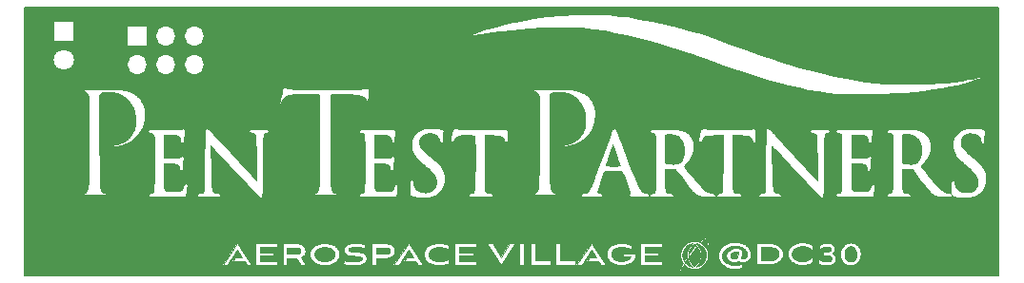
<source format=gbr>
G04 #@! TF.GenerationSoftware,KiCad,Pcbnew,(6.99.0-2452-gdb4f2d9dd8)*
G04 #@! TF.CreationDate,2022-08-01T22:50:40-05:00*
G04 #@! TF.ProjectId,PTP,5054502e-6b69-4636-9164-5f7063625858,rev?*
G04 #@! TF.SameCoordinates,Original*
G04 #@! TF.FileFunction,Legend,Top*
G04 #@! TF.FilePolarity,Positive*
%FSLAX46Y46*%
G04 Gerber Fmt 4.6, Leading zero omitted, Abs format (unit mm)*
G04 Created by KiCad (PCBNEW (6.99.0-2452-gdb4f2d9dd8)) date 2022-08-01 22:50:40*
%MOMM*%
%LPD*%
G01*
G04 APERTURE LIST*
%ADD10C,0.130000*%
%ADD11C,0.030000*%
%ADD12C,0.150000*%
%ADD13C,0.120000*%
%ADD14R,1.800000X1.800000*%
%ADD15C,1.800000*%
%ADD16R,1.700000X1.700000*%
%ADD17O,1.700000X1.700000*%
G04 APERTURE END LIST*
D10*
G36*
X180219598Y-78800000D02*
G01*
X180219598Y-95765163D01*
X97462714Y-95765163D01*
X97462714Y-86157866D01*
X98287588Y-86157866D01*
X98287939Y-86163730D01*
X98295334Y-86169963D01*
X98330775Y-86183575D01*
X98392940Y-86198776D01*
X98593566Y-86234236D01*
X98668604Y-86246644D01*
X98737413Y-86259558D01*
X98800366Y-86273192D01*
X98857837Y-86287762D01*
X98910199Y-86303480D01*
X98957828Y-86320560D01*
X99001096Y-86339217D01*
X99040377Y-86359664D01*
X99076045Y-86382116D01*
X99108475Y-86406787D01*
X99138039Y-86433890D01*
X99165111Y-86463639D01*
X99190066Y-86496249D01*
X99213278Y-86531933D01*
X99235119Y-86570905D01*
X99255964Y-86613380D01*
X99271659Y-86648328D01*
X99278773Y-86665884D01*
X99285423Y-86684375D01*
X99291626Y-86704461D01*
X99297402Y-86726802D01*
X99302768Y-86752059D01*
X99307743Y-86780891D01*
X99312346Y-86813959D01*
X99316595Y-86851924D01*
X99320508Y-86895444D01*
X99324104Y-86945182D01*
X99327401Y-87001796D01*
X99330418Y-87065946D01*
X99333173Y-87138294D01*
X99335685Y-87219499D01*
X99337971Y-87310222D01*
X99340051Y-87411122D01*
X99343664Y-87646096D01*
X99346672Y-87929703D01*
X99349221Y-88267225D01*
X99351460Y-88663943D01*
X99353536Y-89125140D01*
X99357787Y-90262092D01*
X99356419Y-92918770D01*
X99341078Y-93792963D01*
X99311831Y-94422311D01*
X99265573Y-94850254D01*
X99235097Y-95002273D01*
X99199204Y-95120230D01*
X99157508Y-95209556D01*
X99109621Y-95275680D01*
X99055155Y-95324033D01*
X98993722Y-95360043D01*
X98978043Y-95367272D01*
X98960986Y-95374402D01*
X98942718Y-95381392D01*
X98923403Y-95388201D01*
X98903209Y-95394788D01*
X98882300Y-95401110D01*
X98839001Y-95412797D01*
X98794834Y-95422931D01*
X98772840Y-95427312D01*
X98751125Y-95431180D01*
X98729857Y-95434494D01*
X98709200Y-95437213D01*
X98689321Y-95439295D01*
X98670385Y-95440698D01*
X98638218Y-95442899D01*
X98608811Y-95445683D01*
X98582143Y-95449066D01*
X98558187Y-95453059D01*
X98536921Y-95457678D01*
X98518319Y-95462936D01*
X98502357Y-95468847D01*
X98489012Y-95475426D01*
X98483313Y-95478969D01*
X98478259Y-95482685D01*
X98473847Y-95486574D01*
X98470074Y-95490639D01*
X98466937Y-95494881D01*
X98464432Y-95499302D01*
X98462558Y-95503904D01*
X98461310Y-95508688D01*
X98460686Y-95513656D01*
X98460682Y-95518810D01*
X98461297Y-95524152D01*
X98462526Y-95529683D01*
X98464367Y-95535406D01*
X98466816Y-95541321D01*
X98473529Y-95553736D01*
X98513592Y-95563190D01*
X98615401Y-95571328D01*
X98968975Y-95583684D01*
X100028961Y-95592922D01*
X101088953Y-95581917D01*
X101442535Y-95568970D01*
X101544349Y-95560661D01*
X101584418Y-95551138D01*
X101584413Y-95550929D01*
X101588132Y-95544331D01*
X101590981Y-95537955D01*
X101592943Y-95531795D01*
X101593586Y-95528796D01*
X101594002Y-95525848D01*
X101594187Y-95522952D01*
X101594141Y-95520107D01*
X101593861Y-95517312D01*
X101593344Y-95514566D01*
X101592589Y-95511870D01*
X101591594Y-95509222D01*
X101590356Y-95506621D01*
X101588874Y-95504067D01*
X101587146Y-95501559D01*
X101585168Y-95499097D01*
X101582941Y-95496680D01*
X101580460Y-95494307D01*
X101574732Y-95489691D01*
X101567967Y-95485243D01*
X101560150Y-95480959D01*
X101551264Y-95476833D01*
X101541292Y-95472860D01*
X101530217Y-95469033D01*
X101518023Y-95465349D01*
X101504693Y-95461801D01*
X101490211Y-95458384D01*
X101474559Y-95455093D01*
X101457722Y-95451923D01*
X101439683Y-95448868D01*
X101420425Y-95445922D01*
X101399931Y-95443080D01*
X101378185Y-95440338D01*
X101355170Y-95437689D01*
X101330870Y-95435128D01*
X101305268Y-95432650D01*
X101250091Y-95427922D01*
X101189507Y-95423460D01*
X101122465Y-95417725D01*
X101054992Y-95409822D01*
X100988918Y-95400110D01*
X100926072Y-95388944D01*
X100868282Y-95376680D01*
X100817378Y-95363674D01*
X100795080Y-95357005D01*
X100775189Y-95350284D01*
X100757935Y-95343556D01*
X100743545Y-95336864D01*
X100729710Y-95329269D01*
X100716131Y-95320925D01*
X100702812Y-95311834D01*
X100689753Y-95302000D01*
X100676955Y-95291426D01*
X100664420Y-95280115D01*
X100652149Y-95268068D01*
X100640144Y-95255289D01*
X100628406Y-95241781D01*
X100616937Y-95227546D01*
X100605737Y-95212588D01*
X100594810Y-95196909D01*
X100584155Y-95180512D01*
X100573775Y-95163399D01*
X100563670Y-95145574D01*
X100553843Y-95127040D01*
X100535025Y-95087852D01*
X100517334Y-95045860D01*
X100500780Y-95001084D01*
X100485375Y-94953548D01*
X100471131Y-94903274D01*
X100458058Y-94850285D01*
X100446169Y-94794601D01*
X100435475Y-94736247D01*
X100401402Y-93395900D01*
X100373772Y-90691785D01*
X100362478Y-87996159D01*
X100377411Y-86681280D01*
X100380802Y-86664581D01*
X100384589Y-86648690D01*
X100388829Y-86633582D01*
X100393579Y-86619233D01*
X100398893Y-86605618D01*
X100404828Y-86592712D01*
X100411440Y-86580492D01*
X100418785Y-86568933D01*
X100426918Y-86558010D01*
X100435895Y-86547699D01*
X100445773Y-86537975D01*
X100456608Y-86528814D01*
X100468454Y-86520192D01*
X100481369Y-86512083D01*
X100495408Y-86504464D01*
X100510626Y-86497309D01*
X100527081Y-86490595D01*
X100544827Y-86484297D01*
X100563921Y-86478391D01*
X100584419Y-86472852D01*
X100606376Y-86467655D01*
X100629849Y-86462776D01*
X100654893Y-86458191D01*
X100681565Y-86453874D01*
X100709919Y-86449803D01*
X100740013Y-86445951D01*
X100805641Y-86438811D01*
X100878897Y-86432257D01*
X100960228Y-86426094D01*
X101040843Y-86421986D01*
X101123227Y-86420847D01*
X101206986Y-86422601D01*
X101291726Y-86427171D01*
X101377053Y-86434483D01*
X101462575Y-86444458D01*
X101547899Y-86457022D01*
X101632629Y-86472098D01*
X101716374Y-86489611D01*
X101798739Y-86509483D01*
X101879331Y-86531639D01*
X101957757Y-86556002D01*
X102033623Y-86582497D01*
X102106535Y-86611048D01*
X102176101Y-86641577D01*
X102241926Y-86674010D01*
X102302323Y-86707963D01*
X102364905Y-86747653D01*
X102429119Y-86792523D01*
X102494410Y-86842019D01*
X102560224Y-86895585D01*
X102626008Y-86952665D01*
X102691207Y-87012705D01*
X102755268Y-87075149D01*
X102817636Y-87139442D01*
X102877757Y-87205028D01*
X102935078Y-87271353D01*
X102989044Y-87337860D01*
X103039102Y-87403994D01*
X103084697Y-87469201D01*
X103125276Y-87532924D01*
X103160283Y-87594608D01*
X103217092Y-87710033D01*
X103268672Y-87831465D01*
X103314922Y-87957965D01*
X103355736Y-88088595D01*
X103391014Y-88222416D01*
X103420652Y-88358488D01*
X103444547Y-88495872D01*
X103462596Y-88633630D01*
X103474695Y-88770823D01*
X103480743Y-88906512D01*
X103480636Y-89039757D01*
X103474271Y-89169620D01*
X103461546Y-89295162D01*
X103442356Y-89415443D01*
X103416600Y-89529526D01*
X103384175Y-89636471D01*
X103355099Y-89715645D01*
X103323563Y-89792866D01*
X103289603Y-89868108D01*
X103253252Y-89941348D01*
X103214545Y-90012559D01*
X103173516Y-90081718D01*
X103130198Y-90148798D01*
X103084628Y-90213776D01*
X103036838Y-90276626D01*
X102986863Y-90337323D01*
X102934738Y-90395842D01*
X102880496Y-90452159D01*
X102824172Y-90506248D01*
X102765800Y-90558084D01*
X102705415Y-90607643D01*
X102643051Y-90654899D01*
X102578742Y-90699828D01*
X102512522Y-90742404D01*
X102444426Y-90782603D01*
X102374488Y-90820400D01*
X102302742Y-90855769D01*
X102229223Y-90888687D01*
X102153965Y-90919127D01*
X102077002Y-90947065D01*
X101998368Y-90972475D01*
X101918098Y-90995334D01*
X101836226Y-91015616D01*
X101752786Y-91033296D01*
X101667813Y-91048349D01*
X101581340Y-91060751D01*
X101493403Y-91070475D01*
X101404036Y-91077498D01*
X101328890Y-91082959D01*
X101260138Y-91089452D01*
X101197908Y-91096916D01*
X101142326Y-91105289D01*
X101093520Y-91114510D01*
X101051615Y-91124516D01*
X101016741Y-91135246D01*
X100989022Y-91146639D01*
X100968587Y-91158632D01*
X100961141Y-91164835D01*
X100955563Y-91171165D01*
X100951869Y-91177614D01*
X100950076Y-91184175D01*
X100950199Y-91190840D01*
X100952254Y-91197601D01*
X100956256Y-91204451D01*
X100962223Y-91211381D01*
X100970169Y-91218385D01*
X100980110Y-91225454D01*
X101006043Y-91239758D01*
X101040149Y-91254231D01*
X101067241Y-91263471D01*
X101096663Y-91271474D01*
X101128475Y-91278238D01*
X101162736Y-91283764D01*
X101199506Y-91288052D01*
X101238846Y-91291103D01*
X101280816Y-91292916D01*
X101325475Y-91293492D01*
X101372884Y-91292830D01*
X101423102Y-91290932D01*
X101476189Y-91287797D01*
X101532205Y-91283425D01*
X101591211Y-91277817D01*
X101653267Y-91270973D01*
X101718431Y-91262892D01*
X101786765Y-91253576D01*
X101915758Y-91233506D01*
X102040357Y-91210710D01*
X102160795Y-91185088D01*
X102277308Y-91156541D01*
X102390131Y-91124970D01*
X102499501Y-91090275D01*
X102605652Y-91052357D01*
X102708819Y-91011117D01*
X102809239Y-90966455D01*
X102907145Y-90918272D01*
X103002775Y-90866468D01*
X103096363Y-90810945D01*
X103188144Y-90751604D01*
X103278354Y-90688343D01*
X103367229Y-90621065D01*
X103455003Y-90549670D01*
X103561704Y-90454913D01*
X103662547Y-90355234D01*
X103757496Y-90250705D01*
X103846519Y-90141396D01*
X103929580Y-90027380D01*
X104006648Y-89908726D01*
X104047118Y-89838529D01*
X104807702Y-89838529D01*
X104810356Y-89844267D01*
X104825267Y-89850772D01*
X104887101Y-89866296D01*
X104949475Y-89880691D01*
X105005699Y-89896081D01*
X105031615Y-89904299D01*
X105056127Y-89912944D01*
X105079279Y-89922078D01*
X105101115Y-89931759D01*
X105121680Y-89942047D01*
X105141019Y-89953003D01*
X105159175Y-89964685D01*
X105176194Y-89977154D01*
X105192119Y-89990470D01*
X105206995Y-90004692D01*
X105220866Y-90019879D01*
X105233777Y-90036093D01*
X105245773Y-90053392D01*
X105256897Y-90071836D01*
X105267194Y-90091486D01*
X105276708Y-90112400D01*
X105285485Y-90134639D01*
X105293568Y-90158262D01*
X105301001Y-90183329D01*
X105307830Y-90209900D01*
X105319850Y-90267794D01*
X105329984Y-90332420D01*
X105338587Y-90404257D01*
X105346015Y-90483784D01*
X105351463Y-90596686D01*
X105355744Y-90784190D01*
X105360658Y-91343085D01*
X105360464Y-92080632D01*
X105354874Y-92916989D01*
X105336381Y-94257849D01*
X105322427Y-94693264D01*
X105302407Y-95003449D01*
X105289435Y-95118951D01*
X105274123Y-95211990D01*
X105256196Y-95285515D01*
X105235380Y-95342474D01*
X105211400Y-95385814D01*
X105183982Y-95418485D01*
X105152851Y-95443434D01*
X105117732Y-95463609D01*
X105106551Y-95468980D01*
X105094419Y-95474296D01*
X105081454Y-95479526D01*
X105067772Y-95484639D01*
X105053490Y-95489603D01*
X105038724Y-95494386D01*
X105008210Y-95503285D01*
X104977161Y-95511083D01*
X104946513Y-95517530D01*
X104931631Y-95520168D01*
X104917199Y-95522373D01*
X104903333Y-95524114D01*
X104890151Y-95525360D01*
X104876641Y-95528084D01*
X104896551Y-95531396D01*
X105025085Y-95539436D01*
X105556175Y-95558751D01*
X106298665Y-95577748D01*
X107067796Y-95590870D01*
X107271494Y-95592581D01*
X107440282Y-95592496D01*
X107577080Y-95590462D01*
X107684808Y-95586329D01*
X107766385Y-95579944D01*
X107824730Y-95571155D01*
X107846104Y-95565812D01*
X107862764Y-95559812D01*
X107875076Y-95553135D01*
X107883406Y-95545762D01*
X107883401Y-95545732D01*
X107888705Y-95536054D01*
X109180725Y-95536054D01*
X109180799Y-95537232D01*
X109181198Y-95538429D01*
X109181926Y-95539643D01*
X109182992Y-95540872D01*
X109207372Y-95546107D01*
X109266023Y-95550600D01*
X109466554Y-95557388D01*
X110063458Y-95562323D01*
X110660375Y-95556044D01*
X110860924Y-95548814D01*
X110919585Y-95544197D01*
X110943978Y-95538918D01*
X110944916Y-95537795D01*
X110945476Y-95536679D01*
X110945665Y-95535574D01*
X110945492Y-95534479D01*
X110944964Y-95533397D01*
X110944089Y-95532329D01*
X110942874Y-95531277D01*
X110941327Y-95530242D01*
X110939455Y-95529226D01*
X110937267Y-95528231D01*
X110934770Y-95527258D01*
X110931972Y-95526309D01*
X110925501Y-95524486D01*
X110917918Y-95522778D01*
X110909281Y-95521194D01*
X110899654Y-95519749D01*
X110889096Y-95518455D01*
X110877671Y-95517323D01*
X110865437Y-95516368D01*
X110852458Y-95515600D01*
X110838793Y-95515033D01*
X110824506Y-95514678D01*
X110777882Y-95513003D01*
X110733378Y-95509433D01*
X110690967Y-95503953D01*
X110650624Y-95496553D01*
X110612320Y-95487220D01*
X110576031Y-95475940D01*
X110541728Y-95462703D01*
X110509386Y-95447495D01*
X110478977Y-95430303D01*
X110450476Y-95411117D01*
X110423855Y-95389922D01*
X110399087Y-95366707D01*
X110376147Y-95341458D01*
X110355008Y-95314165D01*
X110335643Y-95284814D01*
X110318025Y-95253393D01*
X110305048Y-95226794D01*
X110293353Y-95199175D01*
X110282833Y-95169445D01*
X110273380Y-95136514D01*
X110264888Y-95099291D01*
X110257250Y-95056687D01*
X110250358Y-95007611D01*
X110244105Y-94950973D01*
X110238385Y-94885682D01*
X110233090Y-94810649D01*
X110228113Y-94724783D01*
X110223348Y-94626993D01*
X110214022Y-94391283D01*
X110204255Y-94094797D01*
X110160337Y-92603262D01*
X110137549Y-91609037D01*
X110134949Y-91054649D01*
X110140924Y-90924434D01*
X110151592Y-90882625D01*
X110154248Y-90883504D01*
X110158429Y-90886114D01*
X110171201Y-90896350D01*
X110189581Y-90912989D01*
X110213241Y-90935686D01*
X110275097Y-90997874D01*
X110354148Y-91080157D01*
X110447777Y-91179776D01*
X110553366Y-91293974D01*
X110668297Y-91419991D01*
X110789951Y-91555070D01*
X111357367Y-92181294D01*
X111980028Y-92855725D01*
X113235677Y-94186823D01*
X114246082Y-95223588D01*
X114562190Y-95530103D01*
X114655972Y-95612633D01*
X114700432Y-95641245D01*
X114703341Y-95639548D01*
X114706196Y-95634454D01*
X114711751Y-95613950D01*
X114717106Y-95579486D01*
X114722269Y-95530812D01*
X114727252Y-95467680D01*
X114732062Y-95389843D01*
X114741205Y-95189060D01*
X114749774Y-94926476D01*
X114757844Y-94600108D01*
X114765493Y-94207969D01*
X114772795Y-93748076D01*
X114772800Y-93747967D01*
X114792156Y-92164245D01*
X114800239Y-91014934D01*
X114801609Y-90687146D01*
X114807596Y-90434236D01*
X114813214Y-90332510D01*
X114821058Y-90245481D01*
X114831486Y-90171811D01*
X114844854Y-90110158D01*
X114861521Y-90059183D01*
X114881844Y-90017544D01*
X114906179Y-89983902D01*
X114934885Y-89956915D01*
X114968318Y-89935244D01*
X115006836Y-89917548D01*
X115050797Y-89902487D01*
X115100557Y-89888721D01*
X115171997Y-89870002D01*
X115236717Y-89852396D01*
X115287597Y-89837872D01*
X115305622Y-89832381D01*
X115317518Y-89828398D01*
X115318503Y-89827619D01*
X115317225Y-89826855D01*
X115308095Y-89825374D01*
X115265019Y-89822622D01*
X115191685Y-89820197D01*
X115091488Y-89818154D01*
X114824080Y-89815428D01*
X114489947Y-89814880D01*
X114014503Y-89816921D01*
X113872699Y-89819530D01*
X113787027Y-89823899D01*
X113763410Y-89826907D01*
X113751629Y-89830553D01*
X113749949Y-89832635D01*
X113750953Y-89834901D01*
X113760648Y-89840017D01*
X113808223Y-89852818D01*
X113888497Y-89869479D01*
X113948806Y-89882468D01*
X114003939Y-89896659D01*
X114054125Y-89912289D01*
X114099595Y-89929593D01*
X114120633Y-89938947D01*
X114140578Y-89948807D01*
X114159460Y-89959204D01*
X114177305Y-89970167D01*
X114194145Y-89981724D01*
X114210006Y-89993907D01*
X114224918Y-90006743D01*
X114238910Y-90020263D01*
X114252010Y-90034497D01*
X114264247Y-90049472D01*
X114275650Y-90065220D01*
X114286248Y-90081768D01*
X114296069Y-90099148D01*
X114305142Y-90117388D01*
X114313496Y-90136517D01*
X114321159Y-90156566D01*
X114328161Y-90177563D01*
X114334530Y-90199539D01*
X114345483Y-90246541D01*
X114354250Y-90297809D01*
X114361060Y-90353577D01*
X114365999Y-90423247D01*
X114371521Y-90538036D01*
X114383575Y-90878681D01*
X114395730Y-91326932D01*
X114406495Y-91834208D01*
X114430387Y-92941274D01*
X114455234Y-93830714D01*
X114460616Y-94004460D01*
X114463852Y-94154402D01*
X114464937Y-94280736D01*
X114463864Y-94383660D01*
X114460631Y-94463369D01*
X114455232Y-94520061D01*
X114451718Y-94539836D01*
X114447662Y-94553931D01*
X114443061Y-94562370D01*
X114437916Y-94565178D01*
X114435546Y-94564975D01*
X114432858Y-94564373D01*
X114429866Y-94563382D01*
X114426579Y-94562011D01*
X114419170Y-94558172D01*
X114410722Y-94552934D01*
X114401324Y-94546379D01*
X114391069Y-94538584D01*
X114380045Y-94529631D01*
X114368345Y-94519598D01*
X114356058Y-94508564D01*
X114343275Y-94496610D01*
X114330087Y-94483815D01*
X114316584Y-94470258D01*
X114302857Y-94456020D01*
X114288997Y-94441179D01*
X114275094Y-94425815D01*
X114261238Y-94410007D01*
X114192553Y-94331803D01*
X114104472Y-94233569D01*
X114008339Y-94127868D01*
X113915499Y-94027264D01*
X113638238Y-93727342D01*
X113269199Y-93325838D01*
X112756822Y-92767550D01*
X112480954Y-92472137D01*
X112088875Y-92050046D01*
X111468798Y-91379041D01*
X110473200Y-90303203D01*
X110267082Y-90081919D01*
X110070848Y-89869479D01*
X110051400Y-89848654D01*
X110032154Y-89828755D01*
X110013225Y-89809872D01*
X109994725Y-89792093D01*
X109976771Y-89775507D01*
X109959476Y-89760201D01*
X109942954Y-89746264D01*
X109927320Y-89733785D01*
X109912687Y-89722851D01*
X109899171Y-89713552D01*
X109886886Y-89705976D01*
X109875945Y-89700211D01*
X109866463Y-89696346D01*
X109858555Y-89694469D01*
X109855227Y-89694303D01*
X109852335Y-89694668D01*
X109849893Y-89695573D01*
X109847916Y-89697031D01*
X109844372Y-89714667D01*
X109840716Y-89759680D01*
X109833183Y-89926152D01*
X109818011Y-90525091D01*
X109804185Y-91402901D01*
X109793493Y-92468636D01*
X109780756Y-93839038D01*
X109765620Y-94693128D01*
X109756155Y-94962955D01*
X109744892Y-95147382D01*
X109731432Y-95260970D01*
X109715377Y-95318278D01*
X109709259Y-95329445D01*
X109702524Y-95340357D01*
X109695184Y-95351009D01*
X109687256Y-95361393D01*
X109678752Y-95371504D01*
X109669688Y-95381333D01*
X109660076Y-95390876D01*
X109649933Y-95400124D01*
X109639271Y-95409073D01*
X109628106Y-95417714D01*
X109616450Y-95426042D01*
X109604320Y-95434051D01*
X109591729Y-95441732D01*
X109578691Y-95449080D01*
X109565220Y-95456089D01*
X109551332Y-95462751D01*
X109537039Y-95469061D01*
X109522357Y-95475011D01*
X109507299Y-95480595D01*
X109491880Y-95485806D01*
X109460016Y-95495085D01*
X109426879Y-95502795D01*
X109392582Y-95508883D01*
X109357241Y-95513296D01*
X109320969Y-95515983D01*
X109283880Y-95516890D01*
X109271285Y-95517014D01*
X109259288Y-95517379D01*
X109247939Y-95517973D01*
X109237291Y-95518782D01*
X109227396Y-95519795D01*
X109218304Y-95521000D01*
X109210068Y-95522384D01*
X109202740Y-95523934D01*
X109196371Y-95525640D01*
X109191013Y-95527487D01*
X109186718Y-95529465D01*
X109183537Y-95531560D01*
X109182380Y-95532648D01*
X109181522Y-95533761D01*
X109180968Y-95534897D01*
X109180725Y-95536054D01*
X107888705Y-95536054D01*
X107892382Y-95529345D01*
X107903077Y-95500570D01*
X107915171Y-95460990D01*
X107928347Y-95412189D01*
X107956677Y-95293264D01*
X107985534Y-95156466D01*
X108012388Y-95014468D01*
X108034704Y-94879942D01*
X108049951Y-94765561D01*
X108054132Y-94719885D01*
X108055596Y-94683998D01*
X108055390Y-94671588D01*
X108054787Y-94660307D01*
X108053807Y-94650136D01*
X108052472Y-94641059D01*
X108050805Y-94633060D01*
X108048825Y-94626120D01*
X108046555Y-94620223D01*
X108044015Y-94615351D01*
X108041228Y-94611489D01*
X108038214Y-94608618D01*
X108034996Y-94606722D01*
X108031593Y-94605783D01*
X108028029Y-94605785D01*
X108024324Y-94606710D01*
X108020499Y-94608542D01*
X108016576Y-94611263D01*
X108012577Y-94614856D01*
X108008523Y-94619305D01*
X108004435Y-94624592D01*
X108000334Y-94630700D01*
X107996243Y-94637612D01*
X107992181Y-94645311D01*
X107988172Y-94653780D01*
X107984236Y-94663002D01*
X107980394Y-94672959D01*
X107976669Y-94683636D01*
X107973080Y-94695014D01*
X107969651Y-94707078D01*
X107966402Y-94719808D01*
X107963354Y-94733190D01*
X107960529Y-94747205D01*
X107957949Y-94761836D01*
X107950049Y-94803303D01*
X107940182Y-94843550D01*
X107928385Y-94882525D01*
X107914692Y-94920176D01*
X107899140Y-94956453D01*
X107881765Y-94991304D01*
X107862603Y-95024678D01*
X107841690Y-95056524D01*
X107819061Y-95086789D01*
X107794754Y-95115423D01*
X107768803Y-95142374D01*
X107741246Y-95167591D01*
X107712117Y-95191022D01*
X107681453Y-95212617D01*
X107649290Y-95232323D01*
X107615664Y-95250090D01*
X107564973Y-95269476D01*
X107498722Y-95286434D01*
X107419182Y-95300948D01*
X107328625Y-95313004D01*
X107229322Y-95322584D01*
X107123546Y-95329672D01*
X107013567Y-95334254D01*
X106901658Y-95336313D01*
X106790090Y-95335832D01*
X106681135Y-95332797D01*
X106577065Y-95327191D01*
X106480151Y-95318998D01*
X106392665Y-95308202D01*
X106316878Y-95294787D01*
X106255064Y-95278738D01*
X106209492Y-95260038D01*
X106186946Y-95247444D01*
X106165715Y-95234870D01*
X106145760Y-95222092D01*
X106127040Y-95208890D01*
X106109518Y-95195039D01*
X106093153Y-95180317D01*
X106077907Y-95164502D01*
X106063739Y-95147371D01*
X106050611Y-95128702D01*
X106038484Y-95108271D01*
X106027318Y-95085856D01*
X106017074Y-95061234D01*
X106007712Y-95034183D01*
X105999194Y-95004480D01*
X105991480Y-94971903D01*
X105984531Y-94936228D01*
X105978307Y-94897234D01*
X105972769Y-94854697D01*
X105967878Y-94808395D01*
X105963595Y-94758105D01*
X105959881Y-94703604D01*
X105956695Y-94644671D01*
X105953999Y-94581082D01*
X105951754Y-94512615D01*
X105948458Y-94360154D01*
X105946493Y-94185508D01*
X105945544Y-93986896D01*
X105945298Y-93762537D01*
X105945298Y-92620534D01*
X106514251Y-92620792D01*
X106631561Y-92621674D01*
X106746835Y-92624120D01*
X106857135Y-92627959D01*
X106959519Y-92633022D01*
X107051049Y-92639140D01*
X107128782Y-92646144D01*
X107189780Y-92653864D01*
X107231102Y-92662131D01*
X107267120Y-92673362D01*
X107301372Y-92686521D01*
X107333816Y-92701557D01*
X107364405Y-92718421D01*
X107393095Y-92737061D01*
X107419842Y-92757427D01*
X107432472Y-92768242D01*
X107444600Y-92779469D01*
X107456220Y-92791103D01*
X107467325Y-92803137D01*
X107477911Y-92815564D01*
X107487972Y-92828379D01*
X107497503Y-92841575D01*
X107506497Y-92855146D01*
X107514949Y-92869086D01*
X107522854Y-92883388D01*
X107530205Y-92898046D01*
X107536998Y-92913053D01*
X107543227Y-92928404D01*
X107548886Y-92944092D01*
X107553969Y-92960110D01*
X107558471Y-92976453D01*
X107562387Y-92993114D01*
X107565710Y-93010087D01*
X107570558Y-93044944D01*
X107575678Y-93090729D01*
X107580881Y-93129139D01*
X107586158Y-93160187D01*
X107591499Y-93183890D01*
X107594191Y-93192991D01*
X107596896Y-93200261D01*
X107599613Y-93205703D01*
X107602340Y-93209317D01*
X107605076Y-93211105D01*
X107607821Y-93211071D01*
X107610573Y-93209214D01*
X107613331Y-93205538D01*
X107616095Y-93200045D01*
X107618862Y-93192735D01*
X107624402Y-93172675D01*
X107629945Y-93145373D01*
X107635481Y-93110844D01*
X107641001Y-93069104D01*
X107646496Y-93020167D01*
X107651957Y-92964049D01*
X107657375Y-92900763D01*
X107670137Y-92751912D01*
X107684476Y-92599627D01*
X107698638Y-92461776D01*
X107710869Y-92356223D01*
X107736758Y-92153931D01*
X107603184Y-92252776D01*
X107580098Y-92269453D01*
X107568967Y-92277051D01*
X107557922Y-92284179D01*
X107546820Y-92290855D01*
X107535520Y-92297096D01*
X107523879Y-92302920D01*
X107511756Y-92308346D01*
X107499008Y-92313391D01*
X107485494Y-92318073D01*
X107471071Y-92322409D01*
X107455598Y-92326418D01*
X107438932Y-92330117D01*
X107420931Y-92333524D01*
X107401454Y-92336658D01*
X107380358Y-92339535D01*
X107357501Y-92342173D01*
X107332742Y-92344591D01*
X107305938Y-92346807D01*
X107276947Y-92348837D01*
X107211837Y-92352414D01*
X107136275Y-92355465D01*
X107049126Y-92358132D01*
X106949254Y-92360559D01*
X106706793Y-92365259D01*
X105943979Y-92378906D01*
X105954983Y-91227362D01*
X105965987Y-90075798D01*
X106441838Y-90063906D01*
X106678325Y-90060973D01*
X106784387Y-90062119D01*
X106882726Y-90065077D01*
X106973642Y-90069900D01*
X107057435Y-90076640D01*
X107134403Y-90085350D01*
X107204846Y-90096082D01*
X107269063Y-90108889D01*
X107327354Y-90123824D01*
X107380017Y-90140939D01*
X107427353Y-90160287D01*
X107469659Y-90181921D01*
X107507237Y-90205892D01*
X107540384Y-90232255D01*
X107569400Y-90261060D01*
X107584513Y-90278359D01*
X107598393Y-90295353D01*
X107611075Y-90312134D01*
X107622597Y-90328793D01*
X107632992Y-90345421D01*
X107642297Y-90362108D01*
X107650547Y-90378946D01*
X107657777Y-90396026D01*
X107664024Y-90413439D01*
X107669323Y-90431275D01*
X107673709Y-90449627D01*
X107677217Y-90468584D01*
X107679885Y-90488237D01*
X107681746Y-90508679D01*
X107682836Y-90529999D01*
X107683192Y-90552289D01*
X107683984Y-90601927D01*
X107686251Y-90642396D01*
X107689826Y-90673962D01*
X107692052Y-90686491D01*
X107694542Y-90696896D01*
X107697277Y-90705209D01*
X107700234Y-90711464D01*
X107703394Y-90715696D01*
X107706735Y-90717937D01*
X107710237Y-90718221D01*
X107713879Y-90716582D01*
X107717640Y-90713054D01*
X107721499Y-90707669D01*
X107725436Y-90700461D01*
X107729430Y-90691465D01*
X107737505Y-90668240D01*
X107745557Y-90638261D01*
X107753421Y-90601798D01*
X107760930Y-90559119D01*
X107767918Y-90510493D01*
X107774219Y-90456189D01*
X107779666Y-90396474D01*
X107791779Y-90257711D01*
X107805879Y-90116950D01*
X107820216Y-89990637D01*
X107833039Y-89895217D01*
X107841603Y-89837821D01*
X107844676Y-89814601D01*
X107846844Y-89794801D01*
X107848029Y-89778248D01*
X107848158Y-89764768D01*
X107847803Y-89759125D01*
X107847155Y-89754186D01*
X107846205Y-89749928D01*
X107844944Y-89746330D01*
X107843362Y-89743369D01*
X107841450Y-89741025D01*
X107839199Y-89739275D01*
X107836599Y-89738098D01*
X107833640Y-89737472D01*
X107830314Y-89737375D01*
X107826611Y-89737785D01*
X107822521Y-89738682D01*
X107813143Y-89741845D01*
X107802107Y-89746691D01*
X107789335Y-89753046D01*
X107774754Y-89760736D01*
X107758406Y-89766418D01*
X107731222Y-89771744D01*
X107693118Y-89776715D01*
X107644008Y-89781335D01*
X107512431Y-89789529D01*
X107335809Y-89796347D01*
X107113462Y-89801810D01*
X106844709Y-89805937D01*
X106528868Y-89808750D01*
X106165259Y-89810268D01*
X105370594Y-89813905D01*
X105115852Y-89817257D01*
X104943471Y-89822196D01*
X104843929Y-89829145D01*
X104818496Y-89833507D01*
X104807702Y-89838529D01*
X104047118Y-89838529D01*
X104077686Y-89785507D01*
X104142662Y-89657794D01*
X104201541Y-89525657D01*
X104254290Y-89389168D01*
X104300875Y-89248398D01*
X104341261Y-89103418D01*
X104375415Y-88954299D01*
X104403303Y-88801113D01*
X104424891Y-88643931D01*
X104440145Y-88482824D01*
X104445725Y-88365331D01*
X104445073Y-88248574D01*
X104438265Y-88132766D01*
X104425381Y-88018120D01*
X104406499Y-87904850D01*
X104381698Y-87793169D01*
X104351055Y-87683291D01*
X104314650Y-87575429D01*
X104272561Y-87469796D01*
X104259739Y-87442056D01*
X116289905Y-87442056D01*
X116290197Y-87456317D01*
X116291066Y-87469274D01*
X116292498Y-87480934D01*
X116294477Y-87491308D01*
X116296992Y-87500404D01*
X116300027Y-87508231D01*
X116303568Y-87514798D01*
X116307603Y-87520114D01*
X116312116Y-87524188D01*
X116314549Y-87525763D01*
X116317095Y-87527030D01*
X116319755Y-87527991D01*
X116322525Y-87528647D01*
X116328392Y-87529050D01*
X116334683Y-87528247D01*
X116341383Y-87526246D01*
X116348478Y-87523058D01*
X116355956Y-87518691D01*
X116363801Y-87513153D01*
X116372000Y-87506455D01*
X116380539Y-87498604D01*
X116389404Y-87489610D01*
X116398582Y-87479482D01*
X116408058Y-87468230D01*
X116417818Y-87455860D01*
X116427849Y-87442384D01*
X116438136Y-87427810D01*
X116448667Y-87412146D01*
X116459426Y-87395402D01*
X116470400Y-87377587D01*
X116481575Y-87358709D01*
X116492938Y-87338778D01*
X116504474Y-87317803D01*
X116516169Y-87295792D01*
X116544171Y-87243312D01*
X116571866Y-87193651D01*
X116599294Y-87146758D01*
X116626498Y-87102584D01*
X116653517Y-87061079D01*
X116680392Y-87022193D01*
X116707165Y-86985877D01*
X116733876Y-86952079D01*
X116760567Y-86920751D01*
X116787277Y-86891843D01*
X116814049Y-86865304D01*
X116840923Y-86841085D01*
X116867941Y-86819136D01*
X116895142Y-86799406D01*
X116922568Y-86781847D01*
X116950259Y-86766408D01*
X116989819Y-86748069D01*
X117035290Y-86731126D01*
X117087440Y-86715509D01*
X117147039Y-86701144D01*
X117214854Y-86687961D01*
X117291655Y-86675885D01*
X117378210Y-86664847D01*
X117475288Y-86654773D01*
X117583657Y-86645592D01*
X117704085Y-86637232D01*
X117837343Y-86629620D01*
X117984197Y-86622684D01*
X118321771Y-86610555D01*
X118722956Y-86600268D01*
X119852586Y-86575442D01*
X119838200Y-90622123D01*
X119828383Y-92890996D01*
X119814392Y-94135192D01*
X119803421Y-94482817D01*
X119788513Y-94706010D01*
X119768704Y-94848682D01*
X119743030Y-94954745D01*
X119724345Y-95017430D01*
X119705176Y-95074376D01*
X119685203Y-95125864D01*
X119664110Y-95172173D01*
X119653044Y-95193472D01*
X119641579Y-95213582D01*
X119629675Y-95232536D01*
X119617292Y-95250371D01*
X119604392Y-95267120D01*
X119590933Y-95282819D01*
X119576877Y-95297502D01*
X119562183Y-95311205D01*
X119546813Y-95323962D01*
X119530726Y-95335809D01*
X119513882Y-95346780D01*
X119496243Y-95356910D01*
X119477767Y-95366234D01*
X119458417Y-95374788D01*
X119438151Y-95382605D01*
X119416930Y-95389722D01*
X119371466Y-95401990D01*
X119321707Y-95411874D01*
X119267334Y-95419652D01*
X119208031Y-95425603D01*
X119167568Y-95429324D01*
X119130647Y-95433486D01*
X119097215Y-95438118D01*
X119067217Y-95443246D01*
X119040602Y-95448897D01*
X119017314Y-95455098D01*
X118997301Y-95461877D01*
X118980509Y-95469261D01*
X118966883Y-95477278D01*
X118961242Y-95481532D01*
X118956372Y-95485954D01*
X118952266Y-95490547D01*
X118948920Y-95495316D01*
X118946324Y-95500263D01*
X118944474Y-95505392D01*
X118943362Y-95510706D01*
X118942981Y-95516209D01*
X118943325Y-95521904D01*
X118944387Y-95527795D01*
X118946161Y-95533884D01*
X118948639Y-95540176D01*
X118955682Y-95553379D01*
X118996183Y-95562779D01*
X119099296Y-95570872D01*
X119457581Y-95583165D01*
X120531938Y-95592371D01*
X121606302Y-95581432D01*
X121964595Y-95568543D01*
X122067714Y-95560268D01*
X122078330Y-95557781D01*
X123545752Y-95557781D01*
X123546053Y-95558917D01*
X123546823Y-95559955D01*
X123556720Y-95561906D01*
X123581851Y-95563803D01*
X123674648Y-95567394D01*
X124008229Y-95573491D01*
X124496927Y-95577612D01*
X125090102Y-95579127D01*
X126613817Y-95579127D01*
X126665560Y-95372253D01*
X126677819Y-95318985D01*
X126689420Y-95260460D01*
X126698014Y-95207856D01*
X128033101Y-95207856D01*
X128036748Y-95339979D01*
X128040663Y-95364151D01*
X128049796Y-95387716D01*
X128063927Y-95410635D01*
X128082837Y-95432870D01*
X128106306Y-95454384D01*
X128134115Y-95475138D01*
X128166043Y-95495093D01*
X128201872Y-95514211D01*
X128241382Y-95532455D01*
X128284354Y-95549786D01*
X128379803Y-95581555D01*
X128486463Y-95609214D01*
X128602578Y-95632456D01*
X128726391Y-95650976D01*
X128856147Y-95664467D01*
X128990088Y-95672625D01*
X129126458Y-95675144D01*
X129263501Y-95671717D01*
X129399460Y-95662039D01*
X129532580Y-95645805D01*
X129597526Y-95635133D01*
X129661104Y-95622707D01*
X129661099Y-95622697D01*
X129761598Y-95599126D01*
X129857410Y-95571961D01*
X129948656Y-95541111D01*
X130035456Y-95506482D01*
X130117930Y-95467981D01*
X130196198Y-95425517D01*
X130270380Y-95378995D01*
X130340597Y-95328322D01*
X130406969Y-95273407D01*
X130469615Y-95214156D01*
X130528656Y-95150476D01*
X130584212Y-95082274D01*
X130636404Y-95009458D01*
X130685351Y-94931934D01*
X130731173Y-94849609D01*
X130773992Y-94762392D01*
X130816388Y-94668276D01*
X130833915Y-94626901D01*
X130849196Y-94588294D01*
X130862384Y-94551687D01*
X130873630Y-94516316D01*
X130883086Y-94481413D01*
X130890903Y-94446213D01*
X130897233Y-94409948D01*
X130902228Y-94371854D01*
X130906039Y-94331163D01*
X130908818Y-94287110D01*
X130910717Y-94238928D01*
X130911887Y-94185851D01*
X130912648Y-94061948D01*
X130912016Y-93935127D01*
X130910939Y-93881455D01*
X130909109Y-93833133D01*
X130906341Y-93789304D01*
X130902450Y-93749109D01*
X130897254Y-93711693D01*
X130890565Y-93676197D01*
X130882201Y-93641765D01*
X130871977Y-93607540D01*
X130859708Y-93572664D01*
X130845209Y-93536279D01*
X130828297Y-93497530D01*
X130808786Y-93455558D01*
X130761232Y-93358518D01*
X130727104Y-93292942D01*
X130690689Y-93228698D01*
X130651617Y-93165386D01*
X130609516Y-93102602D01*
X130564016Y-93039945D01*
X130514744Y-92977011D01*
X130461331Y-92913400D01*
X130403404Y-92848708D01*
X130340594Y-92782534D01*
X130272527Y-92714476D01*
X130198835Y-92644130D01*
X130119145Y-92571095D01*
X130033086Y-92494968D01*
X129940287Y-92415348D01*
X129840377Y-92331832D01*
X129732986Y-92244019D01*
X129542927Y-92087452D01*
X129371307Y-91940596D01*
X129218834Y-91804140D01*
X129086211Y-91678772D01*
X128974146Y-91565183D01*
X128926043Y-91513020D01*
X128883345Y-91464061D01*
X128846138Y-91418391D01*
X128814512Y-91376096D01*
X128788555Y-91337263D01*
X128768355Y-91301977D01*
X128750572Y-91264157D01*
X128734458Y-91223026D01*
X128720047Y-91178994D01*
X128707374Y-91132475D01*
X128696474Y-91083883D01*
X128687382Y-91033628D01*
X128680132Y-90982126D01*
X128674759Y-90929787D01*
X128671298Y-90877026D01*
X128669783Y-90824254D01*
X128670249Y-90771885D01*
X128672731Y-90720332D01*
X128677263Y-90670006D01*
X128683881Y-90621322D01*
X128692618Y-90574692D01*
X128703510Y-90530528D01*
X128711077Y-90505242D01*
X128719433Y-90480707D01*
X128728645Y-90456827D01*
X128738780Y-90433504D01*
X128749905Y-90410643D01*
X128762085Y-90388145D01*
X128775389Y-90365913D01*
X128789882Y-90343851D01*
X128805631Y-90321862D01*
X128822702Y-90299848D01*
X128841163Y-90277712D01*
X128861080Y-90255357D01*
X128882520Y-90232686D01*
X128905549Y-90209603D01*
X128930235Y-90186009D01*
X128956643Y-90161809D01*
X128996419Y-90127068D01*
X129034958Y-90095656D01*
X129072705Y-90067431D01*
X129110107Y-90042248D01*
X129147610Y-90019966D01*
X129185660Y-90000441D01*
X129224705Y-89983529D01*
X129265190Y-89969089D01*
X129307561Y-89956977D01*
X129352266Y-89947050D01*
X129399750Y-89939164D01*
X129450460Y-89933177D01*
X129504843Y-89928947D01*
X129563344Y-89926328D01*
X129626411Y-89925180D01*
X129694488Y-89925359D01*
X129801717Y-89929058D01*
X129902216Y-89937778D01*
X129996201Y-89951676D01*
X130083890Y-89970911D01*
X130165500Y-89995641D01*
X130204093Y-90010116D01*
X130241248Y-90026024D01*
X130276991Y-90043385D01*
X130311351Y-90062219D01*
X130344354Y-90082545D01*
X130376026Y-90104384D01*
X130406397Y-90127754D01*
X130435491Y-90152676D01*
X130463338Y-90179170D01*
X130489963Y-90207256D01*
X130515394Y-90236952D01*
X130539658Y-90268280D01*
X130562783Y-90301258D01*
X130584795Y-90335907D01*
X130625589Y-90410296D01*
X130662259Y-90491604D01*
X130695021Y-90579990D01*
X130724093Y-90675612D01*
X130730095Y-90696679D01*
X130735502Y-90713850D01*
X130740350Y-90726942D01*
X130742574Y-90731902D01*
X130744672Y-90735774D01*
X130746646Y-90738534D01*
X130748503Y-90740161D01*
X130749388Y-90740542D01*
X130750245Y-90740631D01*
X130751075Y-90740425D01*
X130751878Y-90739922D01*
X130753405Y-90738010D01*
X130754831Y-90734873D01*
X130756160Y-90730488D01*
X130757397Y-90724832D01*
X130758545Y-90717883D01*
X130759610Y-90709616D01*
X130761505Y-90689043D01*
X130763117Y-90662930D01*
X130764480Y-90631093D01*
X130765127Y-90609840D01*
X131696673Y-90609840D01*
X131697361Y-90633496D01*
X131700548Y-90648735D01*
X131703081Y-90653128D01*
X131706241Y-90655334D01*
X131710028Y-90655325D01*
X131714443Y-90653074D01*
X131725159Y-90641730D01*
X131738393Y-90621083D01*
X131754149Y-90590910D01*
X131772433Y-90550990D01*
X131779661Y-90535493D01*
X131788200Y-90519102D01*
X131797942Y-90501958D01*
X131808777Y-90484203D01*
X131820597Y-90465977D01*
X131833294Y-90447423D01*
X131846758Y-90428682D01*
X131860881Y-90409895D01*
X131875554Y-90391205D01*
X131890669Y-90372752D01*
X131906115Y-90354678D01*
X131921786Y-90337124D01*
X131937571Y-90320233D01*
X131953363Y-90304145D01*
X131969052Y-90289002D01*
X131984529Y-90274946D01*
X132019425Y-90245955D01*
X132037106Y-90232636D01*
X132055112Y-90220076D01*
X132073573Y-90208258D01*
X132092618Y-90197165D01*
X132112374Y-90186777D01*
X132132971Y-90177079D01*
X132154536Y-90168051D01*
X132177200Y-90159676D01*
X132201089Y-90151936D01*
X132226332Y-90144813D01*
X132253059Y-90138290D01*
X132281398Y-90132348D01*
X132311477Y-90126970D01*
X132343424Y-90122138D01*
X132377369Y-90117834D01*
X132413440Y-90114041D01*
X132492473Y-90107913D01*
X132581552Y-90103612D01*
X132681706Y-90100996D01*
X132793963Y-90099921D01*
X132919351Y-90100245D01*
X133058898Y-90101826D01*
X133213634Y-90104521D01*
X133855000Y-90117197D01*
X133866173Y-91834396D01*
X133865613Y-93238669D01*
X133857355Y-93813386D01*
X133843871Y-94300596D01*
X133825231Y-94698379D01*
X133801505Y-95004815D01*
X133772761Y-95217983D01*
X133756530Y-95288991D01*
X133739071Y-95335962D01*
X133732697Y-95347847D01*
X133726125Y-95359272D01*
X133719344Y-95370243D01*
X133712342Y-95380765D01*
X133705108Y-95390844D01*
X133697629Y-95400487D01*
X133689895Y-95409698D01*
X133681893Y-95418485D01*
X133673612Y-95426852D01*
X133665040Y-95434806D01*
X133656165Y-95442353D01*
X133646975Y-95449498D01*
X133637460Y-95456247D01*
X133627607Y-95462607D01*
X133617404Y-95468583D01*
X133606840Y-95474181D01*
X133595903Y-95479407D01*
X133584582Y-95484266D01*
X133572864Y-95488766D01*
X133560739Y-95492911D01*
X133548193Y-95496707D01*
X133535217Y-95500161D01*
X133521797Y-95503278D01*
X133507922Y-95506064D01*
X133493581Y-95508525D01*
X133478762Y-95510667D01*
X133463453Y-95512496D01*
X133447642Y-95514017D01*
X133414469Y-95516162D01*
X133379149Y-95517148D01*
X133368290Y-95517416D01*
X133358320Y-95517968D01*
X133349259Y-95518791D01*
X133341128Y-95519873D01*
X133333948Y-95521203D01*
X133327738Y-95522768D01*
X133322520Y-95524556D01*
X133318314Y-95526556D01*
X133316598Y-95527632D01*
X133315141Y-95528756D01*
X133313949Y-95529927D01*
X133313022Y-95531143D01*
X133312363Y-95532404D01*
X133311976Y-95533706D01*
X133311862Y-95535050D01*
X133312024Y-95536433D01*
X133312465Y-95537854D01*
X133313187Y-95539311D01*
X133314193Y-95540804D01*
X133315486Y-95542330D01*
X133317068Y-95543887D01*
X133318941Y-95545476D01*
X133323572Y-95548737D01*
X133352479Y-95554388D01*
X133416756Y-95559249D01*
X133631085Y-95566624D01*
X134260498Y-95572088D01*
X134886447Y-95565389D01*
X135096447Y-95557559D01*
X135157910Y-95552537D01*
X135183570Y-95546783D01*
X135183629Y-95547101D01*
X135184285Y-95546090D01*
X135184302Y-95545020D01*
X135183693Y-95543895D01*
X135182474Y-95542718D01*
X135180659Y-95541491D01*
X135178261Y-95540218D01*
X135171779Y-95537544D01*
X135163142Y-95534719D01*
X135152466Y-95531768D01*
X135139866Y-95528713D01*
X135125457Y-95525580D01*
X135109354Y-95522390D01*
X135091673Y-95519169D01*
X135072529Y-95515939D01*
X135052037Y-95512724D01*
X135030312Y-95509549D01*
X135007469Y-95506437D01*
X134983624Y-95503411D01*
X134958892Y-95500495D01*
X134901409Y-95492846D01*
X134848703Y-95483307D01*
X134800558Y-95471662D01*
X134778129Y-95464981D01*
X134756759Y-95457692D01*
X134736421Y-95449768D01*
X134717089Y-95441181D01*
X134698736Y-95431905D01*
X134681334Y-95421911D01*
X134664857Y-95411175D01*
X134649278Y-95399667D01*
X134634570Y-95387360D01*
X134620705Y-95374229D01*
X134607657Y-95360245D01*
X134595399Y-95345381D01*
X134583903Y-95329611D01*
X134573144Y-95312907D01*
X134563094Y-95295241D01*
X134553726Y-95276588D01*
X134545013Y-95256919D01*
X134536928Y-95236207D01*
X134529444Y-95214426D01*
X134522534Y-95191548D01*
X134510330Y-95142393D01*
X134500099Y-95088525D01*
X134491625Y-95029727D01*
X134485609Y-94934153D01*
X134479859Y-94752186D01*
X134469698Y-94171546D01*
X134462229Y-93372757D01*
X134458538Y-92440766D01*
X134455027Y-90088593D01*
X135210185Y-90103738D01*
X135426247Y-90108696D01*
X135601674Y-90114387D01*
X135741988Y-90121373D01*
X135852712Y-90130218D01*
X135939369Y-90141484D01*
X135975398Y-90148200D01*
X136007482Y-90155732D01*
X136036311Y-90164152D01*
X136062574Y-90173528D01*
X136110169Y-90195432D01*
X136150528Y-90217237D01*
X136187286Y-90238175D01*
X136220626Y-90258456D01*
X136250730Y-90278291D01*
X136277783Y-90297888D01*
X136301967Y-90317459D01*
X136323465Y-90337212D01*
X136342460Y-90357358D01*
X136359136Y-90378106D01*
X136373675Y-90399667D01*
X136386262Y-90422251D01*
X136397077Y-90446066D01*
X136406306Y-90471325D01*
X136414131Y-90498235D01*
X136420735Y-90527008D01*
X136426302Y-90557853D01*
X136434510Y-90604675D01*
X136442580Y-90641907D01*
X136446552Y-90656968D01*
X136450474Y-90669684D01*
X136454343Y-90680069D01*
X136458153Y-90688143D01*
X136461900Y-90693921D01*
X136465578Y-90697422D01*
X136469182Y-90698661D01*
X136472709Y-90697656D01*
X136476152Y-90694424D01*
X136479507Y-90688983D01*
X136482770Y-90681349D01*
X136485934Y-90671539D01*
X136488996Y-90659571D01*
X136491951Y-90645461D01*
X136497518Y-90610886D01*
X136502596Y-90567950D01*
X136507146Y-90516790D01*
X136511130Y-90457543D01*
X136514508Y-90390345D01*
X136517241Y-90315333D01*
X136519290Y-90232645D01*
X136527998Y-89786117D01*
X134402436Y-89798862D01*
X133298795Y-89803117D01*
X132626990Y-89797911D01*
X132415235Y-89790965D01*
X132266090Y-89780701D01*
X132164437Y-89766799D01*
X132095162Y-89748943D01*
X132058332Y-89736691D01*
X132023336Y-89725897D01*
X131990988Y-89716752D01*
X131962098Y-89709448D01*
X131937477Y-89704176D01*
X131917937Y-89701127D01*
X131910325Y-89700497D01*
X131904288Y-89700494D01*
X131899927Y-89701142D01*
X131897343Y-89702467D01*
X131895180Y-89706312D01*
X131892054Y-89714383D01*
X131883151Y-89742296D01*
X131871114Y-89784392D01*
X131856420Y-89838859D01*
X131839548Y-89903885D01*
X131820977Y-89977656D01*
X131801185Y-90058360D01*
X131780650Y-90144184D01*
X131744806Y-90303563D01*
X131718837Y-90435481D01*
X131702781Y-90538165D01*
X131698481Y-90577989D01*
X131696673Y-90609840D01*
X130765127Y-90609840D01*
X130765629Y-90593350D01*
X130766598Y-90549520D01*
X130768135Y-90442861D01*
X130769482Y-90364547D01*
X130771690Y-90286718D01*
X130778225Y-90140692D01*
X130782322Y-90076584D01*
X130786816Y-90021138D01*
X130791593Y-89976399D01*
X130796536Y-89944412D01*
X130820711Y-89823548D01*
X130362063Y-89747039D01*
X130192631Y-89721984D01*
X130030443Y-89704605D01*
X129875336Y-89694948D01*
X129727144Y-89693059D01*
X129585704Y-89698984D01*
X129450851Y-89712770D01*
X129322421Y-89734464D01*
X129200249Y-89764111D01*
X129084171Y-89801758D01*
X128974022Y-89847452D01*
X128869639Y-89901238D01*
X128770856Y-89963164D01*
X128677509Y-90033275D01*
X128589435Y-90111618D01*
X128506468Y-90198239D01*
X128428443Y-90293185D01*
X128398531Y-90335170D01*
X128370759Y-90379830D01*
X128345152Y-90427057D01*
X128321734Y-90476743D01*
X128300529Y-90528780D01*
X128281561Y-90583061D01*
X128264854Y-90639478D01*
X128250432Y-90697923D01*
X128238319Y-90758288D01*
X128228540Y-90820465D01*
X128221118Y-90884347D01*
X128216078Y-90949825D01*
X128213444Y-91016792D01*
X128213239Y-91085140D01*
X128215488Y-91154761D01*
X128220215Y-91225547D01*
X128231332Y-91326565D01*
X128247731Y-91424004D01*
X128269876Y-91518540D01*
X128298228Y-91610849D01*
X128333250Y-91701606D01*
X128375404Y-91791486D01*
X128425153Y-91881166D01*
X128482958Y-91971322D01*
X128549281Y-92062629D01*
X128624586Y-92155763D01*
X128709334Y-92251399D01*
X128803987Y-92350214D01*
X128909009Y-92452882D01*
X129024860Y-92560081D01*
X129152003Y-92672485D01*
X129290901Y-92790770D01*
X129587274Y-93043897D01*
X129714093Y-93156619D01*
X129827651Y-93261370D01*
X129928683Y-93359091D01*
X130017928Y-93450724D01*
X130096122Y-93537213D01*
X130164002Y-93619499D01*
X130222305Y-93698524D01*
X130271768Y-93775230D01*
X130313129Y-93850561D01*
X130347124Y-93925457D01*
X130374490Y-94000861D01*
X130395964Y-94077715D01*
X130412284Y-94156962D01*
X130424186Y-94239543D01*
X130430003Y-94303250D01*
X130432416Y-94365987D01*
X130431492Y-94427683D01*
X130427302Y-94488265D01*
X130419913Y-94547665D01*
X130409394Y-94605809D01*
X130395814Y-94662628D01*
X130379241Y-94718050D01*
X130359743Y-94772004D01*
X130337390Y-94824419D01*
X130312250Y-94875223D01*
X130284391Y-94924347D01*
X130253883Y-94971718D01*
X130220793Y-95017265D01*
X130185190Y-95060919D01*
X130147143Y-95102606D01*
X130106721Y-95142257D01*
X130063991Y-95179800D01*
X130019023Y-95215165D01*
X129971885Y-95248279D01*
X129922646Y-95279072D01*
X129871374Y-95307473D01*
X129818138Y-95333411D01*
X129763007Y-95356815D01*
X129706048Y-95377613D01*
X129647332Y-95395735D01*
X129586925Y-95411109D01*
X129524897Y-95423665D01*
X129461317Y-95433331D01*
X129396252Y-95440036D01*
X129329772Y-95443709D01*
X129261945Y-95444279D01*
X129201031Y-95442150D01*
X129141186Y-95437602D01*
X129082466Y-95430685D01*
X129024928Y-95421450D01*
X128968629Y-95409948D01*
X128913625Y-95396229D01*
X128859974Y-95380345D01*
X128807732Y-95362344D01*
X128756956Y-95342280D01*
X128707702Y-95320201D01*
X128660027Y-95296159D01*
X128613989Y-95270205D01*
X128569643Y-95242389D01*
X128527046Y-95212762D01*
X128486256Y-95181374D01*
X128447329Y-95148277D01*
X128410321Y-95113521D01*
X128375290Y-95077156D01*
X128342292Y-95039234D01*
X128311384Y-94999805D01*
X128282622Y-94958920D01*
X128256064Y-94916629D01*
X128231766Y-94872984D01*
X128209784Y-94828034D01*
X128190177Y-94781831D01*
X128172999Y-94734425D01*
X128158309Y-94685867D01*
X128146162Y-94636208D01*
X128136616Y-94585499D01*
X128129727Y-94533789D01*
X128125552Y-94481130D01*
X128124148Y-94427573D01*
X128123977Y-94408871D01*
X128123470Y-94391440D01*
X128122636Y-94375309D01*
X128121485Y-94360511D01*
X128120026Y-94347077D01*
X128118267Y-94335039D01*
X128116219Y-94324426D01*
X128113890Y-94315272D01*
X128111290Y-94307608D01*
X128108427Y-94301464D01*
X128105312Y-94296873D01*
X128103662Y-94295169D01*
X128101952Y-94293865D01*
X128100184Y-94292965D01*
X128098358Y-94292472D01*
X128096476Y-94292391D01*
X128094539Y-94292726D01*
X128092547Y-94293480D01*
X128090503Y-94294658D01*
X128086260Y-94298299D01*
X128083274Y-94303315D01*
X128080289Y-94312044D01*
X128074358Y-94339864D01*
X128068540Y-94380212D01*
X128062910Y-94431537D01*
X128052505Y-94560927D01*
X128043733Y-94715645D01*
X128037183Y-94883299D01*
X128033442Y-95051499D01*
X128033101Y-95207856D01*
X126698014Y-95207856D01*
X126710210Y-95133210D01*
X126727048Y-95001641D01*
X126739055Y-94876889D01*
X126745350Y-94770092D01*
X126746081Y-94726908D01*
X126745053Y-94692389D01*
X126742158Y-94667928D01*
X126737284Y-94654917D01*
X126734071Y-94653140D01*
X126730322Y-94654748D01*
X126721162Y-94668813D01*
X126712790Y-94687620D01*
X126704083Y-94709390D01*
X126695295Y-94733346D01*
X126686681Y-94758708D01*
X126678496Y-94784698D01*
X126670994Y-94810535D01*
X126664430Y-94835442D01*
X126659059Y-94858638D01*
X126652039Y-94886080D01*
X126642616Y-94913930D01*
X126630917Y-94942031D01*
X126617074Y-94970225D01*
X126601216Y-94998353D01*
X126583472Y-95026259D01*
X126563973Y-95053783D01*
X126542847Y-95080768D01*
X126520225Y-95107055D01*
X126496237Y-95132487D01*
X126471012Y-95156906D01*
X126444679Y-95180154D01*
X126417369Y-95202073D01*
X126389211Y-95222504D01*
X126360335Y-95241290D01*
X126330870Y-95258273D01*
X126284730Y-95276760D01*
X126221131Y-95292776D01*
X126142624Y-95306321D01*
X126051760Y-95317396D01*
X125951093Y-95326001D01*
X125843172Y-95332138D01*
X125730551Y-95335807D01*
X125615780Y-95337010D01*
X125501410Y-95335745D01*
X125389994Y-95332016D01*
X125284083Y-95325821D01*
X125186229Y-95317163D01*
X125098983Y-95306042D01*
X125024898Y-95292458D01*
X124966523Y-95276412D01*
X124944025Y-95267466D01*
X124926412Y-95257906D01*
X124881639Y-95228074D01*
X124861345Y-95213820D01*
X124842385Y-95199665D01*
X124824714Y-95185352D01*
X124808287Y-95170625D01*
X124793057Y-95155228D01*
X124778980Y-95138903D01*
X124766010Y-95121395D01*
X124754103Y-95102446D01*
X124743212Y-95081800D01*
X124733293Y-95059200D01*
X124724299Y-95034390D01*
X124716186Y-95007114D01*
X124708909Y-94977113D01*
X124702421Y-94944133D01*
X124696678Y-94907916D01*
X124691634Y-94868206D01*
X124687244Y-94824746D01*
X124683463Y-94777280D01*
X124680244Y-94725550D01*
X124677544Y-94669301D01*
X124675315Y-94608276D01*
X124673514Y-94542218D01*
X124671012Y-94393978D01*
X124669674Y-94222527D01*
X124669039Y-93801783D01*
X124669039Y-92641273D01*
X125218731Y-92629698D01*
X125365542Y-92627680D01*
X125498767Y-92628251D01*
X125619039Y-92631655D01*
X125726992Y-92638138D01*
X125823259Y-92647946D01*
X125908474Y-92661325D01*
X125983272Y-92678519D01*
X126048285Y-92699775D01*
X126104147Y-92725338D01*
X126128845Y-92739812D01*
X126151492Y-92755454D01*
X126172169Y-92772295D01*
X126190954Y-92790367D01*
X126207926Y-92809700D01*
X126223166Y-92830324D01*
X126248761Y-92875571D01*
X126268375Y-92926352D01*
X126282640Y-92982913D01*
X126292189Y-93045499D01*
X126298306Y-93092584D01*
X126305047Y-93131762D01*
X126312271Y-93163193D01*
X126316021Y-93176052D01*
X126319839Y-93187034D01*
X126323708Y-93196158D01*
X126327611Y-93203444D01*
X126331529Y-93208912D01*
X126335446Y-93212581D01*
X126339344Y-93214472D01*
X126343205Y-93214605D01*
X126347012Y-93212998D01*
X126350747Y-93209672D01*
X126354393Y-93204647D01*
X126357933Y-93197942D01*
X126361348Y-93189577D01*
X126364622Y-93179573D01*
X126367736Y-93167948D01*
X126370674Y-93154723D01*
X126375950Y-93123551D01*
X126380309Y-93086215D01*
X126383612Y-93042874D01*
X126385718Y-92993686D01*
X126386487Y-92938809D01*
X126387354Y-92882333D01*
X126389752Y-92819952D01*
X126393514Y-92753723D01*
X126398473Y-92685705D01*
X126404465Y-92617956D01*
X126411321Y-92552535D01*
X126418876Y-92491499D01*
X126426963Y-92436908D01*
X126434639Y-92387141D01*
X126441013Y-92339925D01*
X126446001Y-92296350D01*
X126449520Y-92257506D01*
X126451488Y-92224482D01*
X126451821Y-92198368D01*
X126451348Y-92188243D01*
X126450436Y-92180254D01*
X126449074Y-92174537D01*
X126447251Y-92171229D01*
X126446089Y-92170336D01*
X126444666Y-92169713D01*
X126442990Y-92169356D01*
X126441069Y-92169259D01*
X126438912Y-92169418D01*
X126436526Y-92169827D01*
X126433919Y-92170481D01*
X126431099Y-92171375D01*
X126428076Y-92172503D01*
X126424856Y-92173861D01*
X126417859Y-92177246D01*
X126410175Y-92181487D01*
X126401867Y-92186544D01*
X126393002Y-92192375D01*
X126383643Y-92198941D01*
X126373856Y-92206198D01*
X126363705Y-92214108D01*
X126353256Y-92222627D01*
X126342572Y-92231716D01*
X126331720Y-92241333D01*
X126320764Y-92251437D01*
X126301965Y-92268807D01*
X126292982Y-92276683D01*
X126284073Y-92284043D01*
X126275083Y-92290905D01*
X126265859Y-92297286D01*
X126256248Y-92303203D01*
X126246098Y-92308674D01*
X126235253Y-92313716D01*
X126223561Y-92318348D01*
X126210869Y-92322585D01*
X126197023Y-92326447D01*
X126181870Y-92329950D01*
X126165257Y-92333111D01*
X126147029Y-92335949D01*
X126127035Y-92338481D01*
X126105120Y-92340724D01*
X126081130Y-92342695D01*
X126054914Y-92344413D01*
X126026317Y-92345894D01*
X125995185Y-92347157D01*
X125961367Y-92348217D01*
X125885054Y-92349805D01*
X125796151Y-92350796D01*
X125693431Y-92351331D01*
X125441633Y-92351592D01*
X124669039Y-92351592D01*
X124657405Y-91296442D01*
X124654791Y-90879015D01*
X124656244Y-90522457D01*
X124661369Y-90264607D01*
X124665184Y-90184522D01*
X124669768Y-90143301D01*
X124693765Y-90045309D01*
X125343458Y-90065463D01*
X125476657Y-90070519D01*
X125606119Y-90077207D01*
X125728637Y-90085240D01*
X125841007Y-90094330D01*
X125940024Y-90104191D01*
X126022483Y-90114533D01*
X126085177Y-90125071D01*
X126108112Y-90130323D01*
X126124904Y-90135516D01*
X126139724Y-90141433D01*
X126154169Y-90147803D01*
X126168241Y-90154630D01*
X126181944Y-90161916D01*
X126195277Y-90169664D01*
X126208244Y-90177877D01*
X126220847Y-90186559D01*
X126233088Y-90195711D01*
X126244968Y-90205338D01*
X126256491Y-90215442D01*
X126267657Y-90226026D01*
X126278470Y-90237094D01*
X126288930Y-90248647D01*
X126299041Y-90260690D01*
X126308804Y-90273224D01*
X126318221Y-90286254D01*
X126327294Y-90299782D01*
X126336027Y-90313810D01*
X126344419Y-90328343D01*
X126352474Y-90343383D01*
X126360194Y-90358933D01*
X126367581Y-90374996D01*
X126381363Y-90408673D01*
X126393837Y-90444438D01*
X126405019Y-90482314D01*
X126414927Y-90522326D01*
X126423576Y-90564498D01*
X126455736Y-90737869D01*
X126480442Y-90551674D01*
X126543695Y-90075818D01*
X126558273Y-89963352D01*
X126569478Y-89871252D01*
X126576204Y-89809022D01*
X126577543Y-89792078D01*
X126577348Y-89786166D01*
X124979385Y-89806836D01*
X124130833Y-89819526D01*
X123863069Y-89825786D01*
X123684835Y-89832812D01*
X123585026Y-89841219D01*
X123561058Y-89846133D01*
X123552531Y-89851624D01*
X123558056Y-89857769D01*
X123576244Y-89864644D01*
X123645058Y-89880895D01*
X123787061Y-89907000D01*
X123816429Y-89913776D01*
X123843525Y-89921894D01*
X123868442Y-89931976D01*
X123880111Y-89937948D01*
X123891268Y-89944643D01*
X123901926Y-89952140D01*
X123912096Y-89960516D01*
X123921789Y-89969850D01*
X123931016Y-89980217D01*
X123939789Y-89991697D01*
X123948118Y-90004367D01*
X123956017Y-90018304D01*
X123963495Y-90033587D01*
X123970564Y-90050292D01*
X123977235Y-90068498D01*
X123989431Y-90109722D01*
X124000174Y-90157880D01*
X124009553Y-90213593D01*
X124017660Y-90277483D01*
X124024586Y-90350170D01*
X124030421Y-90432276D01*
X124035256Y-90524423D01*
X124039183Y-90627232D01*
X124042292Y-90741323D01*
X124046418Y-91005840D01*
X124048363Y-91322943D01*
X124048853Y-91697604D01*
X124048372Y-92639478D01*
X124046695Y-94044273D01*
X124037003Y-94805132D01*
X124026967Y-95013963D01*
X124012306Y-95145665D01*
X123992146Y-95228189D01*
X123965615Y-95289485D01*
X123952949Y-95314167D01*
X123940693Y-95336581D01*
X123928654Y-95356881D01*
X123916642Y-95375220D01*
X123904466Y-95391749D01*
X123891934Y-95406623D01*
X123885475Y-95413486D01*
X123878856Y-95419993D01*
X123872053Y-95426162D01*
X123865041Y-95432012D01*
X123857797Y-95437563D01*
X123850297Y-95442834D01*
X123842518Y-95447843D01*
X123834434Y-95452610D01*
X123817261Y-95461495D01*
X123798587Y-95469639D01*
X123778221Y-95477197D01*
X123755971Y-95484321D01*
X123731647Y-95491163D01*
X123705058Y-95497877D01*
X123669742Y-95506887D01*
X123637566Y-95516050D01*
X123609181Y-95525110D01*
X123585234Y-95533814D01*
X123575129Y-95537952D01*
X123566376Y-95541906D01*
X123559058Y-95545642D01*
X123553256Y-95549130D01*
X123549050Y-95552337D01*
X123546522Y-95555231D01*
X123545912Y-95556551D01*
X123545752Y-95557781D01*
X122078330Y-95557781D01*
X122108221Y-95550781D01*
X122108226Y-95550929D01*
X122111934Y-95544347D01*
X122114771Y-95537986D01*
X122116722Y-95531841D01*
X122117360Y-95528847D01*
X122117769Y-95525906D01*
X122117949Y-95523016D01*
X122117896Y-95520177D01*
X122117610Y-95517387D01*
X122117087Y-95514647D01*
X122116326Y-95511956D01*
X122115324Y-95509313D01*
X122114081Y-95506717D01*
X122112592Y-95504168D01*
X122110858Y-95501664D01*
X122108874Y-95499206D01*
X122106640Y-95496793D01*
X122104154Y-95494424D01*
X122098414Y-95489814D01*
X122091639Y-95485373D01*
X122083811Y-95481095D01*
X122074915Y-95476973D01*
X122064934Y-95473004D01*
X122053850Y-95469182D01*
X122041649Y-95465501D01*
X122028313Y-95461956D01*
X122013826Y-95458542D01*
X121998171Y-95455254D01*
X121981332Y-95452085D01*
X121963292Y-95449032D01*
X121944034Y-95446088D01*
X121923543Y-95443248D01*
X121901801Y-95440507D01*
X121878793Y-95437859D01*
X121854501Y-95435299D01*
X121828909Y-95432823D01*
X121773760Y-95428097D01*
X121713213Y-95423639D01*
X121646315Y-95418260D01*
X121583557Y-95411548D01*
X121524817Y-95403448D01*
X121469971Y-95393909D01*
X121418897Y-95382878D01*
X121371471Y-95370301D01*
X121327571Y-95356126D01*
X121287072Y-95340301D01*
X121249853Y-95322772D01*
X121215790Y-95303488D01*
X121184761Y-95282394D01*
X121156641Y-95259438D01*
X121131309Y-95234568D01*
X121108641Y-95207730D01*
X121088514Y-95178873D01*
X121070806Y-95147942D01*
X121043286Y-95090523D01*
X121030735Y-95060051D01*
X121018958Y-95027497D01*
X121007930Y-94992182D01*
X120997626Y-94953425D01*
X120988022Y-94910547D01*
X120979094Y-94862868D01*
X120970817Y-94809707D01*
X120963166Y-94750385D01*
X120956118Y-94684222D01*
X120949647Y-94610538D01*
X120938340Y-94437886D01*
X120929051Y-94226990D01*
X120921582Y-93972411D01*
X120915738Y-93668708D01*
X120911324Y-93310443D01*
X120908143Y-92892175D01*
X120904698Y-91853873D01*
X120903837Y-90510285D01*
X120903589Y-86600020D01*
X121896670Y-86614709D01*
X122310581Y-86624680D01*
X122694106Y-86640900D01*
X123007187Y-86661260D01*
X123124791Y-86672333D01*
X123209762Y-86683650D01*
X123305321Y-86701664D01*
X123394979Y-86722317D01*
X123478774Y-86745637D01*
X123556745Y-86771653D01*
X123628930Y-86800392D01*
X123695367Y-86831885D01*
X123756096Y-86866158D01*
X123811155Y-86903241D01*
X123860582Y-86943161D01*
X123904415Y-86985946D01*
X123942694Y-87031626D01*
X123975456Y-87080229D01*
X124002741Y-87131782D01*
X124024586Y-87186315D01*
X124041030Y-87243855D01*
X124052111Y-87304431D01*
X124066100Y-87403288D01*
X124078861Y-87482349D01*
X124084990Y-87515093D01*
X124091063Y-87543653D01*
X124097163Y-87568283D01*
X124103374Y-87589239D01*
X124109780Y-87606775D01*
X124116463Y-87621146D01*
X124123508Y-87632607D01*
X124130998Y-87641412D01*
X124139016Y-87647817D01*
X124147647Y-87652077D01*
X124156973Y-87654446D01*
X124167078Y-87655179D01*
X124170768Y-87654871D01*
X124174359Y-87653939D01*
X124177854Y-87652370D01*
X124181255Y-87650154D01*
X124184565Y-87647277D01*
X124187787Y-87643729D01*
X124190924Y-87639497D01*
X124193977Y-87634568D01*
X124196950Y-87628932D01*
X124199844Y-87622576D01*
X124202664Y-87615489D01*
X124205410Y-87607657D01*
X124208087Y-87599070D01*
X124210696Y-87589715D01*
X124213239Y-87579581D01*
X124215721Y-87568655D01*
X124218142Y-87556925D01*
X124220507Y-87544380D01*
X124225074Y-87516796D01*
X124229443Y-87485805D01*
X124233636Y-87451314D01*
X124237671Y-87413226D01*
X124241571Y-87371445D01*
X124245356Y-87325875D01*
X124249047Y-87276422D01*
X124259639Y-87094090D01*
X124267559Y-86891389D01*
X124272743Y-86681637D01*
X124275127Y-86478152D01*
X124274644Y-86294252D01*
X124271367Y-86149293D01*
X138274393Y-86149293D01*
X138274723Y-86151751D01*
X138275780Y-86154266D01*
X138277552Y-86156835D01*
X138280024Y-86159453D01*
X138283183Y-86162116D01*
X138287016Y-86164820D01*
X138291510Y-86167560D01*
X138296650Y-86170334D01*
X138302423Y-86173136D01*
X138315815Y-86178811D01*
X138331579Y-86184552D01*
X138349605Y-86190326D01*
X138369787Y-86196100D01*
X138392017Y-86201843D01*
X138416186Y-86207521D01*
X138442187Y-86213102D01*
X138469912Y-86218553D01*
X138499253Y-86223842D01*
X138530103Y-86228935D01*
X138562353Y-86233800D01*
X138639645Y-86245694D01*
X138710901Y-86258319D01*
X138776457Y-86271858D01*
X138836649Y-86286493D01*
X138891816Y-86302409D01*
X138942294Y-86319787D01*
X138988419Y-86338810D01*
X139030528Y-86359662D01*
X139068959Y-86382525D01*
X139104048Y-86407582D01*
X139136132Y-86435016D01*
X139165549Y-86465010D01*
X139192634Y-86497747D01*
X139217724Y-86533409D01*
X139241158Y-86572180D01*
X139263270Y-86614243D01*
X139358197Y-86806944D01*
X139372043Y-89889643D01*
X139372187Y-91925180D01*
X139352310Y-93461763D01*
X139334945Y-94039327D01*
X139312673Y-94487810D01*
X139285527Y-94805764D01*
X139253540Y-94991740D01*
X139248343Y-95008428D01*
X139242141Y-95025936D01*
X139235014Y-95044118D01*
X139227045Y-95062828D01*
X139218315Y-95081922D01*
X139208904Y-95101254D01*
X139198894Y-95120677D01*
X139188367Y-95140047D01*
X139177402Y-95159219D01*
X139166082Y-95178045D01*
X139154488Y-95196382D01*
X139142701Y-95214083D01*
X139130802Y-95231003D01*
X139118872Y-95246996D01*
X139106993Y-95261917D01*
X139095246Y-95275619D01*
X139077978Y-95294421D01*
X139061232Y-95311474D01*
X139044748Y-95326890D01*
X139028267Y-95340779D01*
X139019947Y-95347185D01*
X139011529Y-95353251D01*
X139002983Y-95358991D01*
X138994275Y-95364418D01*
X138985373Y-95369546D01*
X138976245Y-95374389D01*
X138966858Y-95378961D01*
X138957180Y-95383276D01*
X138947177Y-95387347D01*
X138936819Y-95391188D01*
X138926072Y-95394813D01*
X138914904Y-95398237D01*
X138891175Y-95404533D01*
X138865372Y-95410186D01*
X138837236Y-95415308D01*
X138806507Y-95420008D01*
X138772926Y-95424398D01*
X138736234Y-95428588D01*
X138673149Y-95436222D01*
X138645447Y-95440290D01*
X138620193Y-95444567D01*
X138597302Y-95449085D01*
X138576688Y-95453873D01*
X138558266Y-95458964D01*
X138541953Y-95464389D01*
X138527662Y-95470178D01*
X138515309Y-95476363D01*
X138504809Y-95482975D01*
X138496077Y-95490045D01*
X138489028Y-95497604D01*
X138483577Y-95505683D01*
X138479640Y-95514313D01*
X138477130Y-95523525D01*
X138476449Y-95529245D01*
X138476482Y-95531980D01*
X138476801Y-95534635D01*
X138477431Y-95537209D01*
X138478401Y-95539704D01*
X138479735Y-95542121D01*
X138481462Y-95544461D01*
X138483607Y-95546726D01*
X138486198Y-95548915D01*
X138489261Y-95551031D01*
X138492823Y-95553074D01*
X138496911Y-95555045D01*
X138501551Y-95556946D01*
X138512595Y-95560540D01*
X138526170Y-95563864D01*
X138542488Y-95566928D01*
X138561764Y-95569739D01*
X138584211Y-95572307D01*
X138610044Y-95574639D01*
X138639475Y-95576745D01*
X138672719Y-95578632D01*
X138709989Y-95580309D01*
X138751500Y-95581786D01*
X138797464Y-95583070D01*
X138848096Y-95584170D01*
X138903609Y-95585094D01*
X139030135Y-95586450D01*
X139178751Y-95587207D01*
X139351168Y-95587432D01*
X139549095Y-95587194D01*
X140028321Y-95585603D01*
X140829040Y-95580201D01*
X141102754Y-95575778D01*
X141304962Y-95569678D01*
X141445359Y-95561507D01*
X141533640Y-95550867D01*
X141561267Y-95544498D01*
X141574055Y-95539494D01*
X143288630Y-95539494D01*
X143288776Y-95540941D01*
X143289327Y-95542415D01*
X143290290Y-95543912D01*
X143291674Y-95545432D01*
X143295728Y-95548529D01*
X143318517Y-95552794D01*
X143370198Y-95556609D01*
X143544643Y-95562826D01*
X144068719Y-95569200D01*
X144618488Y-95566701D01*
X144825049Y-95561828D01*
X144944482Y-95554381D01*
X144944482Y-95554897D01*
X144946366Y-95554548D01*
X144947759Y-95554115D01*
X144948669Y-95553599D01*
X144949105Y-95553003D01*
X144949077Y-95552329D01*
X144948593Y-95551580D01*
X144947661Y-95550758D01*
X144946292Y-95549866D01*
X144944493Y-95548907D01*
X144942275Y-95547882D01*
X144936612Y-95545648D01*
X144929376Y-95543182D01*
X144920637Y-95540505D01*
X144910468Y-95537637D01*
X144898938Y-95534598D01*
X144886120Y-95531408D01*
X144872085Y-95528087D01*
X144856904Y-95524654D01*
X144840649Y-95521129D01*
X144823390Y-95517533D01*
X144805201Y-95513885D01*
X144762612Y-95504627D01*
X144723943Y-95494272D01*
X144706041Y-95488634D01*
X144689074Y-95482661D01*
X144673027Y-95476334D01*
X144657885Y-95469633D01*
X144643632Y-95462538D01*
X144630254Y-95455029D01*
X144617736Y-95447087D01*
X144606062Y-95438690D01*
X144595218Y-95429819D01*
X144585188Y-95420454D01*
X144575957Y-95410576D01*
X144567511Y-95400164D01*
X144559833Y-95389198D01*
X144552910Y-95377658D01*
X144546726Y-95365524D01*
X144541266Y-95352777D01*
X144536515Y-95339396D01*
X144532458Y-95325361D01*
X144529080Y-95310653D01*
X144526365Y-95295251D01*
X144524299Y-95279135D01*
X144522867Y-95262286D01*
X144522054Y-95244684D01*
X144521843Y-95226308D01*
X144523173Y-95187155D01*
X144526737Y-95144669D01*
X144536955Y-95085763D01*
X144557400Y-95000226D01*
X144623422Y-94765760D01*
X144713711Y-94474277D01*
X144817178Y-94158780D01*
X144922732Y-93852276D01*
X145019283Y-93587769D01*
X145095739Y-93398262D01*
X145122966Y-93341949D01*
X145141011Y-93316763D01*
X145171348Y-93308830D01*
X145232629Y-93302039D01*
X145430345Y-93291835D01*
X145698806Y-93286064D01*
X146002656Y-93284639D01*
X146306542Y-93287472D01*
X146575109Y-93294479D01*
X146773002Y-93305570D01*
X146834397Y-93312621D01*
X146864866Y-93320660D01*
X146870563Y-93324524D01*
X146876238Y-93328938D01*
X146881930Y-93334000D01*
X146887683Y-93339804D01*
X146893537Y-93346447D01*
X146899533Y-93354024D01*
X146905713Y-93362631D01*
X146912118Y-93372364D01*
X146918789Y-93383318D01*
X146925768Y-93395590D01*
X146933096Y-93409276D01*
X146940815Y-93424470D01*
X146957588Y-93459769D01*
X146976418Y-93502253D01*
X146997635Y-93552689D01*
X147021570Y-93611844D01*
X147048554Y-93680483D01*
X147078917Y-93759373D01*
X147112989Y-93849280D01*
X147151101Y-93950971D01*
X147240767Y-94192769D01*
X147391288Y-94594594D01*
X147527958Y-94950560D01*
X147576246Y-95077619D01*
X147595717Y-95132587D01*
X147612120Y-95182320D01*
X147625489Y-95227171D01*
X147635859Y-95267495D01*
X147643266Y-95303644D01*
X147647746Y-95335973D01*
X147649331Y-95364836D01*
X147648059Y-95390586D01*
X147643964Y-95413578D01*
X147637081Y-95434165D01*
X147627445Y-95452702D01*
X147615091Y-95469541D01*
X147600054Y-95485037D01*
X147582370Y-95499543D01*
X147577224Y-95503667D01*
X147573179Y-95507598D01*
X147570301Y-95511341D01*
X147569320Y-95513144D01*
X147568655Y-95514903D01*
X147568314Y-95516617D01*
X147568306Y-95518289D01*
X147568639Y-95519918D01*
X147569321Y-95521506D01*
X147570361Y-95523054D01*
X147571766Y-95524561D01*
X147573545Y-95526029D01*
X147575706Y-95527459D01*
X147581207Y-95530207D01*
X147588334Y-95532811D01*
X147597155Y-95535276D01*
X147607733Y-95537610D01*
X147620135Y-95539819D01*
X147634428Y-95541907D01*
X147650675Y-95543883D01*
X147668944Y-95545752D01*
X147689301Y-95547520D01*
X147711810Y-95549193D01*
X147763549Y-95552281D01*
X147824690Y-95555065D01*
X147895757Y-95557595D01*
X147977277Y-95559920D01*
X148069776Y-95562090D01*
X148173780Y-95564155D01*
X148289816Y-95566164D01*
X148594130Y-95568658D01*
X148846209Y-95566026D01*
X148944467Y-95562984D01*
X149019834Y-95558896D01*
X149069034Y-95553840D01*
X149082796Y-95550973D01*
X149088787Y-95547894D01*
X149089611Y-95546301D01*
X149090113Y-95544728D01*
X149090298Y-95543178D01*
X149090174Y-95541653D01*
X149089747Y-95540154D01*
X149089023Y-95538684D01*
X149088010Y-95537244D01*
X149086713Y-95535836D01*
X149085139Y-95534463D01*
X149083294Y-95533126D01*
X149081186Y-95531828D01*
X149078820Y-95530570D01*
X149076204Y-95529354D01*
X149073343Y-95528183D01*
X149070244Y-95527057D01*
X149066914Y-95525980D01*
X149063359Y-95524953D01*
X149059586Y-95523978D01*
X149055602Y-95523057D01*
X149051412Y-95522191D01*
X149047023Y-95521384D01*
X149042443Y-95520637D01*
X149032731Y-95519330D01*
X149022329Y-95518286D01*
X149011289Y-95517521D01*
X148999663Y-95517050D01*
X148987503Y-95516890D01*
X148951362Y-95515896D01*
X148915159Y-95512941D01*
X148878987Y-95508065D01*
X148842941Y-95501309D01*
X148807117Y-95492714D01*
X148771608Y-95482321D01*
X148736510Y-95470169D01*
X148701916Y-95456300D01*
X148667923Y-95440753D01*
X148634623Y-95423571D01*
X148602112Y-95404792D01*
X148570485Y-95384459D01*
X148539837Y-95362610D01*
X148510261Y-95339288D01*
X148481852Y-95314533D01*
X148454706Y-95288384D01*
X148410182Y-95241164D01*
X148388492Y-95215956D01*
X148366801Y-95188768D01*
X148344824Y-95158915D01*
X148322273Y-95125713D01*
X148298862Y-95088474D01*
X148274305Y-95046515D01*
X148248315Y-94999149D01*
X148220607Y-94945691D01*
X148190893Y-94885456D01*
X148158887Y-94817759D01*
X148124304Y-94741913D01*
X148086855Y-94657234D01*
X148002220Y-94458634D01*
X147902690Y-94216475D01*
X147785974Y-93925274D01*
X147649780Y-93579549D01*
X147491819Y-93173814D01*
X147101427Y-92160387D01*
X146596470Y-90841127D01*
X146367084Y-90242926D01*
X146238468Y-89916570D01*
X146204822Y-89837598D01*
X149404289Y-89837598D01*
X149407125Y-89843020D01*
X149420957Y-89849241D01*
X149477829Y-89864223D01*
X149634917Y-89898617D01*
X149667509Y-89907650D01*
X149697623Y-89918015D01*
X149725357Y-89930288D01*
X149750810Y-89945049D01*
X149762711Y-89953544D01*
X149774077Y-89962877D01*
X149784923Y-89973121D01*
X149795258Y-89984349D01*
X149805096Y-89996632D01*
X149814449Y-90010044D01*
X149823329Y-90024656D01*
X149831748Y-90040541D01*
X149839719Y-90057770D01*
X149847253Y-90076417D01*
X149861060Y-90118252D01*
X149873268Y-90166624D01*
X149883974Y-90222112D01*
X149893276Y-90285293D01*
X149901270Y-90356746D01*
X149908056Y-90437050D01*
X149913729Y-90526783D01*
X149918388Y-90626524D01*
X149922131Y-90736850D01*
X149927255Y-90991576D01*
X149929883Y-91295587D01*
X149930793Y-91653511D01*
X149930586Y-92549609D01*
X149929417Y-93481435D01*
X149923198Y-94189014D01*
X149907860Y-94704077D01*
X149895499Y-94899331D01*
X149879332Y-95058354D01*
X149858851Y-95185113D01*
X149833547Y-95283574D01*
X149802910Y-95357704D01*
X149766434Y-95411468D01*
X149723608Y-95448834D01*
X149673924Y-95473767D01*
X149616874Y-95490234D01*
X149551948Y-95502201D01*
X149520581Y-95507805D01*
X149491948Y-95514049D01*
X149478839Y-95517345D01*
X149466631Y-95520724D01*
X149455398Y-95524158D01*
X149445212Y-95527623D01*
X149436146Y-95531091D01*
X149428272Y-95534537D01*
X149421664Y-95537935D01*
X149416394Y-95541258D01*
X149412534Y-95544482D01*
X149410158Y-95547579D01*
X149409549Y-95549072D01*
X149409339Y-95550523D01*
X149409535Y-95551930D01*
X149410147Y-95553290D01*
X149433236Y-95558089D01*
X149492597Y-95562069D01*
X149699484Y-95567667D01*
X150321331Y-95570069D01*
X150945205Y-95562001D01*
X151154626Y-95554512D01*
X151215635Y-95549985D01*
X151240623Y-95544968D01*
X151240623Y-95544958D01*
X151241164Y-95544056D01*
X151241054Y-95543092D01*
X151240308Y-95542070D01*
X151238941Y-95540992D01*
X151236967Y-95539862D01*
X151234402Y-95538683D01*
X151227557Y-95536186D01*
X151218525Y-95533525D01*
X151207425Y-95530722D01*
X151194375Y-95527802D01*
X151179495Y-95524786D01*
X151162903Y-95521698D01*
X151144718Y-95518560D01*
X151104046Y-95512228D01*
X151058432Y-95505973D01*
X151008825Y-95499979D01*
X150964200Y-95494469D01*
X150923209Y-95488364D01*
X150885588Y-95481512D01*
X150851070Y-95473763D01*
X150819391Y-95464963D01*
X150790285Y-95454959D01*
X150763486Y-95443600D01*
X150738729Y-95430734D01*
X150715749Y-95416208D01*
X150694280Y-95399870D01*
X150674057Y-95381567D01*
X150654815Y-95361147D01*
X150636288Y-95338459D01*
X150618210Y-95313350D01*
X150600316Y-95285666D01*
X150582341Y-95255257D01*
X150570498Y-95212883D01*
X150559430Y-95132353D01*
X150540030Y-94879139D01*
X150524961Y-94540232D01*
X150515040Y-94160252D01*
X150511087Y-93783816D01*
X150513919Y-93455543D01*
X150524355Y-93220052D01*
X150532681Y-93151042D01*
X150543214Y-93121959D01*
X150550081Y-93119424D01*
X150562032Y-93117088D01*
X150578781Y-93114960D01*
X150600040Y-93113046D01*
X150654945Y-93109884D01*
X150724453Y-93107657D01*
X150806270Y-93106417D01*
X150898101Y-93106218D01*
X150997653Y-93107113D01*
X151102631Y-93109155D01*
X151621076Y-93121830D01*
X151799951Y-93371402D01*
X151909934Y-93522164D01*
X152077166Y-93748147D01*
X152492480Y-94303456D01*
X152796725Y-94702393D01*
X152926502Y-94865587D01*
X153044721Y-95006704D01*
X153153887Y-95127326D01*
X153256504Y-95229030D01*
X153306139Y-95273283D01*
X153355076Y-95313399D01*
X153403628Y-95349576D01*
X153452108Y-95382011D01*
X153500829Y-95410902D01*
X153550104Y-95436447D01*
X153600246Y-95458842D01*
X153651568Y-95478286D01*
X153704383Y-95494976D01*
X153759004Y-95509109D01*
X153815745Y-95520883D01*
X153874917Y-95530496D01*
X154001812Y-95544026D01*
X154142192Y-95551281D01*
X154298561Y-95553838D01*
X154473425Y-95553280D01*
X154790928Y-95549461D01*
X154884126Y-95546751D01*
X154937191Y-95543065D01*
X154949508Y-95540753D01*
X154952260Y-95539462D01*
X154952796Y-95538073D01*
X154947387Y-95534983D01*
X154933617Y-95531442D01*
X154882329Y-95522842D01*
X154801609Y-95511941D01*
X154683118Y-95493526D01*
X154626246Y-95481858D01*
X154570539Y-95468150D01*
X154515682Y-95452103D01*
X154461361Y-95433419D01*
X154407262Y-95411798D01*
X154353072Y-95386941D01*
X154298477Y-95358550D01*
X154243162Y-95326325D01*
X154186813Y-95289968D01*
X154129117Y-95249179D01*
X154069760Y-95203659D01*
X154008428Y-95153109D01*
X153944807Y-95097230D01*
X153878583Y-95035724D01*
X153809441Y-94968291D01*
X153737069Y-94894632D01*
X153581377Y-94727440D01*
X153408994Y-94531756D01*
X153217408Y-94305189D01*
X153004110Y-94045345D01*
X152766586Y-93749833D01*
X152502327Y-93416261D01*
X152208819Y-93042236D01*
X152195789Y-93025409D01*
X152190009Y-93017660D01*
X152184759Y-93010270D01*
X152180067Y-93003178D01*
X152175963Y-92996322D01*
X152172477Y-92989638D01*
X152169638Y-92983064D01*
X152167475Y-92976538D01*
X152166019Y-92969999D01*
X152165298Y-92963382D01*
X152165222Y-92960026D01*
X152165341Y-92956627D01*
X152166179Y-92949670D01*
X152167841Y-92942450D01*
X152170356Y-92934904D01*
X152173753Y-92926969D01*
X152178063Y-92918584D01*
X152183314Y-92909686D01*
X152189536Y-92900212D01*
X152196758Y-92890101D01*
X152205010Y-92879289D01*
X152214322Y-92867716D01*
X152224722Y-92855317D01*
X152236240Y-92842031D01*
X152248906Y-92827796D01*
X152262749Y-92812549D01*
X152294083Y-92778771D01*
X152330479Y-92740197D01*
X152372172Y-92696329D01*
X152455125Y-92606089D01*
X152532525Y-92515527D01*
X152604407Y-92424568D01*
X152670803Y-92333138D01*
X152731746Y-92241161D01*
X152787269Y-92148565D01*
X152837406Y-92055275D01*
X152882190Y-91961216D01*
X152921654Y-91866314D01*
X152955830Y-91770494D01*
X152984753Y-91673684D01*
X153008455Y-91575807D01*
X153026969Y-91476791D01*
X153040329Y-91376560D01*
X153048568Y-91275040D01*
X153051719Y-91172157D01*
X153051164Y-91082677D01*
X153049982Y-91042847D01*
X153048089Y-91005773D01*
X153045401Y-90971066D01*
X153041838Y-90938336D01*
X153037317Y-90907195D01*
X153031756Y-90877253D01*
X153025073Y-90848122D01*
X153017187Y-90819413D01*
X153008016Y-90790736D01*
X152997477Y-90761704D01*
X152985489Y-90731926D01*
X152971969Y-90701014D01*
X152956837Y-90668580D01*
X152940010Y-90634233D01*
X152918526Y-90592857D01*
X153741127Y-90592857D01*
X153741214Y-90610438D01*
X153741767Y-90624970D01*
X153742259Y-90631061D01*
X153742919Y-90636353D01*
X153743762Y-90640833D01*
X153744804Y-90644489D01*
X153746064Y-90647308D01*
X153747557Y-90649279D01*
X153749300Y-90650388D01*
X153751310Y-90650624D01*
X153753603Y-90649973D01*
X153756197Y-90648425D01*
X153759108Y-90645966D01*
X153762352Y-90642584D01*
X153765947Y-90638267D01*
X153769909Y-90633002D01*
X153779002Y-90619580D01*
X153789764Y-90602220D01*
X153802328Y-90580823D01*
X153816830Y-90555290D01*
X153852178Y-90491421D01*
X153886966Y-90429893D01*
X153903798Y-90401832D01*
X153920498Y-90375496D01*
X153937249Y-90350826D01*
X153954232Y-90327766D01*
X153971629Y-90306257D01*
X153989623Y-90286241D01*
X154008395Y-90267661D01*
X154028128Y-90250459D01*
X154049003Y-90234578D01*
X154071202Y-90219958D01*
X154094908Y-90206544D01*
X154120303Y-90194276D01*
X154147568Y-90183097D01*
X154176885Y-90172949D01*
X154208437Y-90163775D01*
X154242406Y-90155517D01*
X154278974Y-90148116D01*
X154318322Y-90141516D01*
X154360633Y-90135658D01*
X154406089Y-90130485D01*
X154454872Y-90125938D01*
X154507163Y-90121960D01*
X154623000Y-90115481D01*
X154755057Y-90110584D01*
X154904790Y-90106807D01*
X155073655Y-90103688D01*
X155892662Y-90090229D01*
X155880502Y-92655833D01*
X155872039Y-94125916D01*
X155858676Y-94902423D01*
X155847382Y-95105860D01*
X155831534Y-95226230D01*
X155810022Y-95293645D01*
X155781736Y-95338213D01*
X155770962Y-95351925D01*
X155759282Y-95365244D01*
X155746734Y-95378146D01*
X155733354Y-95390611D01*
X155719179Y-95402615D01*
X155704244Y-95414136D01*
X155688587Y-95425152D01*
X155672244Y-95435641D01*
X155655252Y-95445580D01*
X155637646Y-95454947D01*
X155619465Y-95463719D01*
X155600743Y-95471873D01*
X155581517Y-95479389D01*
X155561825Y-95486243D01*
X155541702Y-95492413D01*
X155521185Y-95497877D01*
X155486638Y-95506887D01*
X155455165Y-95516050D01*
X155427401Y-95525110D01*
X155403981Y-95533814D01*
X155394099Y-95537952D01*
X155385540Y-95541906D01*
X155378384Y-95545642D01*
X155372711Y-95549130D01*
X155368600Y-95552337D01*
X155366130Y-95555231D01*
X155365535Y-95556551D01*
X155365381Y-95557781D01*
X155365676Y-95558917D01*
X155366431Y-95559955D01*
X155391733Y-95564550D01*
X155453871Y-95568109D01*
X155667608Y-95572343D01*
X156305611Y-95570819D01*
X156943719Y-95558924D01*
X157157586Y-95550194D01*
X157186726Y-95547914D01*
X159075198Y-95547914D01*
X159076335Y-95549507D01*
X159079708Y-95551080D01*
X159092937Y-95554156D01*
X159114439Y-95557125D01*
X159143769Y-95559972D01*
X159224131Y-95565238D01*
X159330459Y-95569828D01*
X159459189Y-95573617D01*
X159606758Y-95576479D01*
X159769600Y-95578288D01*
X159944152Y-95578918D01*
X160234840Y-95577709D01*
X160466216Y-95574096D01*
X160638107Y-95568097D01*
X160750343Y-95559735D01*
X160784036Y-95554674D01*
X160802751Y-95549030D01*
X160806485Y-95545989D01*
X160806466Y-95542804D01*
X160795160Y-95536001D01*
X160768810Y-95528621D01*
X160727397Y-95520669D01*
X160599290Y-95503054D01*
X160553290Y-95496226D01*
X160509155Y-95486900D01*
X160466965Y-95475141D01*
X160426804Y-95461014D01*
X160388752Y-95444585D01*
X160352893Y-95425919D01*
X160319309Y-95405082D01*
X160288080Y-95382140D01*
X160259290Y-95357157D01*
X160233020Y-95330200D01*
X160209353Y-95301334D01*
X160188371Y-95270623D01*
X160170155Y-95238135D01*
X160154787Y-95203934D01*
X160142350Y-95168085D01*
X160132926Y-95130655D01*
X160126720Y-95080262D01*
X160119446Y-94986721D01*
X160102756Y-94691693D01*
X160084981Y-94288566D01*
X160068249Y-93820330D01*
X160001976Y-91761755D01*
X159992588Y-91391195D01*
X159990960Y-91240656D01*
X159991358Y-91114847D01*
X159993771Y-91014947D01*
X159998185Y-90942131D01*
X160004587Y-90897579D01*
X160008530Y-90886269D01*
X160012965Y-90882466D01*
X160015640Y-90883183D01*
X160019561Y-90885310D01*
X160031002Y-90893656D01*
X160047014Y-90907222D01*
X160067325Y-90925727D01*
X160091659Y-90948890D01*
X160119744Y-90976430D01*
X160186069Y-91043517D01*
X160264110Y-91124738D01*
X160351678Y-91217846D01*
X160446583Y-91320591D01*
X160546634Y-91430725D01*
X160995237Y-91925420D01*
X161487969Y-92463548D01*
X161973758Y-92989566D01*
X162401529Y-93447931D01*
X162982015Y-94051341D01*
X163694902Y-94776233D01*
X164304798Y-95385237D01*
X164497566Y-95572104D01*
X164576315Y-95640987D01*
X164577925Y-95639215D01*
X164579583Y-95633956D01*
X164583031Y-95613328D01*
X164590347Y-95534058D01*
X164590722Y-95527949D01*
X165881958Y-95527949D01*
X166026774Y-95553558D01*
X166084192Y-95558988D01*
X166192517Y-95564637D01*
X166536737Y-95575927D01*
X167009143Y-95586107D01*
X167559446Y-95593855D01*
X168255413Y-95598895D01*
X168500283Y-95598128D01*
X168686380Y-95594872D01*
X168821183Y-95588900D01*
X168912170Y-95579989D01*
X168966819Y-95567912D01*
X168982853Y-95560617D01*
X168992607Y-95552447D01*
X168992637Y-95552457D01*
X168997495Y-95545140D01*
X169002702Y-95534869D01*
X169008210Y-95521829D01*
X169013972Y-95506211D01*
X169019939Y-95488202D01*
X169026063Y-95467989D01*
X169032298Y-95445761D01*
X169038596Y-95421706D01*
X169051187Y-95368866D01*
X169063454Y-95310974D01*
X169075017Y-95249533D01*
X169085492Y-95186048D01*
X169154175Y-94741236D01*
X169156634Y-94724194D01*
X169158483Y-94708360D01*
X169159750Y-94693729D01*
X169160463Y-94680294D01*
X169160651Y-94668047D01*
X169160340Y-94656982D01*
X169159560Y-94647092D01*
X169158337Y-94638370D01*
X169156700Y-94630810D01*
X169154677Y-94624404D01*
X169152295Y-94619147D01*
X169149583Y-94615031D01*
X169146568Y-94612049D01*
X169143279Y-94610195D01*
X169139743Y-94609461D01*
X169135988Y-94609842D01*
X169132042Y-94611330D01*
X169127933Y-94613918D01*
X169123689Y-94617600D01*
X169119338Y-94622369D01*
X169114907Y-94628219D01*
X169110426Y-94635141D01*
X169105921Y-94643130D01*
X169101420Y-94652179D01*
X169096952Y-94662280D01*
X169092544Y-94673428D01*
X169088225Y-94685616D01*
X169084021Y-94698835D01*
X169079962Y-94713081D01*
X169076075Y-94728346D01*
X169072388Y-94744623D01*
X169068928Y-94761906D01*
X169059918Y-94805059D01*
X169049383Y-94846376D01*
X169037277Y-94885875D01*
X169023552Y-94923579D01*
X169008160Y-94959509D01*
X168991056Y-94993687D01*
X168972191Y-95026132D01*
X168951519Y-95056867D01*
X168928993Y-95085912D01*
X168904564Y-95113289D01*
X168878188Y-95139019D01*
X168849815Y-95163124D01*
X168819399Y-95185623D01*
X168786893Y-95206539D01*
X168752250Y-95225893D01*
X168715422Y-95243705D01*
X168676363Y-95259998D01*
X168635025Y-95274791D01*
X168591361Y-95288107D01*
X168545325Y-95299967D01*
X168496869Y-95310391D01*
X168445945Y-95319402D01*
X168392507Y-95327019D01*
X168336508Y-95333264D01*
X168277900Y-95338160D01*
X168216637Y-95341725D01*
X168152671Y-95343983D01*
X168085955Y-95344953D01*
X167944084Y-95343118D01*
X167790649Y-95336388D01*
X167662738Y-95328623D01*
X167550730Y-95319404D01*
X167500359Y-95313537D01*
X167453569Y-95306450D01*
X167410227Y-95297859D01*
X167370201Y-95287479D01*
X167333358Y-95275023D01*
X167299568Y-95260208D01*
X167268698Y-95242747D01*
X167240616Y-95222356D01*
X167215191Y-95198748D01*
X167192289Y-95171640D01*
X167171780Y-95140745D01*
X167153532Y-95105779D01*
X167137411Y-95066456D01*
X167123287Y-95022490D01*
X167111027Y-94973597D01*
X167100500Y-94919492D01*
X167091574Y-94859889D01*
X167084116Y-94794502D01*
X167077994Y-94723047D01*
X167073077Y-94645239D01*
X167066330Y-94469420D01*
X167062817Y-94264763D01*
X167061274Y-93759809D01*
X167061274Y-92620563D01*
X167609542Y-92621863D01*
X167723055Y-92622840D01*
X167835482Y-92625261D01*
X167943897Y-92628964D01*
X168045372Y-92633788D01*
X168136979Y-92639572D01*
X168215791Y-92646152D01*
X168278879Y-92653369D01*
X168323317Y-92661060D01*
X168343694Y-92666132D01*
X168363545Y-92671812D01*
X168382862Y-92678090D01*
X168401635Y-92684956D01*
X168419858Y-92692403D01*
X168437523Y-92700419D01*
X168454622Y-92708996D01*
X168471146Y-92718125D01*
X168487089Y-92727796D01*
X168502442Y-92737999D01*
X168517197Y-92748726D01*
X168531346Y-92759967D01*
X168544882Y-92771712D01*
X168557797Y-92783953D01*
X168570082Y-92796680D01*
X168581731Y-92809884D01*
X168592734Y-92823554D01*
X168603085Y-92837683D01*
X168612775Y-92852260D01*
X168621796Y-92867277D01*
X168630141Y-92882723D01*
X168637801Y-92898590D01*
X168644770Y-92914868D01*
X168651038Y-92931547D01*
X168656598Y-92948620D01*
X168661443Y-92966075D01*
X168665563Y-92983904D01*
X168668953Y-93002098D01*
X168671602Y-93020646D01*
X168673505Y-93039540D01*
X168674652Y-93058771D01*
X168675036Y-93078329D01*
X168675840Y-93132644D01*
X168678136Y-93176051D01*
X168681753Y-93208944D01*
X168684004Y-93221571D01*
X168686520Y-93231717D01*
X168689281Y-93239431D01*
X168692264Y-93244762D01*
X168695449Y-93247760D01*
X168698814Y-93248474D01*
X168702338Y-93246953D01*
X168705999Y-93243245D01*
X168709775Y-93237401D01*
X168713645Y-93229470D01*
X168721583Y-93207541D01*
X168729640Y-93177852D01*
X168737644Y-93140796D01*
X168745424Y-93096767D01*
X168752807Y-93046159D01*
X168759624Y-92989364D01*
X168765700Y-92926776D01*
X168770866Y-92858789D01*
X168782929Y-92697460D01*
X168797090Y-92541141D01*
X168811593Y-92407677D01*
X168818424Y-92355093D01*
X168824682Y-92314914D01*
X168853286Y-92153783D01*
X168719420Y-92252846D01*
X168696280Y-92269568D01*
X168685129Y-92277185D01*
X168674068Y-92284331D01*
X168662954Y-92291023D01*
X168651646Y-92297279D01*
X168640001Y-92303117D01*
X168627878Y-92308555D01*
X168615133Y-92313611D01*
X168601624Y-92318302D01*
X168587210Y-92322647D01*
X168571748Y-92326663D01*
X168555095Y-92330369D01*
X168537111Y-92333782D01*
X168517651Y-92336919D01*
X168496575Y-92339800D01*
X168473740Y-92342442D01*
X168449004Y-92344862D01*
X168422224Y-92347079D01*
X168393258Y-92349110D01*
X168328200Y-92352687D01*
X168252693Y-92355738D01*
X168165598Y-92358404D01*
X168065777Y-92360828D01*
X167823409Y-92365527D01*
X167061254Y-92379174D01*
X167061254Y-90044665D01*
X167733649Y-90063579D01*
X167914196Y-90069402D01*
X168065646Y-90076037D01*
X168191151Y-90083832D01*
X168293863Y-90093135D01*
X168376935Y-90104296D01*
X168443519Y-90117664D01*
X168471613Y-90125285D01*
X168496767Y-90133588D01*
X168519375Y-90142617D01*
X168539831Y-90152416D01*
X168554245Y-90160302D01*
X168568347Y-90168732D01*
X168582130Y-90177690D01*
X168595582Y-90187161D01*
X168608694Y-90197126D01*
X168621457Y-90207571D01*
X168633861Y-90218478D01*
X168645896Y-90229832D01*
X168657554Y-90241616D01*
X168668823Y-90253814D01*
X168679695Y-90266409D01*
X168690159Y-90279384D01*
X168700208Y-90292724D01*
X168709829Y-90306413D01*
X168719015Y-90320433D01*
X168727755Y-90334769D01*
X168736040Y-90349404D01*
X168743861Y-90364321D01*
X168751206Y-90379505D01*
X168758068Y-90394939D01*
X168764436Y-90410606D01*
X168770301Y-90426491D01*
X168775653Y-90442577D01*
X168780483Y-90458847D01*
X168784780Y-90475285D01*
X168788535Y-90491875D01*
X168791739Y-90508601D01*
X168794383Y-90525445D01*
X168796455Y-90542393D01*
X168797947Y-90559426D01*
X168798850Y-90576530D01*
X168799153Y-90593687D01*
X168799966Y-90637895D01*
X168802290Y-90671894D01*
X168803964Y-90685211D01*
X168805951Y-90696149D01*
X168808228Y-90704767D01*
X168810773Y-90711123D01*
X168813566Y-90715274D01*
X168816584Y-90717280D01*
X168819805Y-90717198D01*
X168823208Y-90715085D01*
X168826772Y-90711001D01*
X168830473Y-90705003D01*
X168834290Y-90697149D01*
X168838202Y-90687496D01*
X168846223Y-90663030D01*
X168854360Y-90632069D01*
X168862440Y-90595077D01*
X168870289Y-90552517D01*
X168877732Y-90504855D01*
X168884595Y-90452554D01*
X168890704Y-90396079D01*
X168895885Y-90335893D01*
X168908074Y-90193388D01*
X168922206Y-90058635D01*
X168929450Y-89998909D01*
X168936520Y-89946814D01*
X168943195Y-89904248D01*
X168949255Y-89873109D01*
X168953658Y-89853449D01*
X168957200Y-89836401D01*
X170466850Y-89836401D01*
X170473201Y-89842128D01*
X170490650Y-89848737D01*
X170554696Y-89864768D01*
X170630705Y-89881567D01*
X170697059Y-89897666D01*
X170726840Y-89906171D01*
X170754475Y-89915361D01*
X170780054Y-89925524D01*
X170803666Y-89936946D01*
X170825402Y-89949913D01*
X170845349Y-89964714D01*
X170863598Y-89981633D01*
X170880238Y-90000959D01*
X170895359Y-90022978D01*
X170909049Y-90047976D01*
X170921399Y-90076240D01*
X170932497Y-90108058D01*
X170942433Y-90143716D01*
X170951297Y-90183500D01*
X170959177Y-90227698D01*
X170966163Y-90276596D01*
X170972345Y-90330480D01*
X170977812Y-90389639D01*
X170982653Y-90454358D01*
X170986958Y-90524924D01*
X170994317Y-90684744D01*
X171000603Y-90871394D01*
X171012819Y-91334360D01*
X171025255Y-92448841D01*
X171015017Y-93628125D01*
X170986674Y-94612940D01*
X170967142Y-94951399D01*
X170944799Y-95144015D01*
X170934826Y-95186730D01*
X170923983Y-95226128D01*
X170912151Y-95262338D01*
X170899210Y-95295490D01*
X170885038Y-95325714D01*
X170869517Y-95353141D01*
X170861212Y-95365846D01*
X170852525Y-95377901D01*
X170843440Y-95389322D01*
X170833942Y-95400124D01*
X170824017Y-95410325D01*
X170813649Y-95419940D01*
X170802823Y-95428987D01*
X170791524Y-95437480D01*
X170779737Y-95445437D01*
X170767447Y-95452873D01*
X170754639Y-95459806D01*
X170741299Y-95466250D01*
X170712958Y-95477742D01*
X170682305Y-95487477D01*
X170649219Y-95495587D01*
X170613581Y-95502201D01*
X170582210Y-95507805D01*
X170553573Y-95514049D01*
X170540462Y-95517345D01*
X170528253Y-95520724D01*
X170517018Y-95524158D01*
X170506831Y-95527623D01*
X170497764Y-95531091D01*
X170489889Y-95534537D01*
X170483279Y-95537935D01*
X170478008Y-95541258D01*
X170474148Y-95544482D01*
X170471772Y-95547579D01*
X170471162Y-95549072D01*
X170470951Y-95550523D01*
X170471148Y-95551930D01*
X170471760Y-95553290D01*
X170494806Y-95558014D01*
X170554159Y-95561916D01*
X170761114Y-95567355D01*
X171383289Y-95569475D01*
X172007479Y-95561261D01*
X172216954Y-95553782D01*
X172277945Y-95549288D01*
X172302880Y-95544324D01*
X172302890Y-95544334D01*
X172303394Y-95543466D01*
X172303243Y-95542537D01*
X172302455Y-95541547D01*
X172301042Y-95540500D01*
X172299021Y-95539400D01*
X172296407Y-95538248D01*
X172289456Y-95535804D01*
X172280311Y-95533189D01*
X172269091Y-95530428D01*
X172255916Y-95527543D01*
X172240905Y-95524557D01*
X172224179Y-95521493D01*
X172205857Y-95518375D01*
X172164904Y-95512067D01*
X172119005Y-95505818D01*
X172069118Y-95499811D01*
X172037612Y-95495971D01*
X172007721Y-95491755D01*
X171979411Y-95487153D01*
X171952651Y-95482152D01*
X171927405Y-95476740D01*
X171903643Y-95470908D01*
X171881329Y-95464642D01*
X171860431Y-95457932D01*
X171840917Y-95450766D01*
X171822752Y-95443133D01*
X171805903Y-95435021D01*
X171790339Y-95426418D01*
X171776024Y-95417313D01*
X171762926Y-95407695D01*
X171751013Y-95397552D01*
X171740250Y-95386872D01*
X171729006Y-95373785D01*
X171718200Y-95359107D01*
X171707829Y-95342793D01*
X171697886Y-95324796D01*
X171688366Y-95305071D01*
X171679264Y-95283572D01*
X171662290Y-95235069D01*
X171646923Y-95178919D01*
X171633117Y-95114755D01*
X171620832Y-95042212D01*
X171610023Y-94960921D01*
X171600647Y-94870516D01*
X171592661Y-94770630D01*
X171586022Y-94660896D01*
X171580687Y-94540947D01*
X171576612Y-94410417D01*
X171573755Y-94268938D01*
X171572073Y-94116144D01*
X171571521Y-93951667D01*
X171571521Y-93117139D01*
X172680923Y-93117139D01*
X172922759Y-93448546D01*
X173308407Y-93973270D01*
X173627644Y-94397944D01*
X173890330Y-94733802D01*
X174106323Y-94992076D01*
X174199891Y-95095631D01*
X174285483Y-95184001D01*
X174364332Y-95258593D01*
X174437669Y-95320810D01*
X174506729Y-95372057D01*
X174572742Y-95413737D01*
X174636941Y-95447254D01*
X174700559Y-95474013D01*
X174735978Y-95486834D01*
X174770427Y-95498301D01*
X174804592Y-95508482D01*
X174839159Y-95517440D01*
X174874813Y-95525242D01*
X174912242Y-95531952D01*
X174952131Y-95537636D01*
X174995167Y-95542359D01*
X175042035Y-95546185D01*
X175093422Y-95549181D01*
X175150013Y-95551411D01*
X175212496Y-95552941D01*
X175281555Y-95553835D01*
X175357878Y-95554160D01*
X175535057Y-95553359D01*
X175852649Y-95549512D01*
X175946386Y-95546746D01*
X176000430Y-95542960D01*
X176013430Y-95540577D01*
X176016575Y-95539244D01*
X176017541Y-95537809D01*
X176013110Y-95534614D01*
X176000480Y-95530948D01*
X175952004Y-95522034D01*
X175874875Y-95510721D01*
X175803399Y-95499379D01*
X175734041Y-95485528D01*
X175666581Y-95469049D01*
X175600799Y-95449823D01*
X175536475Y-95427731D01*
X175473389Y-95402653D01*
X175411321Y-95374469D01*
X175350051Y-95343061D01*
X175289358Y-95308309D01*
X175229023Y-95270094D01*
X175168825Y-95228296D01*
X175154352Y-95217372D01*
X176155091Y-95217372D01*
X176159082Y-95340177D01*
X176163246Y-95364636D01*
X176172560Y-95388458D01*
X176186811Y-95411607D01*
X176205784Y-95434046D01*
X176229264Y-95455737D01*
X176257038Y-95476643D01*
X176288891Y-95496726D01*
X176324610Y-95515950D01*
X176363979Y-95534277D01*
X176406786Y-95551671D01*
X176452814Y-95568093D01*
X176501851Y-95583507D01*
X176608094Y-95611160D01*
X176723799Y-95634333D01*
X176847253Y-95652727D01*
X176976742Y-95666046D01*
X177110554Y-95673990D01*
X177246973Y-95676263D01*
X177384287Y-95672566D01*
X177520782Y-95662601D01*
X177654743Y-95646071D01*
X177720239Y-95635251D01*
X177784459Y-95622678D01*
X177784240Y-95622697D01*
X177843017Y-95609181D01*
X177904716Y-95593070D01*
X177967497Y-95574965D01*
X178029518Y-95555471D01*
X178088937Y-95535189D01*
X178143913Y-95514723D01*
X178192604Y-95494676D01*
X178233168Y-95475650D01*
X178301667Y-95438308D01*
X178367463Y-95397633D01*
X178430513Y-95353766D01*
X178490775Y-95306849D01*
X178548206Y-95257026D01*
X178602765Y-95204438D01*
X178654408Y-95149228D01*
X178703092Y-95091538D01*
X178748776Y-95031509D01*
X178791417Y-94969286D01*
X178830972Y-94905009D01*
X178867399Y-94838821D01*
X178900656Y-94770864D01*
X178930698Y-94701281D01*
X178957486Y-94630214D01*
X178980974Y-94557805D01*
X179001122Y-94484196D01*
X179017887Y-94409530D01*
X179031226Y-94333950D01*
X179041096Y-94257596D01*
X179047456Y-94180612D01*
X179050262Y-94103140D01*
X179049472Y-94025321D01*
X179045043Y-93947300D01*
X179036934Y-93869217D01*
X179025101Y-93791215D01*
X179009502Y-93713436D01*
X178990094Y-93636022D01*
X178966836Y-93559117D01*
X178939683Y-93482861D01*
X178908595Y-93407398D01*
X178873528Y-93332870D01*
X178841036Y-93270904D01*
X178805951Y-93209773D01*
X178767950Y-93149130D01*
X178726708Y-93088627D01*
X178681901Y-93027917D01*
X178633206Y-92966652D01*
X178580297Y-92904484D01*
X178522852Y-92841066D01*
X178460546Y-92776051D01*
X178393055Y-92709090D01*
X178320055Y-92639835D01*
X178241221Y-92567941D01*
X178156231Y-92493058D01*
X178064759Y-92414839D01*
X177966483Y-92332937D01*
X177861077Y-92247004D01*
X177707170Y-92121444D01*
X177567801Y-92004794D01*
X177442334Y-91896221D01*
X177330133Y-91794894D01*
X177230562Y-91699979D01*
X177142985Y-91610644D01*
X177066766Y-91526057D01*
X177001271Y-91445387D01*
X176945861Y-91367800D01*
X176899903Y-91292464D01*
X176862760Y-91218547D01*
X176833795Y-91145217D01*
X176812375Y-91071641D01*
X176797861Y-90996987D01*
X176789620Y-90920423D01*
X176787014Y-90841117D01*
X176788254Y-90786769D01*
X176791987Y-90733897D01*
X176798231Y-90682460D01*
X176807003Y-90632421D01*
X176818322Y-90583740D01*
X176832206Y-90536378D01*
X176848672Y-90490296D01*
X176867738Y-90445456D01*
X176889423Y-90401818D01*
X176913744Y-90359344D01*
X176940720Y-90317994D01*
X176970367Y-90277729D01*
X177002705Y-90238511D01*
X177037752Y-90200301D01*
X177075524Y-90163060D01*
X177116040Y-90126748D01*
X177154368Y-90095393D01*
X177192728Y-90067088D01*
X177231521Y-90041743D01*
X177271147Y-90019271D01*
X177312009Y-89999583D01*
X177354506Y-89982591D01*
X177399039Y-89968208D01*
X177446009Y-89956344D01*
X177495818Y-89946912D01*
X177548864Y-89939824D01*
X177605551Y-89934990D01*
X177666277Y-89932324D01*
X177731445Y-89931737D01*
X177801454Y-89933140D01*
X177876706Y-89936445D01*
X177957601Y-89941565D01*
X178045391Y-89949726D01*
X178127647Y-89961336D01*
X178204568Y-89976542D01*
X178276350Y-89995488D01*
X178343193Y-90018321D01*
X178405295Y-90045187D01*
X178434629Y-90060178D01*
X178462853Y-90076232D01*
X178489990Y-90093366D01*
X178516066Y-90111600D01*
X178541105Y-90130952D01*
X178565131Y-90151439D01*
X178588171Y-90173080D01*
X178610248Y-90195893D01*
X178631388Y-90219896D01*
X178651615Y-90245109D01*
X178689428Y-90299231D01*
X178723887Y-90358408D01*
X178755190Y-90422782D01*
X178783535Y-90492502D01*
X178809119Y-90567712D01*
X178887751Y-90820428D01*
X178892303Y-90468708D01*
X178895986Y-90320572D01*
X178902559Y-90177233D01*
X178906658Y-90112472D01*
X178911154Y-90055044D01*
X178915940Y-90006991D01*
X178920907Y-89970358D01*
X178945147Y-89823717D01*
X178485954Y-89747118D01*
X178316419Y-89722043D01*
X178154144Y-89704642D01*
X177998964Y-89694964D01*
X177850713Y-89693054D01*
X177709224Y-89698960D01*
X177574333Y-89712729D01*
X177445873Y-89734407D01*
X177323678Y-89764041D01*
X177207583Y-89801679D01*
X177097422Y-89847367D01*
X176993029Y-89901152D01*
X176894239Y-89963081D01*
X176800885Y-90033201D01*
X176712801Y-90111559D01*
X176629823Y-90198201D01*
X176551783Y-90293176D01*
X176521871Y-90335160D01*
X176494099Y-90379820D01*
X176468492Y-90427047D01*
X176445074Y-90476733D01*
X176423869Y-90528770D01*
X176404901Y-90583051D01*
X176388194Y-90639468D01*
X176373773Y-90697913D01*
X176361660Y-90758278D01*
X176351881Y-90820455D01*
X176344460Y-90884337D01*
X176339420Y-90949815D01*
X176336786Y-91016782D01*
X176336582Y-91085130D01*
X176338832Y-91154751D01*
X176343560Y-91225537D01*
X176354702Y-91326702D01*
X176371149Y-91424293D01*
X176393357Y-91518976D01*
X176421783Y-91611419D01*
X176456884Y-91702290D01*
X176499118Y-91792254D01*
X176548941Y-91881979D01*
X176606810Y-91972132D01*
X176673181Y-92063380D01*
X176748513Y-92156390D01*
X176833260Y-92251829D01*
X176927882Y-92350364D01*
X177032834Y-92452663D01*
X177148573Y-92559391D01*
X177275557Y-92671216D01*
X177414241Y-92788806D01*
X177567875Y-92918169D01*
X177707268Y-93038277D01*
X177833108Y-93150009D01*
X177946078Y-93254241D01*
X178046866Y-93351851D01*
X178136156Y-93443717D01*
X178214634Y-93530717D01*
X178282986Y-93613727D01*
X178341898Y-93693627D01*
X178392054Y-93771292D01*
X178434140Y-93847602D01*
X178468843Y-93923433D01*
X178496847Y-93999663D01*
X178518839Y-94077169D01*
X178535503Y-94156831D01*
X178547526Y-94239523D01*
X178553332Y-94302554D01*
X178555869Y-94364623D01*
X178555200Y-94425664D01*
X178551388Y-94485608D01*
X178544498Y-94544387D01*
X178534592Y-94601932D01*
X178521734Y-94658177D01*
X178505988Y-94713051D01*
X178487418Y-94766487D01*
X178466086Y-94818418D01*
X178442057Y-94868775D01*
X178415393Y-94917489D01*
X178386159Y-94964493D01*
X178354417Y-95009719D01*
X178320232Y-95053097D01*
X178283667Y-95094561D01*
X178244785Y-95134042D01*
X178203651Y-95171472D01*
X178160326Y-95206782D01*
X178114876Y-95239905D01*
X178067363Y-95270772D01*
X178017852Y-95299316D01*
X177966405Y-95325467D01*
X177913086Y-95349159D01*
X177857958Y-95370322D01*
X177801086Y-95388889D01*
X177742533Y-95404791D01*
X177682361Y-95417960D01*
X177620636Y-95428329D01*
X177557419Y-95435829D01*
X177492775Y-95440391D01*
X177426768Y-95441948D01*
X177362588Y-95440755D01*
X177299647Y-95437144D01*
X177238000Y-95431160D01*
X177177697Y-95422848D01*
X177118791Y-95412253D01*
X177061335Y-95399420D01*
X177005380Y-95384394D01*
X176950980Y-95367220D01*
X176898186Y-95347943D01*
X176847050Y-95326608D01*
X176797625Y-95303260D01*
X176749963Y-95277943D01*
X176704117Y-95250704D01*
X176660138Y-95221586D01*
X176618079Y-95190635D01*
X176577992Y-95157895D01*
X176539930Y-95123413D01*
X176503945Y-95087231D01*
X176470088Y-95049397D01*
X176438413Y-95009954D01*
X176408971Y-94968948D01*
X176381816Y-94926423D01*
X176356998Y-94882425D01*
X176334571Y-94836998D01*
X176314587Y-94790188D01*
X176297097Y-94742039D01*
X176282155Y-94692596D01*
X176269812Y-94641905D01*
X176260122Y-94590010D01*
X176253135Y-94536956D01*
X176248904Y-94482789D01*
X176247483Y-94427553D01*
X176247311Y-94409029D01*
X176246802Y-94391735D01*
X176245966Y-94375705D01*
X176244814Y-94360974D01*
X176243355Y-94347578D01*
X176241601Y-94335550D01*
X176239561Y-94324927D01*
X176237246Y-94315744D01*
X176234665Y-94308034D01*
X176231830Y-94301833D01*
X176228750Y-94297177D01*
X176227122Y-94295438D01*
X176225436Y-94294099D01*
X176223694Y-94293163D01*
X176221898Y-94292636D01*
X176220048Y-94292520D01*
X176218146Y-94292821D01*
X176216193Y-94293543D01*
X176214190Y-94294690D01*
X176210041Y-94298279D01*
X176203992Y-94312500D01*
X176197939Y-94341387D01*
X176191965Y-94383252D01*
X176186152Y-94436407D01*
X176175342Y-94569829D01*
X176166169Y-94728145D01*
X176159296Y-94897847D01*
X176155383Y-95065425D01*
X176155091Y-95217372D01*
X175154352Y-95217372D01*
X175108545Y-95182796D01*
X175047962Y-95133475D01*
X174986856Y-95080213D01*
X174925007Y-95022892D01*
X174862196Y-94961391D01*
X174739934Y-94831601D01*
X174580350Y-94651650D01*
X174393405Y-94433569D01*
X174189063Y-94189384D01*
X173977284Y-93931125D01*
X173768031Y-93670819D01*
X173571265Y-93420494D01*
X173396949Y-93192180D01*
X173220712Y-92956890D01*
X173502994Y-92628915D01*
X173601681Y-92509644D01*
X173691968Y-92390926D01*
X173773850Y-92272781D01*
X173847321Y-92155231D01*
X173912374Y-92038294D01*
X173969002Y-91921991D01*
X174017201Y-91806342D01*
X174056962Y-91691367D01*
X174088281Y-91577086D01*
X174111151Y-91463520D01*
X174125566Y-91350688D01*
X174131520Y-91238611D01*
X174129005Y-91127309D01*
X174118017Y-91016801D01*
X174098548Y-90907108D01*
X174070594Y-90798251D01*
X174044544Y-90717633D01*
X174015458Y-90641263D01*
X173983157Y-90568965D01*
X173947463Y-90500560D01*
X173908198Y-90435870D01*
X173865184Y-90374718D01*
X173818243Y-90316925D01*
X173767197Y-90262315D01*
X173711867Y-90210709D01*
X173652077Y-90161929D01*
X173587647Y-90115799D01*
X173518400Y-90072139D01*
X173444158Y-90030772D01*
X173364742Y-89991521D01*
X173279975Y-89954208D01*
X173189678Y-89918654D01*
X173150265Y-89904463D01*
X173111427Y-89891871D01*
X173071388Y-89880768D01*
X173028372Y-89871043D01*
X172980602Y-89862583D01*
X172926305Y-89855279D01*
X172863702Y-89849020D01*
X172791020Y-89843693D01*
X172706482Y-89839189D01*
X172608312Y-89835395D01*
X172494735Y-89832202D01*
X172363975Y-89829497D01*
X172043803Y-89825111D01*
X171633590Y-89821346D01*
X170939958Y-89817355D01*
X170719850Y-89818238D01*
X170573158Y-89821485D01*
X170491589Y-89827428D01*
X170472634Y-89831515D01*
X170466850Y-89836401D01*
X168957200Y-89836401D01*
X168957257Y-89836127D01*
X168959972Y-89821038D01*
X168961720Y-89808073D01*
X168962206Y-89802355D01*
X168962419Y-89797128D01*
X168962351Y-89792378D01*
X168961990Y-89788094D01*
X168961326Y-89784261D01*
X168960349Y-89780866D01*
X168959050Y-89777895D01*
X168957416Y-89775336D01*
X168955440Y-89773174D01*
X168953109Y-89771398D01*
X168950415Y-89769992D01*
X168947347Y-89768945D01*
X168943895Y-89768242D01*
X168940048Y-89767871D01*
X168935796Y-89767817D01*
X168931130Y-89768068D01*
X168920513Y-89769431D01*
X168908114Y-89771852D01*
X168893852Y-89775224D01*
X168877645Y-89779442D01*
X168859710Y-89782160D01*
X168826903Y-89784844D01*
X168719975Y-89790046D01*
X168563463Y-89794923D01*
X168363968Y-89799346D01*
X167862432Y-89806331D01*
X167268177Y-89809990D01*
X166486486Y-89813748D01*
X166234291Y-89817195D01*
X166062467Y-89822203D01*
X165961966Y-89829157D01*
X165935634Y-89833485D01*
X165923740Y-89838444D01*
X165922854Y-89841176D01*
X165925153Y-89844083D01*
X165938741Y-89850450D01*
X165997922Y-89865562D01*
X166023675Y-89871444D01*
X166049400Y-89878007D01*
X166074957Y-89885193D01*
X166100209Y-89892941D01*
X166125017Y-89901191D01*
X166149242Y-89909885D01*
X166172746Y-89918961D01*
X166195390Y-89928361D01*
X166217035Y-89938025D01*
X166237544Y-89947893D01*
X166256776Y-89957906D01*
X166274594Y-89968003D01*
X166290860Y-89978126D01*
X166305433Y-89988213D01*
X166318177Y-89998207D01*
X166328952Y-90008047D01*
X166419922Y-90098987D01*
X166432598Y-92425393D01*
X166433613Y-94146519D01*
X166427706Y-94730869D01*
X166418167Y-95017667D01*
X166410801Y-95076069D01*
X166400981Y-95131041D01*
X166388731Y-95182550D01*
X166374075Y-95230564D01*
X166357038Y-95275053D01*
X166337646Y-95315985D01*
X166315922Y-95353328D01*
X166304194Y-95370645D01*
X166291893Y-95387052D01*
X166279021Y-95402546D01*
X166265582Y-95417124D01*
X166251579Y-95430781D01*
X166237015Y-95443513D01*
X166221893Y-95455317D01*
X166206216Y-95466188D01*
X166189987Y-95476123D01*
X166173210Y-95485118D01*
X166155887Y-95493168D01*
X166138022Y-95500271D01*
X166119617Y-95506421D01*
X166100676Y-95511615D01*
X166081203Y-95515849D01*
X166061199Y-95519119D01*
X166040668Y-95521421D01*
X166019613Y-95522752D01*
X165881958Y-95527949D01*
X164590722Y-95527949D01*
X164598030Y-95408734D01*
X164605843Y-95242915D01*
X164613552Y-95042160D01*
X164620923Y-94812025D01*
X164627721Y-94558069D01*
X164633712Y-94285851D01*
X164633741Y-94285891D01*
X164652999Y-92929671D01*
X164661820Y-91571941D01*
X164663253Y-91050012D01*
X164668280Y-90654361D01*
X164680191Y-90366369D01*
X164689755Y-90256926D01*
X164702275Y-90167416D01*
X164718160Y-90095512D01*
X164737823Y-90038885D01*
X164761674Y-89995209D01*
X164790124Y-89962157D01*
X164823585Y-89937400D01*
X164862469Y-89918612D01*
X164958146Y-89889633D01*
X165030907Y-89870550D01*
X165096710Y-89852657D01*
X165148322Y-89837945D01*
X165166546Y-89832405D01*
X165178509Y-89828408D01*
X165179493Y-89827628D01*
X165178215Y-89826861D01*
X165169084Y-89825366D01*
X165126008Y-89822563D01*
X165052675Y-89820057D01*
X164952478Y-89817905D01*
X164685072Y-89814890D01*
X164350943Y-89813977D01*
X163883594Y-89815703D01*
X163742377Y-89818197D01*
X163655465Y-89822405D01*
X163630653Y-89825299D01*
X163617354Y-89828797D01*
X163614807Y-89830792D01*
X163614880Y-89832960D01*
X163622543Y-89837844D01*
X163665530Y-89850015D01*
X163740815Y-89865780D01*
X163794588Y-89877378D01*
X163844982Y-89890330D01*
X163892043Y-89904673D01*
X163935819Y-89920444D01*
X163976359Y-89937678D01*
X164013709Y-89956413D01*
X164047917Y-89976684D01*
X164079031Y-89998529D01*
X164107098Y-90021984D01*
X164132166Y-90047085D01*
X164154283Y-90073869D01*
X164173496Y-90102372D01*
X164189853Y-90132632D01*
X164203402Y-90164684D01*
X164214190Y-90198565D01*
X164222264Y-90234311D01*
X164236659Y-90469850D01*
X164254067Y-90980504D01*
X164290093Y-92451002D01*
X164314689Y-93893493D01*
X164317809Y-94369139D01*
X164312203Y-94555666D01*
X164310930Y-94556684D01*
X164309430Y-94557423D01*
X164307713Y-94557891D01*
X164305783Y-94558091D01*
X164303651Y-94558029D01*
X164301321Y-94557710D01*
X164298803Y-94557139D01*
X164296104Y-94556321D01*
X164293230Y-94555261D01*
X164290190Y-94553965D01*
X164286990Y-94552437D01*
X164283639Y-94550683D01*
X164276511Y-94546515D01*
X164268865Y-94541503D01*
X164260761Y-94535687D01*
X164252258Y-94529108D01*
X164243415Y-94521807D01*
X164234292Y-94513824D01*
X164224949Y-94505200D01*
X164215444Y-94495977D01*
X164205838Y-94486195D01*
X164196190Y-94475894D01*
X163709582Y-93943028D01*
X162603858Y-92743870D01*
X161621838Y-91685236D01*
X160673240Y-90661121D01*
X160194102Y-90147111D01*
X160025191Y-89970059D01*
X159896927Y-89839928D01*
X159804467Y-89751932D01*
X159770150Y-89722238D01*
X159742968Y-89701283D01*
X159722315Y-89688469D01*
X159707587Y-89683197D01*
X159698177Y-89684868D01*
X159693480Y-89692886D01*
X159669497Y-92413521D01*
X159657526Y-93554455D01*
X159642263Y-94434974D01*
X159624563Y-95016962D01*
X159615065Y-95184094D01*
X159605277Y-95262299D01*
X159600625Y-95276030D01*
X159595214Y-95289509D01*
X159589064Y-95302724D01*
X159582195Y-95315663D01*
X159574629Y-95328315D01*
X159566383Y-95340666D01*
X159557480Y-95352704D01*
X159547939Y-95364419D01*
X159537780Y-95375797D01*
X159527023Y-95386827D01*
X159515689Y-95397497D01*
X159503798Y-95407794D01*
X159491369Y-95417706D01*
X159478423Y-95427222D01*
X159464981Y-95436329D01*
X159451061Y-95445015D01*
X159436685Y-95453268D01*
X159421872Y-95461077D01*
X159406644Y-95468428D01*
X159391019Y-95475310D01*
X159375018Y-95481711D01*
X159358661Y-95487619D01*
X159341968Y-95493021D01*
X159324960Y-95497906D01*
X159307657Y-95502261D01*
X159290078Y-95506075D01*
X159272244Y-95509335D01*
X159254176Y-95512030D01*
X159235892Y-95514147D01*
X159217414Y-95515674D01*
X159198761Y-95516599D01*
X159179954Y-95516910D01*
X159169276Y-95517071D01*
X159158899Y-95517544D01*
X159148876Y-95518312D01*
X159139260Y-95519359D01*
X159130106Y-95520671D01*
X159121467Y-95522230D01*
X159113396Y-95524020D01*
X159105948Y-95526026D01*
X159099176Y-95528231D01*
X159093133Y-95530620D01*
X159087873Y-95533177D01*
X159083450Y-95535885D01*
X159079917Y-95538729D01*
X159077329Y-95541693D01*
X159076405Y-95543214D01*
X159075738Y-95544760D01*
X159075333Y-95546327D01*
X159075198Y-95547914D01*
X157186726Y-95547914D01*
X157219808Y-95545326D01*
X157245208Y-95540198D01*
X157245228Y-95540237D01*
X157246231Y-95539049D01*
X157246855Y-95537876D01*
X157247107Y-95536718D01*
X157246995Y-95535578D01*
X157246528Y-95534457D01*
X157245711Y-95533357D01*
X157244554Y-95532278D01*
X157243063Y-95531223D01*
X157241246Y-95530193D01*
X157239111Y-95529189D01*
X157236665Y-95528214D01*
X157233916Y-95527268D01*
X157230872Y-95526352D01*
X157227540Y-95525470D01*
X157220042Y-95523808D01*
X157211484Y-95522294D01*
X157201927Y-95520940D01*
X157191430Y-95519757D01*
X157180056Y-95518758D01*
X157167864Y-95517955D01*
X157154916Y-95517360D01*
X157141272Y-95516984D01*
X157126993Y-95516840D01*
X157078582Y-95515871D01*
X157032083Y-95513133D01*
X156987534Y-95508643D01*
X156944973Y-95502415D01*
X156904437Y-95494466D01*
X156865964Y-95484811D01*
X156829592Y-95473467D01*
X156795357Y-95460448D01*
X156763297Y-95445770D01*
X156733450Y-95429450D01*
X156705853Y-95411502D01*
X156680544Y-95391943D01*
X156657560Y-95370789D01*
X156636939Y-95348053D01*
X156618718Y-95323754D01*
X156602935Y-95297906D01*
X156596879Y-95286158D01*
X156591159Y-95273448D01*
X156585764Y-95259410D01*
X156580682Y-95243678D01*
X156575901Y-95225884D01*
X156571410Y-95205662D01*
X156567197Y-95182645D01*
X156563251Y-95156466D01*
X156556112Y-95093158D01*
X156549900Y-95012803D01*
X156544522Y-94912468D01*
X156539885Y-94789220D01*
X156535895Y-94640126D01*
X156532461Y-94462252D01*
X156529490Y-94252664D01*
X156526887Y-94008430D01*
X156522419Y-93404287D01*
X156518312Y-92626356D01*
X156506153Y-90087353D01*
X157263101Y-90102954D01*
X157501604Y-90108301D01*
X157687247Y-90114045D01*
X157829229Y-90121349D01*
X157936752Y-90131372D01*
X157980466Y-90137766D01*
X158019016Y-90145276D01*
X158053550Y-90154045D01*
X158085220Y-90164220D01*
X158115175Y-90175945D01*
X158144566Y-90189366D01*
X158206253Y-90221873D01*
X158234113Y-90237674D01*
X158259504Y-90252878D01*
X158282614Y-90267715D01*
X158303633Y-90282413D01*
X158322750Y-90297203D01*
X158340154Y-90312314D01*
X158356033Y-90327975D01*
X158370577Y-90344414D01*
X158383975Y-90361862D01*
X158396416Y-90380548D01*
X158408089Y-90400702D01*
X158419183Y-90422551D01*
X158429887Y-90446327D01*
X158440389Y-90472257D01*
X158450880Y-90500572D01*
X158461548Y-90531500D01*
X158530639Y-90737839D01*
X158539158Y-90313716D01*
X158546066Y-89992902D01*
X158550921Y-89817171D01*
X158551024Y-89808873D01*
X158550880Y-89804964D01*
X158550606Y-89801216D01*
X158550203Y-89797631D01*
X158549673Y-89794208D01*
X158549016Y-89790949D01*
X158548233Y-89787855D01*
X158547326Y-89784927D01*
X158546294Y-89782165D01*
X158545139Y-89779571D01*
X158543862Y-89777146D01*
X158542463Y-89774889D01*
X158540944Y-89772804D01*
X158539306Y-89770889D01*
X158537549Y-89769147D01*
X158535674Y-89767577D01*
X158533683Y-89766182D01*
X158531576Y-89764962D01*
X158529353Y-89763917D01*
X158527017Y-89763049D01*
X158524568Y-89762359D01*
X158522006Y-89761847D01*
X158519333Y-89761515D01*
X158516550Y-89761363D01*
X158513657Y-89761392D01*
X158510655Y-89761604D01*
X158507546Y-89761999D01*
X158504330Y-89762578D01*
X158501008Y-89763341D01*
X158497581Y-89764291D01*
X158494050Y-89765427D01*
X158440617Y-89769823D01*
X158310838Y-89774391D01*
X157856465Y-89783512D01*
X157199386Y-89791731D01*
X156408052Y-89797989D01*
X155324145Y-89800934D01*
X154941497Y-89798028D01*
X154643957Y-89791517D01*
X154415705Y-89780885D01*
X154240918Y-89765617D01*
X154103775Y-89745197D01*
X153988454Y-89719109D01*
X153984363Y-89718330D01*
X153980288Y-89718181D01*
X153976223Y-89718678D01*
X153972163Y-89719834D01*
X153968101Y-89721663D01*
X153964032Y-89724178D01*
X153959949Y-89727393D01*
X153955848Y-89731323D01*
X153951721Y-89735980D01*
X153947563Y-89741380D01*
X153943369Y-89747535D01*
X153939131Y-89754459D01*
X153934845Y-89762166D01*
X153930504Y-89770671D01*
X153926102Y-89779986D01*
X153921634Y-89790126D01*
X153917093Y-89801105D01*
X153912474Y-89812935D01*
X153907771Y-89825632D01*
X153902978Y-89839208D01*
X153898088Y-89853678D01*
X153893096Y-89869056D01*
X153882784Y-89902588D01*
X153871992Y-89939917D01*
X153860674Y-89981151D01*
X153848782Y-90026401D01*
X153836269Y-90075778D01*
X153817569Y-90153120D01*
X153800044Y-90230171D01*
X153784085Y-90304895D01*
X153770079Y-90375255D01*
X153758415Y-90439215D01*
X153749484Y-90494737D01*
X153743673Y-90539786D01*
X153741372Y-90572324D01*
X153741127Y-90592857D01*
X152918526Y-90592857D01*
X152904274Y-90565408D01*
X152867916Y-90500986D01*
X152830655Y-90440718D01*
X152792208Y-90384352D01*
X152752293Y-90331638D01*
X152710628Y-90282328D01*
X152666930Y-90236169D01*
X152620916Y-90192912D01*
X152572305Y-90152308D01*
X152520814Y-90114105D01*
X152466161Y-90078053D01*
X152408064Y-90043903D01*
X152346239Y-90011404D01*
X152280406Y-89980306D01*
X152210282Y-89950359D01*
X152135583Y-89921312D01*
X152094679Y-89906546D01*
X152054854Y-89893471D01*
X152014252Y-89881970D01*
X151971021Y-89871926D01*
X151923304Y-89863220D01*
X151869247Y-89855735D01*
X151806996Y-89849353D01*
X151734695Y-89843957D01*
X151650490Y-89839430D01*
X151552527Y-89835653D01*
X151438950Y-89832509D01*
X151307904Y-89829881D01*
X150985990Y-89825700D01*
X150571947Y-89822169D01*
X149890862Y-89818812D01*
X149671110Y-89819901D01*
X149521804Y-89823208D01*
X149435384Y-89829014D01*
X149413393Y-89832941D01*
X149404289Y-89837598D01*
X146204822Y-89837598D01*
X146200387Y-89827190D01*
X146173625Y-89771998D01*
X146153557Y-89739737D01*
X146135560Y-89719149D01*
X146130042Y-89713856D01*
X146124696Y-89709276D01*
X146119475Y-89705501D01*
X146116897Y-89703944D01*
X146114332Y-89702624D01*
X146111776Y-89701552D01*
X146109222Y-89700740D01*
X146106664Y-89700199D01*
X146104097Y-89699941D01*
X146101515Y-89699977D01*
X146098912Y-89700320D01*
X146096282Y-89700980D01*
X146093619Y-89701970D01*
X146090918Y-89703301D01*
X146088173Y-89704985D01*
X146085378Y-89707034D01*
X146082527Y-89709458D01*
X146079614Y-89712271D01*
X146076634Y-89715482D01*
X146073581Y-89719105D01*
X146070449Y-89723150D01*
X146067232Y-89727630D01*
X146063924Y-89732556D01*
X146057014Y-89743791D01*
X146049671Y-89756951D01*
X146041849Y-89772127D01*
X146033503Y-89789413D01*
X146024585Y-89808903D01*
X146015048Y-89830689D01*
X146004848Y-89854864D01*
X145993937Y-89881523D01*
X145982268Y-89910757D01*
X145969796Y-89942660D01*
X145956473Y-89977325D01*
X145927092Y-90055316D01*
X145893753Y-90145473D01*
X145856084Y-90248543D01*
X145813714Y-90365271D01*
X145138236Y-92225644D01*
X144817945Y-93096251D01*
X144771081Y-93221776D01*
X144724728Y-93349434D01*
X144684227Y-93464293D01*
X144654920Y-93551418D01*
X144630730Y-93623844D01*
X144604177Y-93698696D01*
X144578478Y-93767146D01*
X144566953Y-93796213D01*
X144556848Y-93820370D01*
X144522613Y-93906236D01*
X144462604Y-94063588D01*
X144385276Y-94270019D01*
X144299084Y-94503120D01*
X144245102Y-94646426D01*
X144193141Y-94776495D01*
X144142713Y-94893879D01*
X144093329Y-94999133D01*
X144044502Y-95092810D01*
X143995743Y-95175463D01*
X143946563Y-95247647D01*
X143896475Y-95309914D01*
X143844990Y-95362820D01*
X143791620Y-95406917D01*
X143764075Y-95425835D01*
X143735876Y-95442759D01*
X143677270Y-95470900D01*
X143615314Y-95491893D01*
X143549520Y-95506292D01*
X143479398Y-95514652D01*
X143404461Y-95517525D01*
X143388768Y-95517743D01*
X143374000Y-95518266D01*
X143360214Y-95519076D01*
X143347466Y-95520158D01*
X143335811Y-95521497D01*
X143325306Y-95523075D01*
X143316006Y-95524877D01*
X143307966Y-95526886D01*
X143301243Y-95529088D01*
X143295892Y-95531466D01*
X143291969Y-95534003D01*
X143290560Y-95535327D01*
X143289530Y-95536684D01*
X143288884Y-95538074D01*
X143288630Y-95539494D01*
X141574055Y-95539494D01*
X141579500Y-95537363D01*
X141589551Y-95529414D01*
X141592632Y-95520599D01*
X141592830Y-95520580D01*
X141592695Y-95517561D01*
X141592294Y-95514554D01*
X141591633Y-95511563D01*
X141590719Y-95508593D01*
X141589559Y-95505648D01*
X141588160Y-95502732D01*
X141586527Y-95499849D01*
X141584668Y-95497005D01*
X141582590Y-95494204D01*
X141580298Y-95491449D01*
X141577800Y-95488745D01*
X141575102Y-95486098D01*
X141572211Y-95483510D01*
X141569133Y-95480988D01*
X141565876Y-95478534D01*
X141562445Y-95476153D01*
X141558847Y-95473851D01*
X141555089Y-95471630D01*
X141551178Y-95469497D01*
X141547120Y-95467454D01*
X141542922Y-95465507D01*
X141538590Y-95463659D01*
X141534131Y-95461916D01*
X141529552Y-95460282D01*
X141524859Y-95458760D01*
X141520059Y-95457357D01*
X141515159Y-95456075D01*
X141510165Y-95454919D01*
X141505084Y-95453894D01*
X141499922Y-95453004D01*
X141494686Y-95452254D01*
X141489383Y-95451648D01*
X141340056Y-95437330D01*
X141126287Y-95417648D01*
X141044717Y-95408899D01*
X140970400Y-95397933D01*
X140902907Y-95384350D01*
X140871585Y-95376452D01*
X140841808Y-95367750D01*
X140813522Y-95358192D01*
X140786674Y-95347730D01*
X140761209Y-95336312D01*
X140737075Y-95323889D01*
X140714217Y-95310412D01*
X140692582Y-95295828D01*
X140672115Y-95280089D01*
X140652765Y-95263145D01*
X140634476Y-95244945D01*
X140617195Y-95225438D01*
X140600868Y-95204576D01*
X140585442Y-95182308D01*
X140570863Y-95158583D01*
X140557077Y-95133352D01*
X140544030Y-95106564D01*
X140531670Y-95078169D01*
X140508792Y-95016360D01*
X140488013Y-94947522D01*
X140468904Y-94871255D01*
X140451036Y-94787157D01*
X140427935Y-94344471D01*
X140408230Y-93382467D01*
X140382510Y-90606261D01*
X140380881Y-87870049D01*
X140391291Y-86958038D01*
X140410351Y-86585341D01*
X140420365Y-86569886D01*
X140433425Y-86555120D01*
X140449417Y-86541053D01*
X140468231Y-86527694D01*
X140489754Y-86515053D01*
X140513873Y-86503139D01*
X140540477Y-86491961D01*
X140569453Y-86481529D01*
X140634074Y-86462938D01*
X140706838Y-86447443D01*
X140786849Y-86435117D01*
X140873208Y-86426035D01*
X140965019Y-86420272D01*
X141061384Y-86417902D01*
X141161406Y-86419002D01*
X141264187Y-86423645D01*
X141368830Y-86431906D01*
X141474439Y-86443860D01*
X141580115Y-86459582D01*
X141684961Y-86479147D01*
X141767002Y-86497354D01*
X141846140Y-86517535D01*
X141922589Y-86539808D01*
X141996565Y-86564289D01*
X142068282Y-86591097D01*
X142137953Y-86620349D01*
X142205795Y-86652161D01*
X142272021Y-86686653D01*
X142336846Y-86723941D01*
X142400484Y-86764142D01*
X142463150Y-86807375D01*
X142525058Y-86853757D01*
X142586424Y-86903404D01*
X142647461Y-86956435D01*
X142708384Y-87012968D01*
X142769408Y-87073119D01*
X142828620Y-87135387D01*
X142885626Y-87199834D01*
X142940358Y-87266334D01*
X142992748Y-87334762D01*
X143042727Y-87404993D01*
X143090227Y-87476900D01*
X143135181Y-87550357D01*
X143177519Y-87625239D01*
X143217174Y-87701421D01*
X143254077Y-87778777D01*
X143288161Y-87857180D01*
X143319356Y-87936506D01*
X143347595Y-88016628D01*
X143372810Y-88097421D01*
X143394932Y-88178759D01*
X143413894Y-88260517D01*
X143427189Y-88330558D01*
X143438776Y-88406479D01*
X143448651Y-88487298D01*
X143456808Y-88572037D01*
X143467951Y-88749354D01*
X143472172Y-88930588D01*
X143469433Y-89107900D01*
X143459698Y-89273452D01*
X143452197Y-89349367D01*
X143442933Y-89419403D01*
X143431902Y-89482578D01*
X143419101Y-89537914D01*
X143395629Y-89618926D01*
X143368956Y-89698348D01*
X143339152Y-89776129D01*
X143306284Y-89852213D01*
X143270422Y-89926550D01*
X143231634Y-89999084D01*
X143189990Y-90069764D01*
X143145558Y-90138536D01*
X143098406Y-90205347D01*
X143048605Y-90270143D01*
X142996222Y-90332873D01*
X142941326Y-90393482D01*
X142883987Y-90451918D01*
X142824273Y-90508127D01*
X142762253Y-90562057D01*
X142697996Y-90613654D01*
X142631570Y-90662865D01*
X142563045Y-90709638D01*
X142492488Y-90753918D01*
X142419970Y-90795653D01*
X142345559Y-90834790D01*
X142269324Y-90871276D01*
X142191333Y-90905057D01*
X142111656Y-90936081D01*
X142030361Y-90964294D01*
X141947517Y-90989643D01*
X141863193Y-91012076D01*
X141777458Y-91031539D01*
X141690380Y-91047978D01*
X141602029Y-91061342D01*
X141512473Y-91071576D01*
X141421781Y-91078629D01*
X141277748Y-91088543D01*
X141162536Y-91099684D01*
X141115228Y-91105882D01*
X141074513Y-91112588D01*
X141040187Y-91119870D01*
X141012046Y-91127793D01*
X140989886Y-91136426D01*
X140973504Y-91145836D01*
X140967416Y-91150853D01*
X140962695Y-91156089D01*
X140959317Y-91161553D01*
X140957256Y-91167254D01*
X140956486Y-91173198D01*
X140956981Y-91179396D01*
X140958718Y-91185855D01*
X140961669Y-91192584D01*
X140971113Y-91206884D01*
X140985112Y-91222363D01*
X140994861Y-91229947D01*
X141008076Y-91236894D01*
X141024591Y-91243210D01*
X141044244Y-91248901D01*
X141092304Y-91258430D01*
X141150944Y-91265529D01*
X141218850Y-91270246D01*
X141294709Y-91272627D01*
X141377211Y-91272721D01*
X141465040Y-91270574D01*
X141556886Y-91266235D01*
X141651435Y-91259749D01*
X141747376Y-91251165D01*
X141843394Y-91240530D01*
X141938178Y-91227891D01*
X142030415Y-91213296D01*
X142118792Y-91196792D01*
X142201997Y-91178426D01*
X142369078Y-91133807D01*
X142530827Y-91081622D01*
X142687116Y-91021971D01*
X142837818Y-90954956D01*
X142982807Y-90880678D01*
X143121955Y-90799237D01*
X143255136Y-90710736D01*
X143382222Y-90615274D01*
X143503087Y-90512955D01*
X143617604Y-90403878D01*
X143725646Y-90288145D01*
X143827086Y-90165858D01*
X143921796Y-90037116D01*
X144009651Y-89902023D01*
X144090523Y-89760678D01*
X144164286Y-89613183D01*
X144215273Y-89496197D01*
X144261294Y-89375068D01*
X144302279Y-89250529D01*
X144338161Y-89123314D01*
X144368872Y-88994157D01*
X144394343Y-88863792D01*
X144414506Y-88732954D01*
X144429294Y-88602376D01*
X144438638Y-88472792D01*
X144442470Y-88344936D01*
X144440722Y-88219542D01*
X144433326Y-88097345D01*
X144420213Y-87979078D01*
X144401317Y-87865475D01*
X144376568Y-87757271D01*
X144345898Y-87655199D01*
X144293454Y-87513660D01*
X144235049Y-87379672D01*
X144170474Y-87253053D01*
X144099519Y-87133622D01*
X144021978Y-87021195D01*
X143937642Y-86915591D01*
X143846301Y-86816628D01*
X143747748Y-86724123D01*
X143641774Y-86637893D01*
X143528171Y-86557758D01*
X143406731Y-86483534D01*
X143277244Y-86415040D01*
X143139503Y-86352092D01*
X142993300Y-86294510D01*
X142838424Y-86242111D01*
X142674669Y-86194712D01*
X142616079Y-86179413D01*
X142559929Y-86165947D01*
X142503153Y-86154198D01*
X142442686Y-86144047D01*
X142375462Y-86135377D01*
X142298417Y-86128069D01*
X142208484Y-86122007D01*
X142102598Y-86117072D01*
X141977694Y-86113147D01*
X141830706Y-86110115D01*
X141658569Y-86107856D01*
X141458218Y-86106254D01*
X140960611Y-86104550D01*
X140313361Y-86104060D01*
X139415920Y-86106443D01*
X138781948Y-86114268D01*
X138404044Y-86127698D01*
X138308803Y-86136566D01*
X138284206Y-86141547D01*
X138274804Y-86146896D01*
X138274393Y-86149293D01*
X124271367Y-86149293D01*
X124271230Y-86143256D01*
X124264821Y-86038480D01*
X124260472Y-86007587D01*
X124255350Y-85993243D01*
X124253957Y-85992269D01*
X124251911Y-85991465D01*
X124249231Y-85990828D01*
X124245934Y-85990356D01*
X124237564Y-85989896D01*
X124226942Y-85990064D01*
X124214213Y-85990839D01*
X124199519Y-85992203D01*
X124183004Y-85994132D01*
X124164811Y-85996608D01*
X124145083Y-85999610D01*
X124123963Y-86003116D01*
X124078122Y-86011562D01*
X124028434Y-86021782D01*
X123976043Y-86033611D01*
X123932464Y-86042448D01*
X123878866Y-86050540D01*
X123813453Y-86057937D01*
X123734423Y-86064687D01*
X123528320Y-86076443D01*
X123246163Y-86086201D01*
X122873557Y-86094351D01*
X122396109Y-86101285D01*
X121799425Y-86107396D01*
X121069110Y-86113075D01*
X119241229Y-86117045D01*
X118561046Y-86109756D01*
X118015617Y-86095501D01*
X117589130Y-86073693D01*
X117265771Y-86043744D01*
X117029729Y-86005066D01*
X116865191Y-85957072D01*
X116802061Y-85932565D01*
X116775935Y-85922894D01*
X116753052Y-85914932D01*
X116733123Y-85908670D01*
X116715859Y-85904098D01*
X116700973Y-85901207D01*
X116688177Y-85899987D01*
X116682472Y-85900002D01*
X116677181Y-85900430D01*
X116672269Y-85901272D01*
X116667699Y-85902525D01*
X116663435Y-85904190D01*
X116659441Y-85906264D01*
X116655682Y-85908746D01*
X116652120Y-85911636D01*
X116645448Y-85918633D01*
X116639136Y-85927245D01*
X116632896Y-85937462D01*
X116626439Y-85949276D01*
X116614858Y-85979495D01*
X116598386Y-86034226D01*
X116553882Y-86203422D01*
X116499152Y-86429262D01*
X116440418Y-86684144D01*
X116383903Y-86940466D01*
X116335830Y-87170627D01*
X116302423Y-87347024D01*
X116293164Y-87406436D01*
X116289905Y-87442056D01*
X104259739Y-87442056D01*
X104224866Y-87366607D01*
X104171644Y-87266074D01*
X104112973Y-87168410D01*
X104048932Y-87073830D01*
X103979599Y-86982546D01*
X103905053Y-86894773D01*
X103825372Y-86810722D01*
X103769472Y-86756656D01*
X103712785Y-86705415D01*
X103655026Y-86656848D01*
X103595907Y-86610802D01*
X103535143Y-86567126D01*
X103472449Y-86525666D01*
X103407538Y-86486272D01*
X103340124Y-86448791D01*
X103269921Y-86413070D01*
X103196644Y-86378959D01*
X103120006Y-86346304D01*
X103039722Y-86314955D01*
X102955506Y-86284758D01*
X102867071Y-86255561D01*
X102774132Y-86227213D01*
X102676404Y-86199562D01*
X102614637Y-86182945D01*
X102556694Y-86168365D01*
X102499291Y-86155688D01*
X102439142Y-86144783D01*
X102372963Y-86135514D01*
X102297468Y-86127751D01*
X102209373Y-86121358D01*
X102105393Y-86116203D01*
X101982244Y-86112154D01*
X101836640Y-86109076D01*
X101665296Y-86106837D01*
X101464928Y-86105304D01*
X100963981Y-86103821D01*
X100307518Y-86103564D01*
X99090252Y-86109363D01*
X98698207Y-86117500D01*
X98440210Y-86129918D01*
X98359056Y-86137917D01*
X98308505Y-86147208D01*
X98287588Y-86157866D01*
X97462714Y-86157866D01*
X97462714Y-81436124D01*
X132846317Y-81436124D01*
X132846511Y-81439515D01*
X132849270Y-81442079D01*
X132862542Y-81444698D01*
X132886250Y-81443918D01*
X132920507Y-81439678D01*
X132965431Y-81431917D01*
X133209213Y-81392767D01*
X133603916Y-81337508D01*
X134693111Y-81197587D01*
X135927064Y-81050015D01*
X136999827Y-80932654D01*
X138455010Y-80800885D01*
X139778479Y-80713729D01*
X140992253Y-80671724D01*
X142118352Y-80675411D01*
X143178796Y-80725330D01*
X144195604Y-80822021D01*
X145190796Y-80966023D01*
X146186391Y-81157877D01*
X147142039Y-81372056D01*
X148198594Y-81621443D01*
X149159238Y-81858569D01*
X149827149Y-82035966D01*
X150118773Y-82125052D01*
X150530288Y-82257790D01*
X151634638Y-82627578D01*
X152983494Y-83092040D01*
X154420154Y-83597886D01*
X155990864Y-84149886D01*
X157364249Y-84616317D01*
X158558664Y-85003278D01*
X159592463Y-85316871D01*
X160606874Y-85601014D01*
X161573914Y-85849675D01*
X162497227Y-86063540D01*
X163380457Y-86243295D01*
X164227248Y-86389628D01*
X165041242Y-86503226D01*
X165826084Y-86584775D01*
X166585418Y-86634962D01*
X166957827Y-86652904D01*
X167141521Y-86652251D01*
X167549922Y-86646058D01*
X168799163Y-86620927D01*
X168799173Y-86620937D01*
X170062125Y-86587296D01*
X171060478Y-86546103D01*
X171927535Y-86490440D01*
X172796599Y-86413389D01*
X173625678Y-86322772D01*
X174415724Y-86218057D01*
X175166377Y-86099317D01*
X175877280Y-85966624D01*
X176548074Y-85820051D01*
X177178400Y-85659671D01*
X177767900Y-85485556D01*
X178316214Y-85297778D01*
X178481033Y-85233002D01*
X178669612Y-85152505D01*
X178868469Y-85062801D01*
X179064120Y-84970403D01*
X179243084Y-84881825D01*
X179391879Y-84803580D01*
X179497022Y-84742182D01*
X179529010Y-84719835D01*
X179545031Y-84704143D01*
X179546499Y-84701667D01*
X179547760Y-84699332D01*
X179548814Y-84697137D01*
X179549662Y-84695084D01*
X179550304Y-84693173D01*
X179550741Y-84691402D01*
X179550973Y-84689773D01*
X179551002Y-84688286D01*
X179550826Y-84686941D01*
X179550448Y-84685737D01*
X179550183Y-84685188D01*
X179549868Y-84684675D01*
X179549502Y-84684198D01*
X179549086Y-84683756D01*
X179548102Y-84682978D01*
X179546918Y-84682343D01*
X179545533Y-84681850D01*
X179543950Y-84681500D01*
X179542167Y-84681293D01*
X179540185Y-84681228D01*
X179538006Y-84681306D01*
X179535630Y-84681527D01*
X179533057Y-84681890D01*
X179530287Y-84682397D01*
X179527322Y-84683048D01*
X179524162Y-84683842D01*
X179520808Y-84684779D01*
X179517260Y-84685860D01*
X179513518Y-84687084D01*
X179509583Y-84688452D01*
X179505456Y-84689965D01*
X179501138Y-84691621D01*
X179496629Y-84693421D01*
X179491928Y-84695366D01*
X179310008Y-84767498D01*
X179110680Y-84837534D01*
X178894457Y-84905381D01*
X178661848Y-84970947D01*
X178413364Y-85034140D01*
X178149517Y-85094867D01*
X177870816Y-85153037D01*
X177577772Y-85208558D01*
X176950697Y-85311282D01*
X176272378Y-85402301D01*
X175546900Y-85480879D01*
X174778347Y-85546279D01*
X174327782Y-85571338D01*
X173742747Y-85591687D01*
X172363168Y-85616455D01*
X171027411Y-85616973D01*
X170497152Y-85607011D01*
X170123274Y-85589632D01*
X169301663Y-85513096D01*
X168441919Y-85405635D01*
X167546199Y-85267665D01*
X166616660Y-85099605D01*
X165655460Y-84901871D01*
X164664758Y-84674880D01*
X163646709Y-84419050D01*
X162603473Y-84134798D01*
X161785090Y-83896316D01*
X160926492Y-83632765D01*
X160040365Y-83348459D01*
X159139396Y-83047715D01*
X158236271Y-82734847D01*
X157343675Y-82414169D01*
X156474296Y-82089998D01*
X155640818Y-81766647D01*
X154785194Y-81450364D01*
X153824128Y-81135533D01*
X152782279Y-80828420D01*
X151684304Y-80535289D01*
X150554865Y-80262408D01*
X149418619Y-80016043D01*
X148300225Y-79802459D01*
X147224342Y-79627923D01*
X146662533Y-79553171D01*
X146094394Y-79492133D01*
X145520890Y-79444855D01*
X144942984Y-79411380D01*
X144361640Y-79391752D01*
X143777820Y-79386016D01*
X143192489Y-79394216D01*
X142606610Y-79416397D01*
X141331645Y-79499642D01*
X140100570Y-79620468D01*
X138910281Y-79779468D01*
X137757673Y-79977237D01*
X136639643Y-80214370D01*
X135553085Y-80491461D01*
X134494896Y-80809104D01*
X133461971Y-81167894D01*
X133265111Y-81242467D01*
X133104919Y-81306144D01*
X132982316Y-81358434D01*
X132898225Y-81398847D01*
X132870910Y-81414446D01*
X132853569Y-81426892D01*
X132846317Y-81436124D01*
X97462714Y-81436124D01*
X97462714Y-78800000D01*
X180219598Y-78800000D01*
G37*
X180219598Y-78800000D02*
X180219598Y-95765163D01*
X97462714Y-95765163D01*
X97462714Y-86157866D01*
X98287588Y-86157866D01*
X98287939Y-86163730D01*
X98295334Y-86169963D01*
X98330775Y-86183575D01*
X98392940Y-86198776D01*
X98593566Y-86234236D01*
X98668604Y-86246644D01*
X98737413Y-86259558D01*
X98800366Y-86273192D01*
X98857837Y-86287762D01*
X98910199Y-86303480D01*
X98957828Y-86320560D01*
X99001096Y-86339217D01*
X99040377Y-86359664D01*
X99076045Y-86382116D01*
X99108475Y-86406787D01*
X99138039Y-86433890D01*
X99165111Y-86463639D01*
X99190066Y-86496249D01*
X99213278Y-86531933D01*
X99235119Y-86570905D01*
X99255964Y-86613380D01*
X99271659Y-86648328D01*
X99278773Y-86665884D01*
X99285423Y-86684375D01*
X99291626Y-86704461D01*
X99297402Y-86726802D01*
X99302768Y-86752059D01*
X99307743Y-86780891D01*
X99312346Y-86813959D01*
X99316595Y-86851924D01*
X99320508Y-86895444D01*
X99324104Y-86945182D01*
X99327401Y-87001796D01*
X99330418Y-87065946D01*
X99333173Y-87138294D01*
X99335685Y-87219499D01*
X99337971Y-87310222D01*
X99340051Y-87411122D01*
X99343664Y-87646096D01*
X99346672Y-87929703D01*
X99349221Y-88267225D01*
X99351460Y-88663943D01*
X99353536Y-89125140D01*
X99357787Y-90262092D01*
X99356419Y-92918770D01*
X99341078Y-93792963D01*
X99311831Y-94422311D01*
X99265573Y-94850254D01*
X99235097Y-95002273D01*
X99199204Y-95120230D01*
X99157508Y-95209556D01*
X99109621Y-95275680D01*
X99055155Y-95324033D01*
X98993722Y-95360043D01*
X98978043Y-95367272D01*
X98960986Y-95374402D01*
X98942718Y-95381392D01*
X98923403Y-95388201D01*
X98903209Y-95394788D01*
X98882300Y-95401110D01*
X98839001Y-95412797D01*
X98794834Y-95422931D01*
X98772840Y-95427312D01*
X98751125Y-95431180D01*
X98729857Y-95434494D01*
X98709200Y-95437213D01*
X98689321Y-95439295D01*
X98670385Y-95440698D01*
X98638218Y-95442899D01*
X98608811Y-95445683D01*
X98582143Y-95449066D01*
X98558187Y-95453059D01*
X98536921Y-95457678D01*
X98518319Y-95462936D01*
X98502357Y-95468847D01*
X98489012Y-95475426D01*
X98483313Y-95478969D01*
X98478259Y-95482685D01*
X98473847Y-95486574D01*
X98470074Y-95490639D01*
X98466937Y-95494881D01*
X98464432Y-95499302D01*
X98462558Y-95503904D01*
X98461310Y-95508688D01*
X98460686Y-95513656D01*
X98460682Y-95518810D01*
X98461297Y-95524152D01*
X98462526Y-95529683D01*
X98464367Y-95535406D01*
X98466816Y-95541321D01*
X98473529Y-95553736D01*
X98513592Y-95563190D01*
X98615401Y-95571328D01*
X98968975Y-95583684D01*
X100028961Y-95592922D01*
X101088953Y-95581917D01*
X101442535Y-95568970D01*
X101544349Y-95560661D01*
X101584418Y-95551138D01*
X101584413Y-95550929D01*
X101588132Y-95544331D01*
X101590981Y-95537955D01*
X101592943Y-95531795D01*
X101593586Y-95528796D01*
X101594002Y-95525848D01*
X101594187Y-95522952D01*
X101594141Y-95520107D01*
X101593861Y-95517312D01*
X101593344Y-95514566D01*
X101592589Y-95511870D01*
X101591594Y-95509222D01*
X101590356Y-95506621D01*
X101588874Y-95504067D01*
X101587146Y-95501559D01*
X101585168Y-95499097D01*
X101582941Y-95496680D01*
X101580460Y-95494307D01*
X101574732Y-95489691D01*
X101567967Y-95485243D01*
X101560150Y-95480959D01*
X101551264Y-95476833D01*
X101541292Y-95472860D01*
X101530217Y-95469033D01*
X101518023Y-95465349D01*
X101504693Y-95461801D01*
X101490211Y-95458384D01*
X101474559Y-95455093D01*
X101457722Y-95451923D01*
X101439683Y-95448868D01*
X101420425Y-95445922D01*
X101399931Y-95443080D01*
X101378185Y-95440338D01*
X101355170Y-95437689D01*
X101330870Y-95435128D01*
X101305268Y-95432650D01*
X101250091Y-95427922D01*
X101189507Y-95423460D01*
X101122465Y-95417725D01*
X101054992Y-95409822D01*
X100988918Y-95400110D01*
X100926072Y-95388944D01*
X100868282Y-95376680D01*
X100817378Y-95363674D01*
X100795080Y-95357005D01*
X100775189Y-95350284D01*
X100757935Y-95343556D01*
X100743545Y-95336864D01*
X100729710Y-95329269D01*
X100716131Y-95320925D01*
X100702812Y-95311834D01*
X100689753Y-95302000D01*
X100676955Y-95291426D01*
X100664420Y-95280115D01*
X100652149Y-95268068D01*
X100640144Y-95255289D01*
X100628406Y-95241781D01*
X100616937Y-95227546D01*
X100605737Y-95212588D01*
X100594810Y-95196909D01*
X100584155Y-95180512D01*
X100573775Y-95163399D01*
X100563670Y-95145574D01*
X100553843Y-95127040D01*
X100535025Y-95087852D01*
X100517334Y-95045860D01*
X100500780Y-95001084D01*
X100485375Y-94953548D01*
X100471131Y-94903274D01*
X100458058Y-94850285D01*
X100446169Y-94794601D01*
X100435475Y-94736247D01*
X100401402Y-93395900D01*
X100373772Y-90691785D01*
X100362478Y-87996159D01*
X100377411Y-86681280D01*
X100380802Y-86664581D01*
X100384589Y-86648690D01*
X100388829Y-86633582D01*
X100393579Y-86619233D01*
X100398893Y-86605618D01*
X100404828Y-86592712D01*
X100411440Y-86580492D01*
X100418785Y-86568933D01*
X100426918Y-86558010D01*
X100435895Y-86547699D01*
X100445773Y-86537975D01*
X100456608Y-86528814D01*
X100468454Y-86520192D01*
X100481369Y-86512083D01*
X100495408Y-86504464D01*
X100510626Y-86497309D01*
X100527081Y-86490595D01*
X100544827Y-86484297D01*
X100563921Y-86478391D01*
X100584419Y-86472852D01*
X100606376Y-86467655D01*
X100629849Y-86462776D01*
X100654893Y-86458191D01*
X100681565Y-86453874D01*
X100709919Y-86449803D01*
X100740013Y-86445951D01*
X100805641Y-86438811D01*
X100878897Y-86432257D01*
X100960228Y-86426094D01*
X101040843Y-86421986D01*
X101123227Y-86420847D01*
X101206986Y-86422601D01*
X101291726Y-86427171D01*
X101377053Y-86434483D01*
X101462575Y-86444458D01*
X101547899Y-86457022D01*
X101632629Y-86472098D01*
X101716374Y-86489611D01*
X101798739Y-86509483D01*
X101879331Y-86531639D01*
X101957757Y-86556002D01*
X102033623Y-86582497D01*
X102106535Y-86611048D01*
X102176101Y-86641577D01*
X102241926Y-86674010D01*
X102302323Y-86707963D01*
X102364905Y-86747653D01*
X102429119Y-86792523D01*
X102494410Y-86842019D01*
X102560224Y-86895585D01*
X102626008Y-86952665D01*
X102691207Y-87012705D01*
X102755268Y-87075149D01*
X102817636Y-87139442D01*
X102877757Y-87205028D01*
X102935078Y-87271353D01*
X102989044Y-87337860D01*
X103039102Y-87403994D01*
X103084697Y-87469201D01*
X103125276Y-87532924D01*
X103160283Y-87594608D01*
X103217092Y-87710033D01*
X103268672Y-87831465D01*
X103314922Y-87957965D01*
X103355736Y-88088595D01*
X103391014Y-88222416D01*
X103420652Y-88358488D01*
X103444547Y-88495872D01*
X103462596Y-88633630D01*
X103474695Y-88770823D01*
X103480743Y-88906512D01*
X103480636Y-89039757D01*
X103474271Y-89169620D01*
X103461546Y-89295162D01*
X103442356Y-89415443D01*
X103416600Y-89529526D01*
X103384175Y-89636471D01*
X103355099Y-89715645D01*
X103323563Y-89792866D01*
X103289603Y-89868108D01*
X103253252Y-89941348D01*
X103214545Y-90012559D01*
X103173516Y-90081718D01*
X103130198Y-90148798D01*
X103084628Y-90213776D01*
X103036838Y-90276626D01*
X102986863Y-90337323D01*
X102934738Y-90395842D01*
X102880496Y-90452159D01*
X102824172Y-90506248D01*
X102765800Y-90558084D01*
X102705415Y-90607643D01*
X102643051Y-90654899D01*
X102578742Y-90699828D01*
X102512522Y-90742404D01*
X102444426Y-90782603D01*
X102374488Y-90820400D01*
X102302742Y-90855769D01*
X102229223Y-90888687D01*
X102153965Y-90919127D01*
X102077002Y-90947065D01*
X101998368Y-90972475D01*
X101918098Y-90995334D01*
X101836226Y-91015616D01*
X101752786Y-91033296D01*
X101667813Y-91048349D01*
X101581340Y-91060751D01*
X101493403Y-91070475D01*
X101404036Y-91077498D01*
X101328890Y-91082959D01*
X101260138Y-91089452D01*
X101197908Y-91096916D01*
X101142326Y-91105289D01*
X101093520Y-91114510D01*
X101051615Y-91124516D01*
X101016741Y-91135246D01*
X100989022Y-91146639D01*
X100968587Y-91158632D01*
X100961141Y-91164835D01*
X100955563Y-91171165D01*
X100951869Y-91177614D01*
X100950076Y-91184175D01*
X100950199Y-91190840D01*
X100952254Y-91197601D01*
X100956256Y-91204451D01*
X100962223Y-91211381D01*
X100970169Y-91218385D01*
X100980110Y-91225454D01*
X101006043Y-91239758D01*
X101040149Y-91254231D01*
X101067241Y-91263471D01*
X101096663Y-91271474D01*
X101128475Y-91278238D01*
X101162736Y-91283764D01*
X101199506Y-91288052D01*
X101238846Y-91291103D01*
X101280816Y-91292916D01*
X101325475Y-91293492D01*
X101372884Y-91292830D01*
X101423102Y-91290932D01*
X101476189Y-91287797D01*
X101532205Y-91283425D01*
X101591211Y-91277817D01*
X101653267Y-91270973D01*
X101718431Y-91262892D01*
X101786765Y-91253576D01*
X101915758Y-91233506D01*
X102040357Y-91210710D01*
X102160795Y-91185088D01*
X102277308Y-91156541D01*
X102390131Y-91124970D01*
X102499501Y-91090275D01*
X102605652Y-91052357D01*
X102708819Y-91011117D01*
X102809239Y-90966455D01*
X102907145Y-90918272D01*
X103002775Y-90866468D01*
X103096363Y-90810945D01*
X103188144Y-90751604D01*
X103278354Y-90688343D01*
X103367229Y-90621065D01*
X103455003Y-90549670D01*
X103561704Y-90454913D01*
X103662547Y-90355234D01*
X103757496Y-90250705D01*
X103846519Y-90141396D01*
X103929580Y-90027380D01*
X104006648Y-89908726D01*
X104047118Y-89838529D01*
X104807702Y-89838529D01*
X104810356Y-89844267D01*
X104825267Y-89850772D01*
X104887101Y-89866296D01*
X104949475Y-89880691D01*
X105005699Y-89896081D01*
X105031615Y-89904299D01*
X105056127Y-89912944D01*
X105079279Y-89922078D01*
X105101115Y-89931759D01*
X105121680Y-89942047D01*
X105141019Y-89953003D01*
X105159175Y-89964685D01*
X105176194Y-89977154D01*
X105192119Y-89990470D01*
X105206995Y-90004692D01*
X105220866Y-90019879D01*
X105233777Y-90036093D01*
X105245773Y-90053392D01*
X105256897Y-90071836D01*
X105267194Y-90091486D01*
X105276708Y-90112400D01*
X105285485Y-90134639D01*
X105293568Y-90158262D01*
X105301001Y-90183329D01*
X105307830Y-90209900D01*
X105319850Y-90267794D01*
X105329984Y-90332420D01*
X105338587Y-90404257D01*
X105346015Y-90483784D01*
X105351463Y-90596686D01*
X105355744Y-90784190D01*
X105360658Y-91343085D01*
X105360464Y-92080632D01*
X105354874Y-92916989D01*
X105336381Y-94257849D01*
X105322427Y-94693264D01*
X105302407Y-95003449D01*
X105289435Y-95118951D01*
X105274123Y-95211990D01*
X105256196Y-95285515D01*
X105235380Y-95342474D01*
X105211400Y-95385814D01*
X105183982Y-95418485D01*
X105152851Y-95443434D01*
X105117732Y-95463609D01*
X105106551Y-95468980D01*
X105094419Y-95474296D01*
X105081454Y-95479526D01*
X105067772Y-95484639D01*
X105053490Y-95489603D01*
X105038724Y-95494386D01*
X105008210Y-95503285D01*
X104977161Y-95511083D01*
X104946513Y-95517530D01*
X104931631Y-95520168D01*
X104917199Y-95522373D01*
X104903333Y-95524114D01*
X104890151Y-95525360D01*
X104876641Y-95528084D01*
X104896551Y-95531396D01*
X105025085Y-95539436D01*
X105556175Y-95558751D01*
X106298665Y-95577748D01*
X107067796Y-95590870D01*
X107271494Y-95592581D01*
X107440282Y-95592496D01*
X107577080Y-95590462D01*
X107684808Y-95586329D01*
X107766385Y-95579944D01*
X107824730Y-95571155D01*
X107846104Y-95565812D01*
X107862764Y-95559812D01*
X107875076Y-95553135D01*
X107883406Y-95545762D01*
X107883401Y-95545732D01*
X107888705Y-95536054D01*
X109180725Y-95536054D01*
X109180799Y-95537232D01*
X109181198Y-95538429D01*
X109181926Y-95539643D01*
X109182992Y-95540872D01*
X109207372Y-95546107D01*
X109266023Y-95550600D01*
X109466554Y-95557388D01*
X110063458Y-95562323D01*
X110660375Y-95556044D01*
X110860924Y-95548814D01*
X110919585Y-95544197D01*
X110943978Y-95538918D01*
X110944916Y-95537795D01*
X110945476Y-95536679D01*
X110945665Y-95535574D01*
X110945492Y-95534479D01*
X110944964Y-95533397D01*
X110944089Y-95532329D01*
X110942874Y-95531277D01*
X110941327Y-95530242D01*
X110939455Y-95529226D01*
X110937267Y-95528231D01*
X110934770Y-95527258D01*
X110931972Y-95526309D01*
X110925501Y-95524486D01*
X110917918Y-95522778D01*
X110909281Y-95521194D01*
X110899654Y-95519749D01*
X110889096Y-95518455D01*
X110877671Y-95517323D01*
X110865437Y-95516368D01*
X110852458Y-95515600D01*
X110838793Y-95515033D01*
X110824506Y-95514678D01*
X110777882Y-95513003D01*
X110733378Y-95509433D01*
X110690967Y-95503953D01*
X110650624Y-95496553D01*
X110612320Y-95487220D01*
X110576031Y-95475940D01*
X110541728Y-95462703D01*
X110509386Y-95447495D01*
X110478977Y-95430303D01*
X110450476Y-95411117D01*
X110423855Y-95389922D01*
X110399087Y-95366707D01*
X110376147Y-95341458D01*
X110355008Y-95314165D01*
X110335643Y-95284814D01*
X110318025Y-95253393D01*
X110305048Y-95226794D01*
X110293353Y-95199175D01*
X110282833Y-95169445D01*
X110273380Y-95136514D01*
X110264888Y-95099291D01*
X110257250Y-95056687D01*
X110250358Y-95007611D01*
X110244105Y-94950973D01*
X110238385Y-94885682D01*
X110233090Y-94810649D01*
X110228113Y-94724783D01*
X110223348Y-94626993D01*
X110214022Y-94391283D01*
X110204255Y-94094797D01*
X110160337Y-92603262D01*
X110137549Y-91609037D01*
X110134949Y-91054649D01*
X110140924Y-90924434D01*
X110151592Y-90882625D01*
X110154248Y-90883504D01*
X110158429Y-90886114D01*
X110171201Y-90896350D01*
X110189581Y-90912989D01*
X110213241Y-90935686D01*
X110275097Y-90997874D01*
X110354148Y-91080157D01*
X110447777Y-91179776D01*
X110553366Y-91293974D01*
X110668297Y-91419991D01*
X110789951Y-91555070D01*
X111357367Y-92181294D01*
X111980028Y-92855725D01*
X113235677Y-94186823D01*
X114246082Y-95223588D01*
X114562190Y-95530103D01*
X114655972Y-95612633D01*
X114700432Y-95641245D01*
X114703341Y-95639548D01*
X114706196Y-95634454D01*
X114711751Y-95613950D01*
X114717106Y-95579486D01*
X114722269Y-95530812D01*
X114727252Y-95467680D01*
X114732062Y-95389843D01*
X114741205Y-95189060D01*
X114749774Y-94926476D01*
X114757844Y-94600108D01*
X114765493Y-94207969D01*
X114772795Y-93748076D01*
X114772800Y-93747967D01*
X114792156Y-92164245D01*
X114800239Y-91014934D01*
X114801609Y-90687146D01*
X114807596Y-90434236D01*
X114813214Y-90332510D01*
X114821058Y-90245481D01*
X114831486Y-90171811D01*
X114844854Y-90110158D01*
X114861521Y-90059183D01*
X114881844Y-90017544D01*
X114906179Y-89983902D01*
X114934885Y-89956915D01*
X114968318Y-89935244D01*
X115006836Y-89917548D01*
X115050797Y-89902487D01*
X115100557Y-89888721D01*
X115171997Y-89870002D01*
X115236717Y-89852396D01*
X115287597Y-89837872D01*
X115305622Y-89832381D01*
X115317518Y-89828398D01*
X115318503Y-89827619D01*
X115317225Y-89826855D01*
X115308095Y-89825374D01*
X115265019Y-89822622D01*
X115191685Y-89820197D01*
X115091488Y-89818154D01*
X114824080Y-89815428D01*
X114489947Y-89814880D01*
X114014503Y-89816921D01*
X113872699Y-89819530D01*
X113787027Y-89823899D01*
X113763410Y-89826907D01*
X113751629Y-89830553D01*
X113749949Y-89832635D01*
X113750953Y-89834901D01*
X113760648Y-89840017D01*
X113808223Y-89852818D01*
X113888497Y-89869479D01*
X113948806Y-89882468D01*
X114003939Y-89896659D01*
X114054125Y-89912289D01*
X114099595Y-89929593D01*
X114120633Y-89938947D01*
X114140578Y-89948807D01*
X114159460Y-89959204D01*
X114177305Y-89970167D01*
X114194145Y-89981724D01*
X114210006Y-89993907D01*
X114224918Y-90006743D01*
X114238910Y-90020263D01*
X114252010Y-90034497D01*
X114264247Y-90049472D01*
X114275650Y-90065220D01*
X114286248Y-90081768D01*
X114296069Y-90099148D01*
X114305142Y-90117388D01*
X114313496Y-90136517D01*
X114321159Y-90156566D01*
X114328161Y-90177563D01*
X114334530Y-90199539D01*
X114345483Y-90246541D01*
X114354250Y-90297809D01*
X114361060Y-90353577D01*
X114365999Y-90423247D01*
X114371521Y-90538036D01*
X114383575Y-90878681D01*
X114395730Y-91326932D01*
X114406495Y-91834208D01*
X114430387Y-92941274D01*
X114455234Y-93830714D01*
X114460616Y-94004460D01*
X114463852Y-94154402D01*
X114464937Y-94280736D01*
X114463864Y-94383660D01*
X114460631Y-94463369D01*
X114455232Y-94520061D01*
X114451718Y-94539836D01*
X114447662Y-94553931D01*
X114443061Y-94562370D01*
X114437916Y-94565178D01*
X114435546Y-94564975D01*
X114432858Y-94564373D01*
X114429866Y-94563382D01*
X114426579Y-94562011D01*
X114419170Y-94558172D01*
X114410722Y-94552934D01*
X114401324Y-94546379D01*
X114391069Y-94538584D01*
X114380045Y-94529631D01*
X114368345Y-94519598D01*
X114356058Y-94508564D01*
X114343275Y-94496610D01*
X114330087Y-94483815D01*
X114316584Y-94470258D01*
X114302857Y-94456020D01*
X114288997Y-94441179D01*
X114275094Y-94425815D01*
X114261238Y-94410007D01*
X114192553Y-94331803D01*
X114104472Y-94233569D01*
X114008339Y-94127868D01*
X113915499Y-94027264D01*
X113638238Y-93727342D01*
X113269199Y-93325838D01*
X112756822Y-92767550D01*
X112480954Y-92472137D01*
X112088875Y-92050046D01*
X111468798Y-91379041D01*
X110473200Y-90303203D01*
X110267082Y-90081919D01*
X110070848Y-89869479D01*
X110051400Y-89848654D01*
X110032154Y-89828755D01*
X110013225Y-89809872D01*
X109994725Y-89792093D01*
X109976771Y-89775507D01*
X109959476Y-89760201D01*
X109942954Y-89746264D01*
X109927320Y-89733785D01*
X109912687Y-89722851D01*
X109899171Y-89713552D01*
X109886886Y-89705976D01*
X109875945Y-89700211D01*
X109866463Y-89696346D01*
X109858555Y-89694469D01*
X109855227Y-89694303D01*
X109852335Y-89694668D01*
X109849893Y-89695573D01*
X109847916Y-89697031D01*
X109844372Y-89714667D01*
X109840716Y-89759680D01*
X109833183Y-89926152D01*
X109818011Y-90525091D01*
X109804185Y-91402901D01*
X109793493Y-92468636D01*
X109780756Y-93839038D01*
X109765620Y-94693128D01*
X109756155Y-94962955D01*
X109744892Y-95147382D01*
X109731432Y-95260970D01*
X109715377Y-95318278D01*
X109709259Y-95329445D01*
X109702524Y-95340357D01*
X109695184Y-95351009D01*
X109687256Y-95361393D01*
X109678752Y-95371504D01*
X109669688Y-95381333D01*
X109660076Y-95390876D01*
X109649933Y-95400124D01*
X109639271Y-95409073D01*
X109628106Y-95417714D01*
X109616450Y-95426042D01*
X109604320Y-95434051D01*
X109591729Y-95441732D01*
X109578691Y-95449080D01*
X109565220Y-95456089D01*
X109551332Y-95462751D01*
X109537039Y-95469061D01*
X109522357Y-95475011D01*
X109507299Y-95480595D01*
X109491880Y-95485806D01*
X109460016Y-95495085D01*
X109426879Y-95502795D01*
X109392582Y-95508883D01*
X109357241Y-95513296D01*
X109320969Y-95515983D01*
X109283880Y-95516890D01*
X109271285Y-95517014D01*
X109259288Y-95517379D01*
X109247939Y-95517973D01*
X109237291Y-95518782D01*
X109227396Y-95519795D01*
X109218304Y-95521000D01*
X109210068Y-95522384D01*
X109202740Y-95523934D01*
X109196371Y-95525640D01*
X109191013Y-95527487D01*
X109186718Y-95529465D01*
X109183537Y-95531560D01*
X109182380Y-95532648D01*
X109181522Y-95533761D01*
X109180968Y-95534897D01*
X109180725Y-95536054D01*
X107888705Y-95536054D01*
X107892382Y-95529345D01*
X107903077Y-95500570D01*
X107915171Y-95460990D01*
X107928347Y-95412189D01*
X107956677Y-95293264D01*
X107985534Y-95156466D01*
X108012388Y-95014468D01*
X108034704Y-94879942D01*
X108049951Y-94765561D01*
X108054132Y-94719885D01*
X108055596Y-94683998D01*
X108055390Y-94671588D01*
X108054787Y-94660307D01*
X108053807Y-94650136D01*
X108052472Y-94641059D01*
X108050805Y-94633060D01*
X108048825Y-94626120D01*
X108046555Y-94620223D01*
X108044015Y-94615351D01*
X108041228Y-94611489D01*
X108038214Y-94608618D01*
X108034996Y-94606722D01*
X108031593Y-94605783D01*
X108028029Y-94605785D01*
X108024324Y-94606710D01*
X108020499Y-94608542D01*
X108016576Y-94611263D01*
X108012577Y-94614856D01*
X108008523Y-94619305D01*
X108004435Y-94624592D01*
X108000334Y-94630700D01*
X107996243Y-94637612D01*
X107992181Y-94645311D01*
X107988172Y-94653780D01*
X107984236Y-94663002D01*
X107980394Y-94672959D01*
X107976669Y-94683636D01*
X107973080Y-94695014D01*
X107969651Y-94707078D01*
X107966402Y-94719808D01*
X107963354Y-94733190D01*
X107960529Y-94747205D01*
X107957949Y-94761836D01*
X107950049Y-94803303D01*
X107940182Y-94843550D01*
X107928385Y-94882525D01*
X107914692Y-94920176D01*
X107899140Y-94956453D01*
X107881765Y-94991304D01*
X107862603Y-95024678D01*
X107841690Y-95056524D01*
X107819061Y-95086789D01*
X107794754Y-95115423D01*
X107768803Y-95142374D01*
X107741246Y-95167591D01*
X107712117Y-95191022D01*
X107681453Y-95212617D01*
X107649290Y-95232323D01*
X107615664Y-95250090D01*
X107564973Y-95269476D01*
X107498722Y-95286434D01*
X107419182Y-95300948D01*
X107328625Y-95313004D01*
X107229322Y-95322584D01*
X107123546Y-95329672D01*
X107013567Y-95334254D01*
X106901658Y-95336313D01*
X106790090Y-95335832D01*
X106681135Y-95332797D01*
X106577065Y-95327191D01*
X106480151Y-95318998D01*
X106392665Y-95308202D01*
X106316878Y-95294787D01*
X106255064Y-95278738D01*
X106209492Y-95260038D01*
X106186946Y-95247444D01*
X106165715Y-95234870D01*
X106145760Y-95222092D01*
X106127040Y-95208890D01*
X106109518Y-95195039D01*
X106093153Y-95180317D01*
X106077907Y-95164502D01*
X106063739Y-95147371D01*
X106050611Y-95128702D01*
X106038484Y-95108271D01*
X106027318Y-95085856D01*
X106017074Y-95061234D01*
X106007712Y-95034183D01*
X105999194Y-95004480D01*
X105991480Y-94971903D01*
X105984531Y-94936228D01*
X105978307Y-94897234D01*
X105972769Y-94854697D01*
X105967878Y-94808395D01*
X105963595Y-94758105D01*
X105959881Y-94703604D01*
X105956695Y-94644671D01*
X105953999Y-94581082D01*
X105951754Y-94512615D01*
X105948458Y-94360154D01*
X105946493Y-94185508D01*
X105945544Y-93986896D01*
X105945298Y-93762537D01*
X105945298Y-92620534D01*
X106514251Y-92620792D01*
X106631561Y-92621674D01*
X106746835Y-92624120D01*
X106857135Y-92627959D01*
X106959519Y-92633022D01*
X107051049Y-92639140D01*
X107128782Y-92646144D01*
X107189780Y-92653864D01*
X107231102Y-92662131D01*
X107267120Y-92673362D01*
X107301372Y-92686521D01*
X107333816Y-92701557D01*
X107364405Y-92718421D01*
X107393095Y-92737061D01*
X107419842Y-92757427D01*
X107432472Y-92768242D01*
X107444600Y-92779469D01*
X107456220Y-92791103D01*
X107467325Y-92803137D01*
X107477911Y-92815564D01*
X107487972Y-92828379D01*
X107497503Y-92841575D01*
X107506497Y-92855146D01*
X107514949Y-92869086D01*
X107522854Y-92883388D01*
X107530205Y-92898046D01*
X107536998Y-92913053D01*
X107543227Y-92928404D01*
X107548886Y-92944092D01*
X107553969Y-92960110D01*
X107558471Y-92976453D01*
X107562387Y-92993114D01*
X107565710Y-93010087D01*
X107570558Y-93044944D01*
X107575678Y-93090729D01*
X107580881Y-93129139D01*
X107586158Y-93160187D01*
X107591499Y-93183890D01*
X107594191Y-93192991D01*
X107596896Y-93200261D01*
X107599613Y-93205703D01*
X107602340Y-93209317D01*
X107605076Y-93211105D01*
X107607821Y-93211071D01*
X107610573Y-93209214D01*
X107613331Y-93205538D01*
X107616095Y-93200045D01*
X107618862Y-93192735D01*
X107624402Y-93172675D01*
X107629945Y-93145373D01*
X107635481Y-93110844D01*
X107641001Y-93069104D01*
X107646496Y-93020167D01*
X107651957Y-92964049D01*
X107657375Y-92900763D01*
X107670137Y-92751912D01*
X107684476Y-92599627D01*
X107698638Y-92461776D01*
X107710869Y-92356223D01*
X107736758Y-92153931D01*
X107603184Y-92252776D01*
X107580098Y-92269453D01*
X107568967Y-92277051D01*
X107557922Y-92284179D01*
X107546820Y-92290855D01*
X107535520Y-92297096D01*
X107523879Y-92302920D01*
X107511756Y-92308346D01*
X107499008Y-92313391D01*
X107485494Y-92318073D01*
X107471071Y-92322409D01*
X107455598Y-92326418D01*
X107438932Y-92330117D01*
X107420931Y-92333524D01*
X107401454Y-92336658D01*
X107380358Y-92339535D01*
X107357501Y-92342173D01*
X107332742Y-92344591D01*
X107305938Y-92346807D01*
X107276947Y-92348837D01*
X107211837Y-92352414D01*
X107136275Y-92355465D01*
X107049126Y-92358132D01*
X106949254Y-92360559D01*
X106706793Y-92365259D01*
X105943979Y-92378906D01*
X105954983Y-91227362D01*
X105965987Y-90075798D01*
X106441838Y-90063906D01*
X106678325Y-90060973D01*
X106784387Y-90062119D01*
X106882726Y-90065077D01*
X106973642Y-90069900D01*
X107057435Y-90076640D01*
X107134403Y-90085350D01*
X107204846Y-90096082D01*
X107269063Y-90108889D01*
X107327354Y-90123824D01*
X107380017Y-90140939D01*
X107427353Y-90160287D01*
X107469659Y-90181921D01*
X107507237Y-90205892D01*
X107540384Y-90232255D01*
X107569400Y-90261060D01*
X107584513Y-90278359D01*
X107598393Y-90295353D01*
X107611075Y-90312134D01*
X107622597Y-90328793D01*
X107632992Y-90345421D01*
X107642297Y-90362108D01*
X107650547Y-90378946D01*
X107657777Y-90396026D01*
X107664024Y-90413439D01*
X107669323Y-90431275D01*
X107673709Y-90449627D01*
X107677217Y-90468584D01*
X107679885Y-90488237D01*
X107681746Y-90508679D01*
X107682836Y-90529999D01*
X107683192Y-90552289D01*
X107683984Y-90601927D01*
X107686251Y-90642396D01*
X107689826Y-90673962D01*
X107692052Y-90686491D01*
X107694542Y-90696896D01*
X107697277Y-90705209D01*
X107700234Y-90711464D01*
X107703394Y-90715696D01*
X107706735Y-90717937D01*
X107710237Y-90718221D01*
X107713879Y-90716582D01*
X107717640Y-90713054D01*
X107721499Y-90707669D01*
X107725436Y-90700461D01*
X107729430Y-90691465D01*
X107737505Y-90668240D01*
X107745557Y-90638261D01*
X107753421Y-90601798D01*
X107760930Y-90559119D01*
X107767918Y-90510493D01*
X107774219Y-90456189D01*
X107779666Y-90396474D01*
X107791779Y-90257711D01*
X107805879Y-90116950D01*
X107820216Y-89990637D01*
X107833039Y-89895217D01*
X107841603Y-89837821D01*
X107844676Y-89814601D01*
X107846844Y-89794801D01*
X107848029Y-89778248D01*
X107848158Y-89764768D01*
X107847803Y-89759125D01*
X107847155Y-89754186D01*
X107846205Y-89749928D01*
X107844944Y-89746330D01*
X107843362Y-89743369D01*
X107841450Y-89741025D01*
X107839199Y-89739275D01*
X107836599Y-89738098D01*
X107833640Y-89737472D01*
X107830314Y-89737375D01*
X107826611Y-89737785D01*
X107822521Y-89738682D01*
X107813143Y-89741845D01*
X107802107Y-89746691D01*
X107789335Y-89753046D01*
X107774754Y-89760736D01*
X107758406Y-89766418D01*
X107731222Y-89771744D01*
X107693118Y-89776715D01*
X107644008Y-89781335D01*
X107512431Y-89789529D01*
X107335809Y-89796347D01*
X107113462Y-89801810D01*
X106844709Y-89805937D01*
X106528868Y-89808750D01*
X106165259Y-89810268D01*
X105370594Y-89813905D01*
X105115852Y-89817257D01*
X104943471Y-89822196D01*
X104843929Y-89829145D01*
X104818496Y-89833507D01*
X104807702Y-89838529D01*
X104047118Y-89838529D01*
X104077686Y-89785507D01*
X104142662Y-89657794D01*
X104201541Y-89525657D01*
X104254290Y-89389168D01*
X104300875Y-89248398D01*
X104341261Y-89103418D01*
X104375415Y-88954299D01*
X104403303Y-88801113D01*
X104424891Y-88643931D01*
X104440145Y-88482824D01*
X104445725Y-88365331D01*
X104445073Y-88248574D01*
X104438265Y-88132766D01*
X104425381Y-88018120D01*
X104406499Y-87904850D01*
X104381698Y-87793169D01*
X104351055Y-87683291D01*
X104314650Y-87575429D01*
X104272561Y-87469796D01*
X104259739Y-87442056D01*
X116289905Y-87442056D01*
X116290197Y-87456317D01*
X116291066Y-87469274D01*
X116292498Y-87480934D01*
X116294477Y-87491308D01*
X116296992Y-87500404D01*
X116300027Y-87508231D01*
X116303568Y-87514798D01*
X116307603Y-87520114D01*
X116312116Y-87524188D01*
X116314549Y-87525763D01*
X116317095Y-87527030D01*
X116319755Y-87527991D01*
X116322525Y-87528647D01*
X116328392Y-87529050D01*
X116334683Y-87528247D01*
X116341383Y-87526246D01*
X116348478Y-87523058D01*
X116355956Y-87518691D01*
X116363801Y-87513153D01*
X116372000Y-87506455D01*
X116380539Y-87498604D01*
X116389404Y-87489610D01*
X116398582Y-87479482D01*
X116408058Y-87468230D01*
X116417818Y-87455860D01*
X116427849Y-87442384D01*
X116438136Y-87427810D01*
X116448667Y-87412146D01*
X116459426Y-87395402D01*
X116470400Y-87377587D01*
X116481575Y-87358709D01*
X116492938Y-87338778D01*
X116504474Y-87317803D01*
X116516169Y-87295792D01*
X116544171Y-87243312D01*
X116571866Y-87193651D01*
X116599294Y-87146758D01*
X116626498Y-87102584D01*
X116653517Y-87061079D01*
X116680392Y-87022193D01*
X116707165Y-86985877D01*
X116733876Y-86952079D01*
X116760567Y-86920751D01*
X116787277Y-86891843D01*
X116814049Y-86865304D01*
X116840923Y-86841085D01*
X116867941Y-86819136D01*
X116895142Y-86799406D01*
X116922568Y-86781847D01*
X116950259Y-86766408D01*
X116989819Y-86748069D01*
X117035290Y-86731126D01*
X117087440Y-86715509D01*
X117147039Y-86701144D01*
X117214854Y-86687961D01*
X117291655Y-86675885D01*
X117378210Y-86664847D01*
X117475288Y-86654773D01*
X117583657Y-86645592D01*
X117704085Y-86637232D01*
X117837343Y-86629620D01*
X117984197Y-86622684D01*
X118321771Y-86610555D01*
X118722956Y-86600268D01*
X119852586Y-86575442D01*
X119838200Y-90622123D01*
X119828383Y-92890996D01*
X119814392Y-94135192D01*
X119803421Y-94482817D01*
X119788513Y-94706010D01*
X119768704Y-94848682D01*
X119743030Y-94954745D01*
X119724345Y-95017430D01*
X119705176Y-95074376D01*
X119685203Y-95125864D01*
X119664110Y-95172173D01*
X119653044Y-95193472D01*
X119641579Y-95213582D01*
X119629675Y-95232536D01*
X119617292Y-95250371D01*
X119604392Y-95267120D01*
X119590933Y-95282819D01*
X119576877Y-95297502D01*
X119562183Y-95311205D01*
X119546813Y-95323962D01*
X119530726Y-95335809D01*
X119513882Y-95346780D01*
X119496243Y-95356910D01*
X119477767Y-95366234D01*
X119458417Y-95374788D01*
X119438151Y-95382605D01*
X119416930Y-95389722D01*
X119371466Y-95401990D01*
X119321707Y-95411874D01*
X119267334Y-95419652D01*
X119208031Y-95425603D01*
X119167568Y-95429324D01*
X119130647Y-95433486D01*
X119097215Y-95438118D01*
X119067217Y-95443246D01*
X119040602Y-95448897D01*
X119017314Y-95455098D01*
X118997301Y-95461877D01*
X118980509Y-95469261D01*
X118966883Y-95477278D01*
X118961242Y-95481532D01*
X118956372Y-95485954D01*
X118952266Y-95490547D01*
X118948920Y-95495316D01*
X118946324Y-95500263D01*
X118944474Y-95505392D01*
X118943362Y-95510706D01*
X118942981Y-95516209D01*
X118943325Y-95521904D01*
X118944387Y-95527795D01*
X118946161Y-95533884D01*
X118948639Y-95540176D01*
X118955682Y-95553379D01*
X118996183Y-95562779D01*
X119099296Y-95570872D01*
X119457581Y-95583165D01*
X120531938Y-95592371D01*
X121606302Y-95581432D01*
X121964595Y-95568543D01*
X122067714Y-95560268D01*
X122078330Y-95557781D01*
X123545752Y-95557781D01*
X123546053Y-95558917D01*
X123546823Y-95559955D01*
X123556720Y-95561906D01*
X123581851Y-95563803D01*
X123674648Y-95567394D01*
X124008229Y-95573491D01*
X124496927Y-95577612D01*
X125090102Y-95579127D01*
X126613817Y-95579127D01*
X126665560Y-95372253D01*
X126677819Y-95318985D01*
X126689420Y-95260460D01*
X126698014Y-95207856D01*
X128033101Y-95207856D01*
X128036748Y-95339979D01*
X128040663Y-95364151D01*
X128049796Y-95387716D01*
X128063927Y-95410635D01*
X128082837Y-95432870D01*
X128106306Y-95454384D01*
X128134115Y-95475138D01*
X128166043Y-95495093D01*
X128201872Y-95514211D01*
X128241382Y-95532455D01*
X128284354Y-95549786D01*
X128379803Y-95581555D01*
X128486463Y-95609214D01*
X128602578Y-95632456D01*
X128726391Y-95650976D01*
X128856147Y-95664467D01*
X128990088Y-95672625D01*
X129126458Y-95675144D01*
X129263501Y-95671717D01*
X129399460Y-95662039D01*
X129532580Y-95645805D01*
X129597526Y-95635133D01*
X129661104Y-95622707D01*
X129661099Y-95622697D01*
X129761598Y-95599126D01*
X129857410Y-95571961D01*
X129948656Y-95541111D01*
X130035456Y-95506482D01*
X130117930Y-95467981D01*
X130196198Y-95425517D01*
X130270380Y-95378995D01*
X130340597Y-95328322D01*
X130406969Y-95273407D01*
X130469615Y-95214156D01*
X130528656Y-95150476D01*
X130584212Y-95082274D01*
X130636404Y-95009458D01*
X130685351Y-94931934D01*
X130731173Y-94849609D01*
X130773992Y-94762392D01*
X130816388Y-94668276D01*
X130833915Y-94626901D01*
X130849196Y-94588294D01*
X130862384Y-94551687D01*
X130873630Y-94516316D01*
X130883086Y-94481413D01*
X130890903Y-94446213D01*
X130897233Y-94409948D01*
X130902228Y-94371854D01*
X130906039Y-94331163D01*
X130908818Y-94287110D01*
X130910717Y-94238928D01*
X130911887Y-94185851D01*
X130912648Y-94061948D01*
X130912016Y-93935127D01*
X130910939Y-93881455D01*
X130909109Y-93833133D01*
X130906341Y-93789304D01*
X130902450Y-93749109D01*
X130897254Y-93711693D01*
X130890565Y-93676197D01*
X130882201Y-93641765D01*
X130871977Y-93607540D01*
X130859708Y-93572664D01*
X130845209Y-93536279D01*
X130828297Y-93497530D01*
X130808786Y-93455558D01*
X130761232Y-93358518D01*
X130727104Y-93292942D01*
X130690689Y-93228698D01*
X130651617Y-93165386D01*
X130609516Y-93102602D01*
X130564016Y-93039945D01*
X130514744Y-92977011D01*
X130461331Y-92913400D01*
X130403404Y-92848708D01*
X130340594Y-92782534D01*
X130272527Y-92714476D01*
X130198835Y-92644130D01*
X130119145Y-92571095D01*
X130033086Y-92494968D01*
X129940287Y-92415348D01*
X129840377Y-92331832D01*
X129732986Y-92244019D01*
X129542927Y-92087452D01*
X129371307Y-91940596D01*
X129218834Y-91804140D01*
X129086211Y-91678772D01*
X128974146Y-91565183D01*
X128926043Y-91513020D01*
X128883345Y-91464061D01*
X128846138Y-91418391D01*
X128814512Y-91376096D01*
X128788555Y-91337263D01*
X128768355Y-91301977D01*
X128750572Y-91264157D01*
X128734458Y-91223026D01*
X128720047Y-91178994D01*
X128707374Y-91132475D01*
X128696474Y-91083883D01*
X128687382Y-91033628D01*
X128680132Y-90982126D01*
X128674759Y-90929787D01*
X128671298Y-90877026D01*
X128669783Y-90824254D01*
X128670249Y-90771885D01*
X128672731Y-90720332D01*
X128677263Y-90670006D01*
X128683881Y-90621322D01*
X128692618Y-90574692D01*
X128703510Y-90530528D01*
X128711077Y-90505242D01*
X128719433Y-90480707D01*
X128728645Y-90456827D01*
X128738780Y-90433504D01*
X128749905Y-90410643D01*
X128762085Y-90388145D01*
X128775389Y-90365913D01*
X128789882Y-90343851D01*
X128805631Y-90321862D01*
X128822702Y-90299848D01*
X128841163Y-90277712D01*
X128861080Y-90255357D01*
X128882520Y-90232686D01*
X128905549Y-90209603D01*
X128930235Y-90186009D01*
X128956643Y-90161809D01*
X128996419Y-90127068D01*
X129034958Y-90095656D01*
X129072705Y-90067431D01*
X129110107Y-90042248D01*
X129147610Y-90019966D01*
X129185660Y-90000441D01*
X129224705Y-89983529D01*
X129265190Y-89969089D01*
X129307561Y-89956977D01*
X129352266Y-89947050D01*
X129399750Y-89939164D01*
X129450460Y-89933177D01*
X129504843Y-89928947D01*
X129563344Y-89926328D01*
X129626411Y-89925180D01*
X129694488Y-89925359D01*
X129801717Y-89929058D01*
X129902216Y-89937778D01*
X129996201Y-89951676D01*
X130083890Y-89970911D01*
X130165500Y-89995641D01*
X130204093Y-90010116D01*
X130241248Y-90026024D01*
X130276991Y-90043385D01*
X130311351Y-90062219D01*
X130344354Y-90082545D01*
X130376026Y-90104384D01*
X130406397Y-90127754D01*
X130435491Y-90152676D01*
X130463338Y-90179170D01*
X130489963Y-90207256D01*
X130515394Y-90236952D01*
X130539658Y-90268280D01*
X130562783Y-90301258D01*
X130584795Y-90335907D01*
X130625589Y-90410296D01*
X130662259Y-90491604D01*
X130695021Y-90579990D01*
X130724093Y-90675612D01*
X130730095Y-90696679D01*
X130735502Y-90713850D01*
X130740350Y-90726942D01*
X130742574Y-90731902D01*
X130744672Y-90735774D01*
X130746646Y-90738534D01*
X130748503Y-90740161D01*
X130749388Y-90740542D01*
X130750245Y-90740631D01*
X130751075Y-90740425D01*
X130751878Y-90739922D01*
X130753405Y-90738010D01*
X130754831Y-90734873D01*
X130756160Y-90730488D01*
X130757397Y-90724832D01*
X130758545Y-90717883D01*
X130759610Y-90709616D01*
X130761505Y-90689043D01*
X130763117Y-90662930D01*
X130764480Y-90631093D01*
X130765127Y-90609840D01*
X131696673Y-90609840D01*
X131697361Y-90633496D01*
X131700548Y-90648735D01*
X131703081Y-90653128D01*
X131706241Y-90655334D01*
X131710028Y-90655325D01*
X131714443Y-90653074D01*
X131725159Y-90641730D01*
X131738393Y-90621083D01*
X131754149Y-90590910D01*
X131772433Y-90550990D01*
X131779661Y-90535493D01*
X131788200Y-90519102D01*
X131797942Y-90501958D01*
X131808777Y-90484203D01*
X131820597Y-90465977D01*
X131833294Y-90447423D01*
X131846758Y-90428682D01*
X131860881Y-90409895D01*
X131875554Y-90391205D01*
X131890669Y-90372752D01*
X131906115Y-90354678D01*
X131921786Y-90337124D01*
X131937571Y-90320233D01*
X131953363Y-90304145D01*
X131969052Y-90289002D01*
X131984529Y-90274946D01*
X132019425Y-90245955D01*
X132037106Y-90232636D01*
X132055112Y-90220076D01*
X132073573Y-90208258D01*
X132092618Y-90197165D01*
X132112374Y-90186777D01*
X132132971Y-90177079D01*
X132154536Y-90168051D01*
X132177200Y-90159676D01*
X132201089Y-90151936D01*
X132226332Y-90144813D01*
X132253059Y-90138290D01*
X132281398Y-90132348D01*
X132311477Y-90126970D01*
X132343424Y-90122138D01*
X132377369Y-90117834D01*
X132413440Y-90114041D01*
X132492473Y-90107913D01*
X132581552Y-90103612D01*
X132681706Y-90100996D01*
X132793963Y-90099921D01*
X132919351Y-90100245D01*
X133058898Y-90101826D01*
X133213634Y-90104521D01*
X133855000Y-90117197D01*
X133866173Y-91834396D01*
X133865613Y-93238669D01*
X133857355Y-93813386D01*
X133843871Y-94300596D01*
X133825231Y-94698379D01*
X133801505Y-95004815D01*
X133772761Y-95217983D01*
X133756530Y-95288991D01*
X133739071Y-95335962D01*
X133732697Y-95347847D01*
X133726125Y-95359272D01*
X133719344Y-95370243D01*
X133712342Y-95380765D01*
X133705108Y-95390844D01*
X133697629Y-95400487D01*
X133689895Y-95409698D01*
X133681893Y-95418485D01*
X133673612Y-95426852D01*
X133665040Y-95434806D01*
X133656165Y-95442353D01*
X133646975Y-95449498D01*
X133637460Y-95456247D01*
X133627607Y-95462607D01*
X133617404Y-95468583D01*
X133606840Y-95474181D01*
X133595903Y-95479407D01*
X133584582Y-95484266D01*
X133572864Y-95488766D01*
X133560739Y-95492911D01*
X133548193Y-95496707D01*
X133535217Y-95500161D01*
X133521797Y-95503278D01*
X133507922Y-95506064D01*
X133493581Y-95508525D01*
X133478762Y-95510667D01*
X133463453Y-95512496D01*
X133447642Y-95514017D01*
X133414469Y-95516162D01*
X133379149Y-95517148D01*
X133368290Y-95517416D01*
X133358320Y-95517968D01*
X133349259Y-95518791D01*
X133341128Y-95519873D01*
X133333948Y-95521203D01*
X133327738Y-95522768D01*
X133322520Y-95524556D01*
X133318314Y-95526556D01*
X133316598Y-95527632D01*
X133315141Y-95528756D01*
X133313949Y-95529927D01*
X133313022Y-95531143D01*
X133312363Y-95532404D01*
X133311976Y-95533706D01*
X133311862Y-95535050D01*
X133312024Y-95536433D01*
X133312465Y-95537854D01*
X133313187Y-95539311D01*
X133314193Y-95540804D01*
X133315486Y-95542330D01*
X133317068Y-95543887D01*
X133318941Y-95545476D01*
X133323572Y-95548737D01*
X133352479Y-95554388D01*
X133416756Y-95559249D01*
X133631085Y-95566624D01*
X134260498Y-95572088D01*
X134886447Y-95565389D01*
X135096447Y-95557559D01*
X135157910Y-95552537D01*
X135183570Y-95546783D01*
X135183629Y-95547101D01*
X135184285Y-95546090D01*
X135184302Y-95545020D01*
X135183693Y-95543895D01*
X135182474Y-95542718D01*
X135180659Y-95541491D01*
X135178261Y-95540218D01*
X135171779Y-95537544D01*
X135163142Y-95534719D01*
X135152466Y-95531768D01*
X135139866Y-95528713D01*
X135125457Y-95525580D01*
X135109354Y-95522390D01*
X135091673Y-95519169D01*
X135072529Y-95515939D01*
X135052037Y-95512724D01*
X135030312Y-95509549D01*
X135007469Y-95506437D01*
X134983624Y-95503411D01*
X134958892Y-95500495D01*
X134901409Y-95492846D01*
X134848703Y-95483307D01*
X134800558Y-95471662D01*
X134778129Y-95464981D01*
X134756759Y-95457692D01*
X134736421Y-95449768D01*
X134717089Y-95441181D01*
X134698736Y-95431905D01*
X134681334Y-95421911D01*
X134664857Y-95411175D01*
X134649278Y-95399667D01*
X134634570Y-95387360D01*
X134620705Y-95374229D01*
X134607657Y-95360245D01*
X134595399Y-95345381D01*
X134583903Y-95329611D01*
X134573144Y-95312907D01*
X134563094Y-95295241D01*
X134553726Y-95276588D01*
X134545013Y-95256919D01*
X134536928Y-95236207D01*
X134529444Y-95214426D01*
X134522534Y-95191548D01*
X134510330Y-95142393D01*
X134500099Y-95088525D01*
X134491625Y-95029727D01*
X134485609Y-94934153D01*
X134479859Y-94752186D01*
X134469698Y-94171546D01*
X134462229Y-93372757D01*
X134458538Y-92440766D01*
X134455027Y-90088593D01*
X135210185Y-90103738D01*
X135426247Y-90108696D01*
X135601674Y-90114387D01*
X135741988Y-90121373D01*
X135852712Y-90130218D01*
X135939369Y-90141484D01*
X135975398Y-90148200D01*
X136007482Y-90155732D01*
X136036311Y-90164152D01*
X136062574Y-90173528D01*
X136110169Y-90195432D01*
X136150528Y-90217237D01*
X136187286Y-90238175D01*
X136220626Y-90258456D01*
X136250730Y-90278291D01*
X136277783Y-90297888D01*
X136301967Y-90317459D01*
X136323465Y-90337212D01*
X136342460Y-90357358D01*
X136359136Y-90378106D01*
X136373675Y-90399667D01*
X136386262Y-90422251D01*
X136397077Y-90446066D01*
X136406306Y-90471325D01*
X136414131Y-90498235D01*
X136420735Y-90527008D01*
X136426302Y-90557853D01*
X136434510Y-90604675D01*
X136442580Y-90641907D01*
X136446552Y-90656968D01*
X136450474Y-90669684D01*
X136454343Y-90680069D01*
X136458153Y-90688143D01*
X136461900Y-90693921D01*
X136465578Y-90697422D01*
X136469182Y-90698661D01*
X136472709Y-90697656D01*
X136476152Y-90694424D01*
X136479507Y-90688983D01*
X136482770Y-90681349D01*
X136485934Y-90671539D01*
X136488996Y-90659571D01*
X136491951Y-90645461D01*
X136497518Y-90610886D01*
X136502596Y-90567950D01*
X136507146Y-90516790D01*
X136511130Y-90457543D01*
X136514508Y-90390345D01*
X136517241Y-90315333D01*
X136519290Y-90232645D01*
X136527998Y-89786117D01*
X134402436Y-89798862D01*
X133298795Y-89803117D01*
X132626990Y-89797911D01*
X132415235Y-89790965D01*
X132266090Y-89780701D01*
X132164437Y-89766799D01*
X132095162Y-89748943D01*
X132058332Y-89736691D01*
X132023336Y-89725897D01*
X131990988Y-89716752D01*
X131962098Y-89709448D01*
X131937477Y-89704176D01*
X131917937Y-89701127D01*
X131910325Y-89700497D01*
X131904288Y-89700494D01*
X131899927Y-89701142D01*
X131897343Y-89702467D01*
X131895180Y-89706312D01*
X131892054Y-89714383D01*
X131883151Y-89742296D01*
X131871114Y-89784392D01*
X131856420Y-89838859D01*
X131839548Y-89903885D01*
X131820977Y-89977656D01*
X131801185Y-90058360D01*
X131780650Y-90144184D01*
X131744806Y-90303563D01*
X131718837Y-90435481D01*
X131702781Y-90538165D01*
X131698481Y-90577989D01*
X131696673Y-90609840D01*
X130765127Y-90609840D01*
X130765629Y-90593350D01*
X130766598Y-90549520D01*
X130768135Y-90442861D01*
X130769482Y-90364547D01*
X130771690Y-90286718D01*
X130778225Y-90140692D01*
X130782322Y-90076584D01*
X130786816Y-90021138D01*
X130791593Y-89976399D01*
X130796536Y-89944412D01*
X130820711Y-89823548D01*
X130362063Y-89747039D01*
X130192631Y-89721984D01*
X130030443Y-89704605D01*
X129875336Y-89694948D01*
X129727144Y-89693059D01*
X129585704Y-89698984D01*
X129450851Y-89712770D01*
X129322421Y-89734464D01*
X129200249Y-89764111D01*
X129084171Y-89801758D01*
X128974022Y-89847452D01*
X128869639Y-89901238D01*
X128770856Y-89963164D01*
X128677509Y-90033275D01*
X128589435Y-90111618D01*
X128506468Y-90198239D01*
X128428443Y-90293185D01*
X128398531Y-90335170D01*
X128370759Y-90379830D01*
X128345152Y-90427057D01*
X128321734Y-90476743D01*
X128300529Y-90528780D01*
X128281561Y-90583061D01*
X128264854Y-90639478D01*
X128250432Y-90697923D01*
X128238319Y-90758288D01*
X128228540Y-90820465D01*
X128221118Y-90884347D01*
X128216078Y-90949825D01*
X128213444Y-91016792D01*
X128213239Y-91085140D01*
X128215488Y-91154761D01*
X128220215Y-91225547D01*
X128231332Y-91326565D01*
X128247731Y-91424004D01*
X128269876Y-91518540D01*
X128298228Y-91610849D01*
X128333250Y-91701606D01*
X128375404Y-91791486D01*
X128425153Y-91881166D01*
X128482958Y-91971322D01*
X128549281Y-92062629D01*
X128624586Y-92155763D01*
X128709334Y-92251399D01*
X128803987Y-92350214D01*
X128909009Y-92452882D01*
X129024860Y-92560081D01*
X129152003Y-92672485D01*
X129290901Y-92790770D01*
X129587274Y-93043897D01*
X129714093Y-93156619D01*
X129827651Y-93261370D01*
X129928683Y-93359091D01*
X130017928Y-93450724D01*
X130096122Y-93537213D01*
X130164002Y-93619499D01*
X130222305Y-93698524D01*
X130271768Y-93775230D01*
X130313129Y-93850561D01*
X130347124Y-93925457D01*
X130374490Y-94000861D01*
X130395964Y-94077715D01*
X130412284Y-94156962D01*
X130424186Y-94239543D01*
X130430003Y-94303250D01*
X130432416Y-94365987D01*
X130431492Y-94427683D01*
X130427302Y-94488265D01*
X130419913Y-94547665D01*
X130409394Y-94605809D01*
X130395814Y-94662628D01*
X130379241Y-94718050D01*
X130359743Y-94772004D01*
X130337390Y-94824419D01*
X130312250Y-94875223D01*
X130284391Y-94924347D01*
X130253883Y-94971718D01*
X130220793Y-95017265D01*
X130185190Y-95060919D01*
X130147143Y-95102606D01*
X130106721Y-95142257D01*
X130063991Y-95179800D01*
X130019023Y-95215165D01*
X129971885Y-95248279D01*
X129922646Y-95279072D01*
X129871374Y-95307473D01*
X129818138Y-95333411D01*
X129763007Y-95356815D01*
X129706048Y-95377613D01*
X129647332Y-95395735D01*
X129586925Y-95411109D01*
X129524897Y-95423665D01*
X129461317Y-95433331D01*
X129396252Y-95440036D01*
X129329772Y-95443709D01*
X129261945Y-95444279D01*
X129201031Y-95442150D01*
X129141186Y-95437602D01*
X129082466Y-95430685D01*
X129024928Y-95421450D01*
X128968629Y-95409948D01*
X128913625Y-95396229D01*
X128859974Y-95380345D01*
X128807732Y-95362344D01*
X128756956Y-95342280D01*
X128707702Y-95320201D01*
X128660027Y-95296159D01*
X128613989Y-95270205D01*
X128569643Y-95242389D01*
X128527046Y-95212762D01*
X128486256Y-95181374D01*
X128447329Y-95148277D01*
X128410321Y-95113521D01*
X128375290Y-95077156D01*
X128342292Y-95039234D01*
X128311384Y-94999805D01*
X128282622Y-94958920D01*
X128256064Y-94916629D01*
X128231766Y-94872984D01*
X128209784Y-94828034D01*
X128190177Y-94781831D01*
X128172999Y-94734425D01*
X128158309Y-94685867D01*
X128146162Y-94636208D01*
X128136616Y-94585499D01*
X128129727Y-94533789D01*
X128125552Y-94481130D01*
X128124148Y-94427573D01*
X128123977Y-94408871D01*
X128123470Y-94391440D01*
X128122636Y-94375309D01*
X128121485Y-94360511D01*
X128120026Y-94347077D01*
X128118267Y-94335039D01*
X128116219Y-94324426D01*
X128113890Y-94315272D01*
X128111290Y-94307608D01*
X128108427Y-94301464D01*
X128105312Y-94296873D01*
X128103662Y-94295169D01*
X128101952Y-94293865D01*
X128100184Y-94292965D01*
X128098358Y-94292472D01*
X128096476Y-94292391D01*
X128094539Y-94292726D01*
X128092547Y-94293480D01*
X128090503Y-94294658D01*
X128086260Y-94298299D01*
X128083274Y-94303315D01*
X128080289Y-94312044D01*
X128074358Y-94339864D01*
X128068540Y-94380212D01*
X128062910Y-94431537D01*
X128052505Y-94560927D01*
X128043733Y-94715645D01*
X128037183Y-94883299D01*
X128033442Y-95051499D01*
X128033101Y-95207856D01*
X126698014Y-95207856D01*
X126710210Y-95133210D01*
X126727048Y-95001641D01*
X126739055Y-94876889D01*
X126745350Y-94770092D01*
X126746081Y-94726908D01*
X126745053Y-94692389D01*
X126742158Y-94667928D01*
X126737284Y-94654917D01*
X126734071Y-94653140D01*
X126730322Y-94654748D01*
X126721162Y-94668813D01*
X126712790Y-94687620D01*
X126704083Y-94709390D01*
X126695295Y-94733346D01*
X126686681Y-94758708D01*
X126678496Y-94784698D01*
X126670994Y-94810535D01*
X126664430Y-94835442D01*
X126659059Y-94858638D01*
X126652039Y-94886080D01*
X126642616Y-94913930D01*
X126630917Y-94942031D01*
X126617074Y-94970225D01*
X126601216Y-94998353D01*
X126583472Y-95026259D01*
X126563973Y-95053783D01*
X126542847Y-95080768D01*
X126520225Y-95107055D01*
X126496237Y-95132487D01*
X126471012Y-95156906D01*
X126444679Y-95180154D01*
X126417369Y-95202073D01*
X126389211Y-95222504D01*
X126360335Y-95241290D01*
X126330870Y-95258273D01*
X126284730Y-95276760D01*
X126221131Y-95292776D01*
X126142624Y-95306321D01*
X126051760Y-95317396D01*
X125951093Y-95326001D01*
X125843172Y-95332138D01*
X125730551Y-95335807D01*
X125615780Y-95337010D01*
X125501410Y-95335745D01*
X125389994Y-95332016D01*
X125284083Y-95325821D01*
X125186229Y-95317163D01*
X125098983Y-95306042D01*
X125024898Y-95292458D01*
X124966523Y-95276412D01*
X124944025Y-95267466D01*
X124926412Y-95257906D01*
X124881639Y-95228074D01*
X124861345Y-95213820D01*
X124842385Y-95199665D01*
X124824714Y-95185352D01*
X124808287Y-95170625D01*
X124793057Y-95155228D01*
X124778980Y-95138903D01*
X124766010Y-95121395D01*
X124754103Y-95102446D01*
X124743212Y-95081800D01*
X124733293Y-95059200D01*
X124724299Y-95034390D01*
X124716186Y-95007114D01*
X124708909Y-94977113D01*
X124702421Y-94944133D01*
X124696678Y-94907916D01*
X124691634Y-94868206D01*
X124687244Y-94824746D01*
X124683463Y-94777280D01*
X124680244Y-94725550D01*
X124677544Y-94669301D01*
X124675315Y-94608276D01*
X124673514Y-94542218D01*
X124671012Y-94393978D01*
X124669674Y-94222527D01*
X124669039Y-93801783D01*
X124669039Y-92641273D01*
X125218731Y-92629698D01*
X125365542Y-92627680D01*
X125498767Y-92628251D01*
X125619039Y-92631655D01*
X125726992Y-92638138D01*
X125823259Y-92647946D01*
X125908474Y-92661325D01*
X125983272Y-92678519D01*
X126048285Y-92699775D01*
X126104147Y-92725338D01*
X126128845Y-92739812D01*
X126151492Y-92755454D01*
X126172169Y-92772295D01*
X126190954Y-92790367D01*
X126207926Y-92809700D01*
X126223166Y-92830324D01*
X126248761Y-92875571D01*
X126268375Y-92926352D01*
X126282640Y-92982913D01*
X126292189Y-93045499D01*
X126298306Y-93092584D01*
X126305047Y-93131762D01*
X126312271Y-93163193D01*
X126316021Y-93176052D01*
X126319839Y-93187034D01*
X126323708Y-93196158D01*
X126327611Y-93203444D01*
X126331529Y-93208912D01*
X126335446Y-93212581D01*
X126339344Y-93214472D01*
X126343205Y-93214605D01*
X126347012Y-93212998D01*
X126350747Y-93209672D01*
X126354393Y-93204647D01*
X126357933Y-93197942D01*
X126361348Y-93189577D01*
X126364622Y-93179573D01*
X126367736Y-93167948D01*
X126370674Y-93154723D01*
X126375950Y-93123551D01*
X126380309Y-93086215D01*
X126383612Y-93042874D01*
X126385718Y-92993686D01*
X126386487Y-92938809D01*
X126387354Y-92882333D01*
X126389752Y-92819952D01*
X126393514Y-92753723D01*
X126398473Y-92685705D01*
X126404465Y-92617956D01*
X126411321Y-92552535D01*
X126418876Y-92491499D01*
X126426963Y-92436908D01*
X126434639Y-92387141D01*
X126441013Y-92339925D01*
X126446001Y-92296350D01*
X126449520Y-92257506D01*
X126451488Y-92224482D01*
X126451821Y-92198368D01*
X126451348Y-92188243D01*
X126450436Y-92180254D01*
X126449074Y-92174537D01*
X126447251Y-92171229D01*
X126446089Y-92170336D01*
X126444666Y-92169713D01*
X126442990Y-92169356D01*
X126441069Y-92169259D01*
X126438912Y-92169418D01*
X126436526Y-92169827D01*
X126433919Y-92170481D01*
X126431099Y-92171375D01*
X126428076Y-92172503D01*
X126424856Y-92173861D01*
X126417859Y-92177246D01*
X126410175Y-92181487D01*
X126401867Y-92186544D01*
X126393002Y-92192375D01*
X126383643Y-92198941D01*
X126373856Y-92206198D01*
X126363705Y-92214108D01*
X126353256Y-92222627D01*
X126342572Y-92231716D01*
X126331720Y-92241333D01*
X126320764Y-92251437D01*
X126301965Y-92268807D01*
X126292982Y-92276683D01*
X126284073Y-92284043D01*
X126275083Y-92290905D01*
X126265859Y-92297286D01*
X126256248Y-92303203D01*
X126246098Y-92308674D01*
X126235253Y-92313716D01*
X126223561Y-92318348D01*
X126210869Y-92322585D01*
X126197023Y-92326447D01*
X126181870Y-92329950D01*
X126165257Y-92333111D01*
X126147029Y-92335949D01*
X126127035Y-92338481D01*
X126105120Y-92340724D01*
X126081130Y-92342695D01*
X126054914Y-92344413D01*
X126026317Y-92345894D01*
X125995185Y-92347157D01*
X125961367Y-92348217D01*
X125885054Y-92349805D01*
X125796151Y-92350796D01*
X125693431Y-92351331D01*
X125441633Y-92351592D01*
X124669039Y-92351592D01*
X124657405Y-91296442D01*
X124654791Y-90879015D01*
X124656244Y-90522457D01*
X124661369Y-90264607D01*
X124665184Y-90184522D01*
X124669768Y-90143301D01*
X124693765Y-90045309D01*
X125343458Y-90065463D01*
X125476657Y-90070519D01*
X125606119Y-90077207D01*
X125728637Y-90085240D01*
X125841007Y-90094330D01*
X125940024Y-90104191D01*
X126022483Y-90114533D01*
X126085177Y-90125071D01*
X126108112Y-90130323D01*
X126124904Y-90135516D01*
X126139724Y-90141433D01*
X126154169Y-90147803D01*
X126168241Y-90154630D01*
X126181944Y-90161916D01*
X126195277Y-90169664D01*
X126208244Y-90177877D01*
X126220847Y-90186559D01*
X126233088Y-90195711D01*
X126244968Y-90205338D01*
X126256491Y-90215442D01*
X126267657Y-90226026D01*
X126278470Y-90237094D01*
X126288930Y-90248647D01*
X126299041Y-90260690D01*
X126308804Y-90273224D01*
X126318221Y-90286254D01*
X126327294Y-90299782D01*
X126336027Y-90313810D01*
X126344419Y-90328343D01*
X126352474Y-90343383D01*
X126360194Y-90358933D01*
X126367581Y-90374996D01*
X126381363Y-90408673D01*
X126393837Y-90444438D01*
X126405019Y-90482314D01*
X126414927Y-90522326D01*
X126423576Y-90564498D01*
X126455736Y-90737869D01*
X126480442Y-90551674D01*
X126543695Y-90075818D01*
X126558273Y-89963352D01*
X126569478Y-89871252D01*
X126576204Y-89809022D01*
X126577543Y-89792078D01*
X126577348Y-89786166D01*
X124979385Y-89806836D01*
X124130833Y-89819526D01*
X123863069Y-89825786D01*
X123684835Y-89832812D01*
X123585026Y-89841219D01*
X123561058Y-89846133D01*
X123552531Y-89851624D01*
X123558056Y-89857769D01*
X123576244Y-89864644D01*
X123645058Y-89880895D01*
X123787061Y-89907000D01*
X123816429Y-89913776D01*
X123843525Y-89921894D01*
X123868442Y-89931976D01*
X123880111Y-89937948D01*
X123891268Y-89944643D01*
X123901926Y-89952140D01*
X123912096Y-89960516D01*
X123921789Y-89969850D01*
X123931016Y-89980217D01*
X123939789Y-89991697D01*
X123948118Y-90004367D01*
X123956017Y-90018304D01*
X123963495Y-90033587D01*
X123970564Y-90050292D01*
X123977235Y-90068498D01*
X123989431Y-90109722D01*
X124000174Y-90157880D01*
X124009553Y-90213593D01*
X124017660Y-90277483D01*
X124024586Y-90350170D01*
X124030421Y-90432276D01*
X124035256Y-90524423D01*
X124039183Y-90627232D01*
X124042292Y-90741323D01*
X124046418Y-91005840D01*
X124048363Y-91322943D01*
X124048853Y-91697604D01*
X124048372Y-92639478D01*
X124046695Y-94044273D01*
X124037003Y-94805132D01*
X124026967Y-95013963D01*
X124012306Y-95145665D01*
X123992146Y-95228189D01*
X123965615Y-95289485D01*
X123952949Y-95314167D01*
X123940693Y-95336581D01*
X123928654Y-95356881D01*
X123916642Y-95375220D01*
X123904466Y-95391749D01*
X123891934Y-95406623D01*
X123885475Y-95413486D01*
X123878856Y-95419993D01*
X123872053Y-95426162D01*
X123865041Y-95432012D01*
X123857797Y-95437563D01*
X123850297Y-95442834D01*
X123842518Y-95447843D01*
X123834434Y-95452610D01*
X123817261Y-95461495D01*
X123798587Y-95469639D01*
X123778221Y-95477197D01*
X123755971Y-95484321D01*
X123731647Y-95491163D01*
X123705058Y-95497877D01*
X123669742Y-95506887D01*
X123637566Y-95516050D01*
X123609181Y-95525110D01*
X123585234Y-95533814D01*
X123575129Y-95537952D01*
X123566376Y-95541906D01*
X123559058Y-95545642D01*
X123553256Y-95549130D01*
X123549050Y-95552337D01*
X123546522Y-95555231D01*
X123545912Y-95556551D01*
X123545752Y-95557781D01*
X122078330Y-95557781D01*
X122108221Y-95550781D01*
X122108226Y-95550929D01*
X122111934Y-95544347D01*
X122114771Y-95537986D01*
X122116722Y-95531841D01*
X122117360Y-95528847D01*
X122117769Y-95525906D01*
X122117949Y-95523016D01*
X122117896Y-95520177D01*
X122117610Y-95517387D01*
X122117087Y-95514647D01*
X122116326Y-95511956D01*
X122115324Y-95509313D01*
X122114081Y-95506717D01*
X122112592Y-95504168D01*
X122110858Y-95501664D01*
X122108874Y-95499206D01*
X122106640Y-95496793D01*
X122104154Y-95494424D01*
X122098414Y-95489814D01*
X122091639Y-95485373D01*
X122083811Y-95481095D01*
X122074915Y-95476973D01*
X122064934Y-95473004D01*
X122053850Y-95469182D01*
X122041649Y-95465501D01*
X122028313Y-95461956D01*
X122013826Y-95458542D01*
X121998171Y-95455254D01*
X121981332Y-95452085D01*
X121963292Y-95449032D01*
X121944034Y-95446088D01*
X121923543Y-95443248D01*
X121901801Y-95440507D01*
X121878793Y-95437859D01*
X121854501Y-95435299D01*
X121828909Y-95432823D01*
X121773760Y-95428097D01*
X121713213Y-95423639D01*
X121646315Y-95418260D01*
X121583557Y-95411548D01*
X121524817Y-95403448D01*
X121469971Y-95393909D01*
X121418897Y-95382878D01*
X121371471Y-95370301D01*
X121327571Y-95356126D01*
X121287072Y-95340301D01*
X121249853Y-95322772D01*
X121215790Y-95303488D01*
X121184761Y-95282394D01*
X121156641Y-95259438D01*
X121131309Y-95234568D01*
X121108641Y-95207730D01*
X121088514Y-95178873D01*
X121070806Y-95147942D01*
X121043286Y-95090523D01*
X121030735Y-95060051D01*
X121018958Y-95027497D01*
X121007930Y-94992182D01*
X120997626Y-94953425D01*
X120988022Y-94910547D01*
X120979094Y-94862868D01*
X120970817Y-94809707D01*
X120963166Y-94750385D01*
X120956118Y-94684222D01*
X120949647Y-94610538D01*
X120938340Y-94437886D01*
X120929051Y-94226990D01*
X120921582Y-93972411D01*
X120915738Y-93668708D01*
X120911324Y-93310443D01*
X120908143Y-92892175D01*
X120904698Y-91853873D01*
X120903837Y-90510285D01*
X120903589Y-86600020D01*
X121896670Y-86614709D01*
X122310581Y-86624680D01*
X122694106Y-86640900D01*
X123007187Y-86661260D01*
X123124791Y-86672333D01*
X123209762Y-86683650D01*
X123305321Y-86701664D01*
X123394979Y-86722317D01*
X123478774Y-86745637D01*
X123556745Y-86771653D01*
X123628930Y-86800392D01*
X123695367Y-86831885D01*
X123756096Y-86866158D01*
X123811155Y-86903241D01*
X123860582Y-86943161D01*
X123904415Y-86985946D01*
X123942694Y-87031626D01*
X123975456Y-87080229D01*
X124002741Y-87131782D01*
X124024586Y-87186315D01*
X124041030Y-87243855D01*
X124052111Y-87304431D01*
X124066100Y-87403288D01*
X124078861Y-87482349D01*
X124084990Y-87515093D01*
X124091063Y-87543653D01*
X124097163Y-87568283D01*
X124103374Y-87589239D01*
X124109780Y-87606775D01*
X124116463Y-87621146D01*
X124123508Y-87632607D01*
X124130998Y-87641412D01*
X124139016Y-87647817D01*
X124147647Y-87652077D01*
X124156973Y-87654446D01*
X124167078Y-87655179D01*
X124170768Y-87654871D01*
X124174359Y-87653939D01*
X124177854Y-87652370D01*
X124181255Y-87650154D01*
X124184565Y-87647277D01*
X124187787Y-87643729D01*
X124190924Y-87639497D01*
X124193977Y-87634568D01*
X124196950Y-87628932D01*
X124199844Y-87622576D01*
X124202664Y-87615489D01*
X124205410Y-87607657D01*
X124208087Y-87599070D01*
X124210696Y-87589715D01*
X124213239Y-87579581D01*
X124215721Y-87568655D01*
X124218142Y-87556925D01*
X124220507Y-87544380D01*
X124225074Y-87516796D01*
X124229443Y-87485805D01*
X124233636Y-87451314D01*
X124237671Y-87413226D01*
X124241571Y-87371445D01*
X124245356Y-87325875D01*
X124249047Y-87276422D01*
X124259639Y-87094090D01*
X124267559Y-86891389D01*
X124272743Y-86681637D01*
X124275127Y-86478152D01*
X124274644Y-86294252D01*
X124271367Y-86149293D01*
X138274393Y-86149293D01*
X138274723Y-86151751D01*
X138275780Y-86154266D01*
X138277552Y-86156835D01*
X138280024Y-86159453D01*
X138283183Y-86162116D01*
X138287016Y-86164820D01*
X138291510Y-86167560D01*
X138296650Y-86170334D01*
X138302423Y-86173136D01*
X138315815Y-86178811D01*
X138331579Y-86184552D01*
X138349605Y-86190326D01*
X138369787Y-86196100D01*
X138392017Y-86201843D01*
X138416186Y-86207521D01*
X138442187Y-86213102D01*
X138469912Y-86218553D01*
X138499253Y-86223842D01*
X138530103Y-86228935D01*
X138562353Y-86233800D01*
X138639645Y-86245694D01*
X138710901Y-86258319D01*
X138776457Y-86271858D01*
X138836649Y-86286493D01*
X138891816Y-86302409D01*
X138942294Y-86319787D01*
X138988419Y-86338810D01*
X139030528Y-86359662D01*
X139068959Y-86382525D01*
X139104048Y-86407582D01*
X139136132Y-86435016D01*
X139165549Y-86465010D01*
X139192634Y-86497747D01*
X139217724Y-86533409D01*
X139241158Y-86572180D01*
X139263270Y-86614243D01*
X139358197Y-86806944D01*
X139372043Y-89889643D01*
X139372187Y-91925180D01*
X139352310Y-93461763D01*
X139334945Y-94039327D01*
X139312673Y-94487810D01*
X139285527Y-94805764D01*
X139253540Y-94991740D01*
X139248343Y-95008428D01*
X139242141Y-95025936D01*
X139235014Y-95044118D01*
X139227045Y-95062828D01*
X139218315Y-95081922D01*
X139208904Y-95101254D01*
X139198894Y-95120677D01*
X139188367Y-95140047D01*
X139177402Y-95159219D01*
X139166082Y-95178045D01*
X139154488Y-95196382D01*
X139142701Y-95214083D01*
X139130802Y-95231003D01*
X139118872Y-95246996D01*
X139106993Y-95261917D01*
X139095246Y-95275619D01*
X139077978Y-95294421D01*
X139061232Y-95311474D01*
X139044748Y-95326890D01*
X139028267Y-95340779D01*
X139019947Y-95347185D01*
X139011529Y-95353251D01*
X139002983Y-95358991D01*
X138994275Y-95364418D01*
X138985373Y-95369546D01*
X138976245Y-95374389D01*
X138966858Y-95378961D01*
X138957180Y-95383276D01*
X138947177Y-95387347D01*
X138936819Y-95391188D01*
X138926072Y-95394813D01*
X138914904Y-95398237D01*
X138891175Y-95404533D01*
X138865372Y-95410186D01*
X138837236Y-95415308D01*
X138806507Y-95420008D01*
X138772926Y-95424398D01*
X138736234Y-95428588D01*
X138673149Y-95436222D01*
X138645447Y-95440290D01*
X138620193Y-95444567D01*
X138597302Y-95449085D01*
X138576688Y-95453873D01*
X138558266Y-95458964D01*
X138541953Y-95464389D01*
X138527662Y-95470178D01*
X138515309Y-95476363D01*
X138504809Y-95482975D01*
X138496077Y-95490045D01*
X138489028Y-95497604D01*
X138483577Y-95505683D01*
X138479640Y-95514313D01*
X138477130Y-95523525D01*
X138476449Y-95529245D01*
X138476482Y-95531980D01*
X138476801Y-95534635D01*
X138477431Y-95537209D01*
X138478401Y-95539704D01*
X138479735Y-95542121D01*
X138481462Y-95544461D01*
X138483607Y-95546726D01*
X138486198Y-95548915D01*
X138489261Y-95551031D01*
X138492823Y-95553074D01*
X138496911Y-95555045D01*
X138501551Y-95556946D01*
X138512595Y-95560540D01*
X138526170Y-95563864D01*
X138542488Y-95566928D01*
X138561764Y-95569739D01*
X138584211Y-95572307D01*
X138610044Y-95574639D01*
X138639475Y-95576745D01*
X138672719Y-95578632D01*
X138709989Y-95580309D01*
X138751500Y-95581786D01*
X138797464Y-95583070D01*
X138848096Y-95584170D01*
X138903609Y-95585094D01*
X139030135Y-95586450D01*
X139178751Y-95587207D01*
X139351168Y-95587432D01*
X139549095Y-95587194D01*
X140028321Y-95585603D01*
X140829040Y-95580201D01*
X141102754Y-95575778D01*
X141304962Y-95569678D01*
X141445359Y-95561507D01*
X141533640Y-95550867D01*
X141561267Y-95544498D01*
X141574055Y-95539494D01*
X143288630Y-95539494D01*
X143288776Y-95540941D01*
X143289327Y-95542415D01*
X143290290Y-95543912D01*
X143291674Y-95545432D01*
X143295728Y-95548529D01*
X143318517Y-95552794D01*
X143370198Y-95556609D01*
X143544643Y-95562826D01*
X144068719Y-95569200D01*
X144618488Y-95566701D01*
X144825049Y-95561828D01*
X144944482Y-95554381D01*
X144944482Y-95554897D01*
X144946366Y-95554548D01*
X144947759Y-95554115D01*
X144948669Y-95553599D01*
X144949105Y-95553003D01*
X144949077Y-95552329D01*
X144948593Y-95551580D01*
X144947661Y-95550758D01*
X144946292Y-95549866D01*
X144944493Y-95548907D01*
X144942275Y-95547882D01*
X144936612Y-95545648D01*
X144929376Y-95543182D01*
X144920637Y-95540505D01*
X144910468Y-95537637D01*
X144898938Y-95534598D01*
X144886120Y-95531408D01*
X144872085Y-95528087D01*
X144856904Y-95524654D01*
X144840649Y-95521129D01*
X144823390Y-95517533D01*
X144805201Y-95513885D01*
X144762612Y-95504627D01*
X144723943Y-95494272D01*
X144706041Y-95488634D01*
X144689074Y-95482661D01*
X144673027Y-95476334D01*
X144657885Y-95469633D01*
X144643632Y-95462538D01*
X144630254Y-95455029D01*
X144617736Y-95447087D01*
X144606062Y-95438690D01*
X144595218Y-95429819D01*
X144585188Y-95420454D01*
X144575957Y-95410576D01*
X144567511Y-95400164D01*
X144559833Y-95389198D01*
X144552910Y-95377658D01*
X144546726Y-95365524D01*
X144541266Y-95352777D01*
X144536515Y-95339396D01*
X144532458Y-95325361D01*
X144529080Y-95310653D01*
X144526365Y-95295251D01*
X144524299Y-95279135D01*
X144522867Y-95262286D01*
X144522054Y-95244684D01*
X144521843Y-95226308D01*
X144523173Y-95187155D01*
X144526737Y-95144669D01*
X144536955Y-95085763D01*
X144557400Y-95000226D01*
X144623422Y-94765760D01*
X144713711Y-94474277D01*
X144817178Y-94158780D01*
X144922732Y-93852276D01*
X145019283Y-93587769D01*
X145095739Y-93398262D01*
X145122966Y-93341949D01*
X145141011Y-93316763D01*
X145171348Y-93308830D01*
X145232629Y-93302039D01*
X145430345Y-93291835D01*
X145698806Y-93286064D01*
X146002656Y-93284639D01*
X146306542Y-93287472D01*
X146575109Y-93294479D01*
X146773002Y-93305570D01*
X146834397Y-93312621D01*
X146864866Y-93320660D01*
X146870563Y-93324524D01*
X146876238Y-93328938D01*
X146881930Y-93334000D01*
X146887683Y-93339804D01*
X146893537Y-93346447D01*
X146899533Y-93354024D01*
X146905713Y-93362631D01*
X146912118Y-93372364D01*
X146918789Y-93383318D01*
X146925768Y-93395590D01*
X146933096Y-93409276D01*
X146940815Y-93424470D01*
X146957588Y-93459769D01*
X146976418Y-93502253D01*
X146997635Y-93552689D01*
X147021570Y-93611844D01*
X147048554Y-93680483D01*
X147078917Y-93759373D01*
X147112989Y-93849280D01*
X147151101Y-93950971D01*
X147240767Y-94192769D01*
X147391288Y-94594594D01*
X147527958Y-94950560D01*
X147576246Y-95077619D01*
X147595717Y-95132587D01*
X147612120Y-95182320D01*
X147625489Y-95227171D01*
X147635859Y-95267495D01*
X147643266Y-95303644D01*
X147647746Y-95335973D01*
X147649331Y-95364836D01*
X147648059Y-95390586D01*
X147643964Y-95413578D01*
X147637081Y-95434165D01*
X147627445Y-95452702D01*
X147615091Y-95469541D01*
X147600054Y-95485037D01*
X147582370Y-95499543D01*
X147577224Y-95503667D01*
X147573179Y-95507598D01*
X147570301Y-95511341D01*
X147569320Y-95513144D01*
X147568655Y-95514903D01*
X147568314Y-95516617D01*
X147568306Y-95518289D01*
X147568639Y-95519918D01*
X147569321Y-95521506D01*
X147570361Y-95523054D01*
X147571766Y-95524561D01*
X147573545Y-95526029D01*
X147575706Y-95527459D01*
X147581207Y-95530207D01*
X147588334Y-95532811D01*
X147597155Y-95535276D01*
X147607733Y-95537610D01*
X147620135Y-95539819D01*
X147634428Y-95541907D01*
X147650675Y-95543883D01*
X147668944Y-95545752D01*
X147689301Y-95547520D01*
X147711810Y-95549193D01*
X147763549Y-95552281D01*
X147824690Y-95555065D01*
X147895757Y-95557595D01*
X147977277Y-95559920D01*
X148069776Y-95562090D01*
X148173780Y-95564155D01*
X148289816Y-95566164D01*
X148594130Y-95568658D01*
X148846209Y-95566026D01*
X148944467Y-95562984D01*
X149019834Y-95558896D01*
X149069034Y-95553840D01*
X149082796Y-95550973D01*
X149088787Y-95547894D01*
X149089611Y-95546301D01*
X149090113Y-95544728D01*
X149090298Y-95543178D01*
X149090174Y-95541653D01*
X149089747Y-95540154D01*
X149089023Y-95538684D01*
X149088010Y-95537244D01*
X149086713Y-95535836D01*
X149085139Y-95534463D01*
X149083294Y-95533126D01*
X149081186Y-95531828D01*
X149078820Y-95530570D01*
X149076204Y-95529354D01*
X149073343Y-95528183D01*
X149070244Y-95527057D01*
X149066914Y-95525980D01*
X149063359Y-95524953D01*
X149059586Y-95523978D01*
X149055602Y-95523057D01*
X149051412Y-95522191D01*
X149047023Y-95521384D01*
X149042443Y-95520637D01*
X149032731Y-95519330D01*
X149022329Y-95518286D01*
X149011289Y-95517521D01*
X148999663Y-95517050D01*
X148987503Y-95516890D01*
X148951362Y-95515896D01*
X148915159Y-95512941D01*
X148878987Y-95508065D01*
X148842941Y-95501309D01*
X148807117Y-95492714D01*
X148771608Y-95482321D01*
X148736510Y-95470169D01*
X148701916Y-95456300D01*
X148667923Y-95440753D01*
X148634623Y-95423571D01*
X148602112Y-95404792D01*
X148570485Y-95384459D01*
X148539837Y-95362610D01*
X148510261Y-95339288D01*
X148481852Y-95314533D01*
X148454706Y-95288384D01*
X148410182Y-95241164D01*
X148388492Y-95215956D01*
X148366801Y-95188768D01*
X148344824Y-95158915D01*
X148322273Y-95125713D01*
X148298862Y-95088474D01*
X148274305Y-95046515D01*
X148248315Y-94999149D01*
X148220607Y-94945691D01*
X148190893Y-94885456D01*
X148158887Y-94817759D01*
X148124304Y-94741913D01*
X148086855Y-94657234D01*
X148002220Y-94458634D01*
X147902690Y-94216475D01*
X147785974Y-93925274D01*
X147649780Y-93579549D01*
X147491819Y-93173814D01*
X147101427Y-92160387D01*
X146596470Y-90841127D01*
X146367084Y-90242926D01*
X146238468Y-89916570D01*
X146204822Y-89837598D01*
X149404289Y-89837598D01*
X149407125Y-89843020D01*
X149420957Y-89849241D01*
X149477829Y-89864223D01*
X149634917Y-89898617D01*
X149667509Y-89907650D01*
X149697623Y-89918015D01*
X149725357Y-89930288D01*
X149750810Y-89945049D01*
X149762711Y-89953544D01*
X149774077Y-89962877D01*
X149784923Y-89973121D01*
X149795258Y-89984349D01*
X149805096Y-89996632D01*
X149814449Y-90010044D01*
X149823329Y-90024656D01*
X149831748Y-90040541D01*
X149839719Y-90057770D01*
X149847253Y-90076417D01*
X149861060Y-90118252D01*
X149873268Y-90166624D01*
X149883974Y-90222112D01*
X149893276Y-90285293D01*
X149901270Y-90356746D01*
X149908056Y-90437050D01*
X149913729Y-90526783D01*
X149918388Y-90626524D01*
X149922131Y-90736850D01*
X149927255Y-90991576D01*
X149929883Y-91295587D01*
X149930793Y-91653511D01*
X149930586Y-92549609D01*
X149929417Y-93481435D01*
X149923198Y-94189014D01*
X149907860Y-94704077D01*
X149895499Y-94899331D01*
X149879332Y-95058354D01*
X149858851Y-95185113D01*
X149833547Y-95283574D01*
X149802910Y-95357704D01*
X149766434Y-95411468D01*
X149723608Y-95448834D01*
X149673924Y-95473767D01*
X149616874Y-95490234D01*
X149551948Y-95502201D01*
X149520581Y-95507805D01*
X149491948Y-95514049D01*
X149478839Y-95517345D01*
X149466631Y-95520724D01*
X149455398Y-95524158D01*
X149445212Y-95527623D01*
X149436146Y-95531091D01*
X149428272Y-95534537D01*
X149421664Y-95537935D01*
X149416394Y-95541258D01*
X149412534Y-95544482D01*
X149410158Y-95547579D01*
X149409549Y-95549072D01*
X149409339Y-95550523D01*
X149409535Y-95551930D01*
X149410147Y-95553290D01*
X149433236Y-95558089D01*
X149492597Y-95562069D01*
X149699484Y-95567667D01*
X150321331Y-95570069D01*
X150945205Y-95562001D01*
X151154626Y-95554512D01*
X151215635Y-95549985D01*
X151240623Y-95544968D01*
X151240623Y-95544958D01*
X151241164Y-95544056D01*
X151241054Y-95543092D01*
X151240308Y-95542070D01*
X151238941Y-95540992D01*
X151236967Y-95539862D01*
X151234402Y-95538683D01*
X151227557Y-95536186D01*
X151218525Y-95533525D01*
X151207425Y-95530722D01*
X151194375Y-95527802D01*
X151179495Y-95524786D01*
X151162903Y-95521698D01*
X151144718Y-95518560D01*
X151104046Y-95512228D01*
X151058432Y-95505973D01*
X151008825Y-95499979D01*
X150964200Y-95494469D01*
X150923209Y-95488364D01*
X150885588Y-95481512D01*
X150851070Y-95473763D01*
X150819391Y-95464963D01*
X150790285Y-95454959D01*
X150763486Y-95443600D01*
X150738729Y-95430734D01*
X150715749Y-95416208D01*
X150694280Y-95399870D01*
X150674057Y-95381567D01*
X150654815Y-95361147D01*
X150636288Y-95338459D01*
X150618210Y-95313350D01*
X150600316Y-95285666D01*
X150582341Y-95255257D01*
X150570498Y-95212883D01*
X150559430Y-95132353D01*
X150540030Y-94879139D01*
X150524961Y-94540232D01*
X150515040Y-94160252D01*
X150511087Y-93783816D01*
X150513919Y-93455543D01*
X150524355Y-93220052D01*
X150532681Y-93151042D01*
X150543214Y-93121959D01*
X150550081Y-93119424D01*
X150562032Y-93117088D01*
X150578781Y-93114960D01*
X150600040Y-93113046D01*
X150654945Y-93109884D01*
X150724453Y-93107657D01*
X150806270Y-93106417D01*
X150898101Y-93106218D01*
X150997653Y-93107113D01*
X151102631Y-93109155D01*
X151621076Y-93121830D01*
X151799951Y-93371402D01*
X151909934Y-93522164D01*
X152077166Y-93748147D01*
X152492480Y-94303456D01*
X152796725Y-94702393D01*
X152926502Y-94865587D01*
X153044721Y-95006704D01*
X153153887Y-95127326D01*
X153256504Y-95229030D01*
X153306139Y-95273283D01*
X153355076Y-95313399D01*
X153403628Y-95349576D01*
X153452108Y-95382011D01*
X153500829Y-95410902D01*
X153550104Y-95436447D01*
X153600246Y-95458842D01*
X153651568Y-95478286D01*
X153704383Y-95494976D01*
X153759004Y-95509109D01*
X153815745Y-95520883D01*
X153874917Y-95530496D01*
X154001812Y-95544026D01*
X154142192Y-95551281D01*
X154298561Y-95553838D01*
X154473425Y-95553280D01*
X154790928Y-95549461D01*
X154884126Y-95546751D01*
X154937191Y-95543065D01*
X154949508Y-95540753D01*
X154952260Y-95539462D01*
X154952796Y-95538073D01*
X154947387Y-95534983D01*
X154933617Y-95531442D01*
X154882329Y-95522842D01*
X154801609Y-95511941D01*
X154683118Y-95493526D01*
X154626246Y-95481858D01*
X154570539Y-95468150D01*
X154515682Y-95452103D01*
X154461361Y-95433419D01*
X154407262Y-95411798D01*
X154353072Y-95386941D01*
X154298477Y-95358550D01*
X154243162Y-95326325D01*
X154186813Y-95289968D01*
X154129117Y-95249179D01*
X154069760Y-95203659D01*
X154008428Y-95153109D01*
X153944807Y-95097230D01*
X153878583Y-95035724D01*
X153809441Y-94968291D01*
X153737069Y-94894632D01*
X153581377Y-94727440D01*
X153408994Y-94531756D01*
X153217408Y-94305189D01*
X153004110Y-94045345D01*
X152766586Y-93749833D01*
X152502327Y-93416261D01*
X152208819Y-93042236D01*
X152195789Y-93025409D01*
X152190009Y-93017660D01*
X152184759Y-93010270D01*
X152180067Y-93003178D01*
X152175963Y-92996322D01*
X152172477Y-92989638D01*
X152169638Y-92983064D01*
X152167475Y-92976538D01*
X152166019Y-92969999D01*
X152165298Y-92963382D01*
X152165222Y-92960026D01*
X152165341Y-92956627D01*
X152166179Y-92949670D01*
X152167841Y-92942450D01*
X152170356Y-92934904D01*
X152173753Y-92926969D01*
X152178063Y-92918584D01*
X152183314Y-92909686D01*
X152189536Y-92900212D01*
X152196758Y-92890101D01*
X152205010Y-92879289D01*
X152214322Y-92867716D01*
X152224722Y-92855317D01*
X152236240Y-92842031D01*
X152248906Y-92827796D01*
X152262749Y-92812549D01*
X152294083Y-92778771D01*
X152330479Y-92740197D01*
X152372172Y-92696329D01*
X152455125Y-92606089D01*
X152532525Y-92515527D01*
X152604407Y-92424568D01*
X152670803Y-92333138D01*
X152731746Y-92241161D01*
X152787269Y-92148565D01*
X152837406Y-92055275D01*
X152882190Y-91961216D01*
X152921654Y-91866314D01*
X152955830Y-91770494D01*
X152984753Y-91673684D01*
X153008455Y-91575807D01*
X153026969Y-91476791D01*
X153040329Y-91376560D01*
X153048568Y-91275040D01*
X153051719Y-91172157D01*
X153051164Y-91082677D01*
X153049982Y-91042847D01*
X153048089Y-91005773D01*
X153045401Y-90971066D01*
X153041838Y-90938336D01*
X153037317Y-90907195D01*
X153031756Y-90877253D01*
X153025073Y-90848122D01*
X153017187Y-90819413D01*
X153008016Y-90790736D01*
X152997477Y-90761704D01*
X152985489Y-90731926D01*
X152971969Y-90701014D01*
X152956837Y-90668580D01*
X152940010Y-90634233D01*
X152918526Y-90592857D01*
X153741127Y-90592857D01*
X153741214Y-90610438D01*
X153741767Y-90624970D01*
X153742259Y-90631061D01*
X153742919Y-90636353D01*
X153743762Y-90640833D01*
X153744804Y-90644489D01*
X153746064Y-90647308D01*
X153747557Y-90649279D01*
X153749300Y-90650388D01*
X153751310Y-90650624D01*
X153753603Y-90649973D01*
X153756197Y-90648425D01*
X153759108Y-90645966D01*
X153762352Y-90642584D01*
X153765947Y-90638267D01*
X153769909Y-90633002D01*
X153779002Y-90619580D01*
X153789764Y-90602220D01*
X153802328Y-90580823D01*
X153816830Y-90555290D01*
X153852178Y-90491421D01*
X153886966Y-90429893D01*
X153903798Y-90401832D01*
X153920498Y-90375496D01*
X153937249Y-90350826D01*
X153954232Y-90327766D01*
X153971629Y-90306257D01*
X153989623Y-90286241D01*
X154008395Y-90267661D01*
X154028128Y-90250459D01*
X154049003Y-90234578D01*
X154071202Y-90219958D01*
X154094908Y-90206544D01*
X154120303Y-90194276D01*
X154147568Y-90183097D01*
X154176885Y-90172949D01*
X154208437Y-90163775D01*
X154242406Y-90155517D01*
X154278974Y-90148116D01*
X154318322Y-90141516D01*
X154360633Y-90135658D01*
X154406089Y-90130485D01*
X154454872Y-90125938D01*
X154507163Y-90121960D01*
X154623000Y-90115481D01*
X154755057Y-90110584D01*
X154904790Y-90106807D01*
X155073655Y-90103688D01*
X155892662Y-90090229D01*
X155880502Y-92655833D01*
X155872039Y-94125916D01*
X155858676Y-94902423D01*
X155847382Y-95105860D01*
X155831534Y-95226230D01*
X155810022Y-95293645D01*
X155781736Y-95338213D01*
X155770962Y-95351925D01*
X155759282Y-95365244D01*
X155746734Y-95378146D01*
X155733354Y-95390611D01*
X155719179Y-95402615D01*
X155704244Y-95414136D01*
X155688587Y-95425152D01*
X155672244Y-95435641D01*
X155655252Y-95445580D01*
X155637646Y-95454947D01*
X155619465Y-95463719D01*
X155600743Y-95471873D01*
X155581517Y-95479389D01*
X155561825Y-95486243D01*
X155541702Y-95492413D01*
X155521185Y-95497877D01*
X155486638Y-95506887D01*
X155455165Y-95516050D01*
X155427401Y-95525110D01*
X155403981Y-95533814D01*
X155394099Y-95537952D01*
X155385540Y-95541906D01*
X155378384Y-95545642D01*
X155372711Y-95549130D01*
X155368600Y-95552337D01*
X155366130Y-95555231D01*
X155365535Y-95556551D01*
X155365381Y-95557781D01*
X155365676Y-95558917D01*
X155366431Y-95559955D01*
X155391733Y-95564550D01*
X155453871Y-95568109D01*
X155667608Y-95572343D01*
X156305611Y-95570819D01*
X156943719Y-95558924D01*
X157157586Y-95550194D01*
X157186726Y-95547914D01*
X159075198Y-95547914D01*
X159076335Y-95549507D01*
X159079708Y-95551080D01*
X159092937Y-95554156D01*
X159114439Y-95557125D01*
X159143769Y-95559972D01*
X159224131Y-95565238D01*
X159330459Y-95569828D01*
X159459189Y-95573617D01*
X159606758Y-95576479D01*
X159769600Y-95578288D01*
X159944152Y-95578918D01*
X160234840Y-95577709D01*
X160466216Y-95574096D01*
X160638107Y-95568097D01*
X160750343Y-95559735D01*
X160784036Y-95554674D01*
X160802751Y-95549030D01*
X160806485Y-95545989D01*
X160806466Y-95542804D01*
X160795160Y-95536001D01*
X160768810Y-95528621D01*
X160727397Y-95520669D01*
X160599290Y-95503054D01*
X160553290Y-95496226D01*
X160509155Y-95486900D01*
X160466965Y-95475141D01*
X160426804Y-95461014D01*
X160388752Y-95444585D01*
X160352893Y-95425919D01*
X160319309Y-95405082D01*
X160288080Y-95382140D01*
X160259290Y-95357157D01*
X160233020Y-95330200D01*
X160209353Y-95301334D01*
X160188371Y-95270623D01*
X160170155Y-95238135D01*
X160154787Y-95203934D01*
X160142350Y-95168085D01*
X160132926Y-95130655D01*
X160126720Y-95080262D01*
X160119446Y-94986721D01*
X160102756Y-94691693D01*
X160084981Y-94288566D01*
X160068249Y-93820330D01*
X160001976Y-91761755D01*
X159992588Y-91391195D01*
X159990960Y-91240656D01*
X159991358Y-91114847D01*
X159993771Y-91014947D01*
X159998185Y-90942131D01*
X160004587Y-90897579D01*
X160008530Y-90886269D01*
X160012965Y-90882466D01*
X160015640Y-90883183D01*
X160019561Y-90885310D01*
X160031002Y-90893656D01*
X160047014Y-90907222D01*
X160067325Y-90925727D01*
X160091659Y-90948890D01*
X160119744Y-90976430D01*
X160186069Y-91043517D01*
X160264110Y-91124738D01*
X160351678Y-91217846D01*
X160446583Y-91320591D01*
X160546634Y-91430725D01*
X160995237Y-91925420D01*
X161487969Y-92463548D01*
X161973758Y-92989566D01*
X162401529Y-93447931D01*
X162982015Y-94051341D01*
X163694902Y-94776233D01*
X164304798Y-95385237D01*
X164497566Y-95572104D01*
X164576315Y-95640987D01*
X164577925Y-95639215D01*
X164579583Y-95633956D01*
X164583031Y-95613328D01*
X164590347Y-95534058D01*
X164590722Y-
... [454082 chars truncated]
</source>
